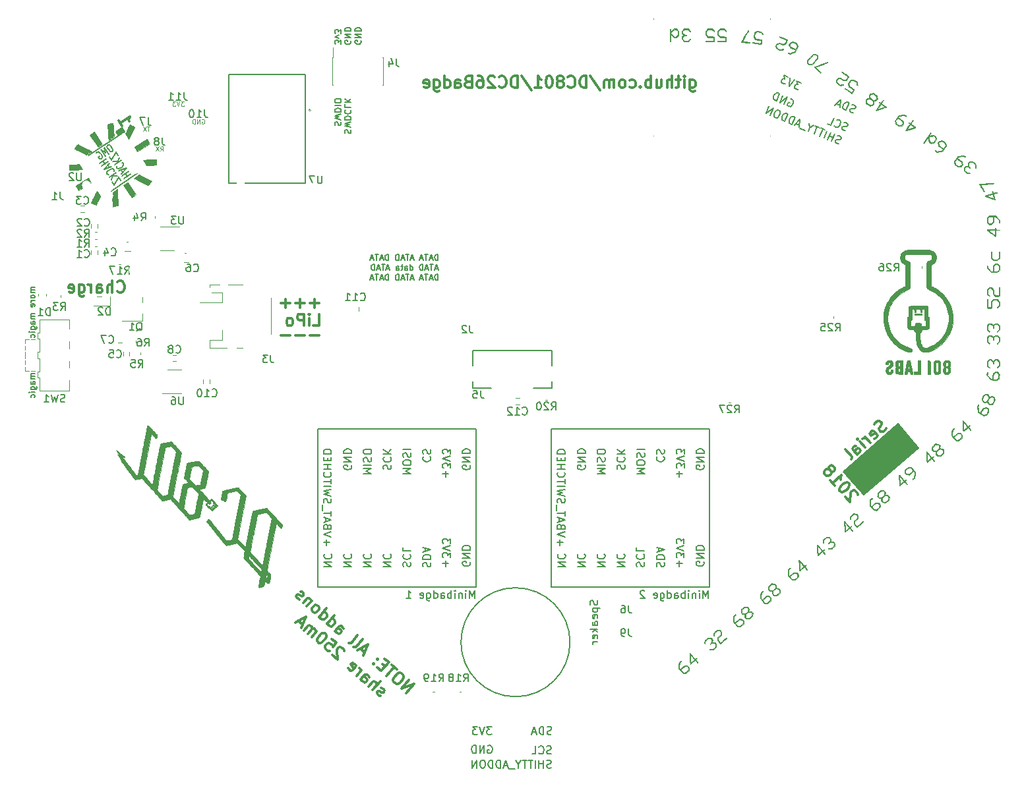
<source format=gbo>
G04 #@! TF.GenerationSoftware,KiCad,Pcbnew,(5.0.0-rc2-dev-321-g78161b592)*
G04 #@! TF.CreationDate,2018-06-20T02:06:47-06:00*
G04 #@! TF.ProjectId,dragon,647261676F6E2E6B696361645F706362,1.0*
G04 #@! TF.SameCoordinates,Original*
G04 #@! TF.FileFunction,Legend,Bot*
G04 #@! TF.FilePolarity,Positive*
%FSLAX46Y46*%
G04 Gerber Fmt 4.6, Leading zero omitted, Abs format (unit mm)*
G04 Created by KiCad (PCBNEW (5.0.0-rc2-dev-321-g78161b592)) date 06/20/18 02:06:47*
%MOMM*%
%LPD*%
G01*
G04 APERTURE LIST*
%ADD10C,0.100000*%
%ADD11C,0.150000*%
%ADD12C,0.300000*%
%ADD13C,0.200000*%
%ADD14C,0.010000*%
%ADD15C,0.120000*%
%ADD16C,0.127000*%
%ADD17C,0.152400*%
%ADD18C,0.900000*%
%ADD19C,1.924000*%
%ADD20C,2.100000*%
%ADD21C,2.100000*%
%ADD22O,2.100000X2.100000*%
%ADD23C,2.178000*%
%ADD24R,0.750000X0.700000*%
%ADD25R,0.700000X0.750000*%
%ADD26R,1.200000X1.150000*%
%ADD27R,1.200000X1.200000*%
%ADD28R,1.000000X1.200000*%
%ADD29R,1.750000X0.800000*%
%ADD30R,2.300000X2.300000*%
%ADD31R,2.000000X2.500000*%
%ADD32R,1.100176X2.150440*%
%ADD33R,1.101191X2.152980*%
%ADD34R,1.100643X2.151610*%
%ADD35R,1.100871X2.152180*%
%ADD36R,1.100982X2.152460*%
%ADD37R,1.100174X2.150430*%
%ADD38R,1.100710X2.151770*%
%ADD39R,1.101055X2.152640*%
%ADD40R,1.900920X1.900920*%
%ADD41R,1.901800X1.901800*%
%ADD42R,1.200585X1.901100*%
%ADD43R,1.200364X1.800640*%
%ADD44R,1.900010X1.400010*%
%ADD45R,1.401290X1.901930*%
%ADD46R,3.800000X1.900000*%
%ADD47R,3.900000X1.400000*%
%ADD48R,1.140000X2.800000*%
%ADD49R,0.680000X0.830000*%
%ADD50R,0.830000X0.680000*%
%ADD51C,1.300000*%
%ADD52R,2.900000X1.650000*%
%ADD53C,0.800000*%
%ADD54R,1.620000X1.050000*%
%ADD55R,0.900000X0.900000*%
%ADD56R,0.654000X1.416000*%
%ADD57R,1.416000X1.746200*%
%ADD58C,1.900000*%
%ADD59R,1.800000X1.400000*%
%ADD60C,1.200000*%
G04 APERTURE END LIST*
D10*
X101147142Y-66990000D02*
X101204285Y-66961428D01*
X101290000Y-66961428D01*
X101375714Y-66990000D01*
X101432857Y-67047142D01*
X101461428Y-67104285D01*
X101490000Y-67218571D01*
X101490000Y-67304285D01*
X101461428Y-67418571D01*
X101432857Y-67475714D01*
X101375714Y-67532857D01*
X101290000Y-67561428D01*
X101232857Y-67561428D01*
X101147142Y-67532857D01*
X101118571Y-67504285D01*
X101118571Y-67304285D01*
X101232857Y-67304285D01*
X100861428Y-67561428D02*
X100861428Y-66961428D01*
X100518571Y-67561428D01*
X100518571Y-66961428D01*
X100232857Y-67561428D02*
X100232857Y-66961428D01*
X100090000Y-66961428D01*
X100004285Y-66990000D01*
X99947142Y-67047142D01*
X99918571Y-67104285D01*
X99890000Y-67218571D01*
X99890000Y-67304285D01*
X99918571Y-67418571D01*
X99947142Y-67475714D01*
X100004285Y-67532857D01*
X100090000Y-67561428D01*
X100232857Y-67561428D01*
X98822857Y-64691428D02*
X98451428Y-64691428D01*
X98651428Y-64920000D01*
X98565714Y-64920000D01*
X98508571Y-64948571D01*
X98480000Y-64977142D01*
X98451428Y-65034285D01*
X98451428Y-65177142D01*
X98480000Y-65234285D01*
X98508571Y-65262857D01*
X98565714Y-65291428D01*
X98737142Y-65291428D01*
X98794285Y-65262857D01*
X98822857Y-65234285D01*
X98280000Y-64691428D02*
X98080000Y-65291428D01*
X97880000Y-64691428D01*
X97737142Y-64691428D02*
X97365714Y-64691428D01*
X97565714Y-64920000D01*
X97480000Y-64920000D01*
X97422857Y-64948571D01*
X97394285Y-64977142D01*
X97365714Y-65034285D01*
X97365714Y-65177142D01*
X97394285Y-65234285D01*
X97422857Y-65262857D01*
X97480000Y-65291428D01*
X97651428Y-65291428D01*
X97708571Y-65262857D01*
X97737142Y-65234285D01*
X95800000Y-71091428D02*
X96000000Y-70805714D01*
X96142857Y-71091428D02*
X96142857Y-70491428D01*
X95914285Y-70491428D01*
X95857142Y-70520000D01*
X95828571Y-70548571D01*
X95800000Y-70605714D01*
X95800000Y-70691428D01*
X95828571Y-70748571D01*
X95857142Y-70777142D01*
X95914285Y-70805714D01*
X96142857Y-70805714D01*
X95600000Y-70491428D02*
X95200000Y-71091428D01*
X95200000Y-70491428D02*
X95600000Y-71091428D01*
X94457142Y-67961428D02*
X94114285Y-67961428D01*
X94285714Y-68561428D02*
X94285714Y-67961428D01*
X93971428Y-67961428D02*
X93571428Y-68561428D01*
X93571428Y-67961428D02*
X93971428Y-68561428D01*
D11*
G36*
X91190000Y-68600000D02*
X90410000Y-69110000D01*
X90140000Y-68630000D01*
X90910000Y-68140000D01*
X91190000Y-68600000D01*
G37*
X91190000Y-68600000D02*
X90410000Y-69110000D01*
X90140000Y-68630000D01*
X90910000Y-68140000D01*
X91190000Y-68600000D01*
D12*
X90407635Y-67138549D02*
X90881971Y-67852481D01*
X90644803Y-67495515D02*
X91894185Y-66665428D01*
X91794758Y-66903001D01*
X91754825Y-67101045D01*
X91774386Y-67259562D01*
D11*
X79689285Y-88621428D02*
X79189285Y-88621428D01*
X79260714Y-88621428D02*
X79225000Y-88657142D01*
X79189285Y-88728571D01*
X79189285Y-88835714D01*
X79225000Y-88907142D01*
X79296428Y-88942857D01*
X79689285Y-88942857D01*
X79296428Y-88942857D02*
X79225000Y-88978571D01*
X79189285Y-89050000D01*
X79189285Y-89157142D01*
X79225000Y-89228571D01*
X79296428Y-89264285D01*
X79689285Y-89264285D01*
X79689285Y-89728571D02*
X79653571Y-89657142D01*
X79617857Y-89621428D01*
X79546428Y-89585714D01*
X79332142Y-89585714D01*
X79260714Y-89621428D01*
X79225000Y-89657142D01*
X79189285Y-89728571D01*
X79189285Y-89835714D01*
X79225000Y-89907142D01*
X79260714Y-89942857D01*
X79332142Y-89978571D01*
X79546428Y-89978571D01*
X79617857Y-89942857D01*
X79653571Y-89907142D01*
X79689285Y-89835714D01*
X79689285Y-89728571D01*
X79689285Y-90300000D02*
X79189285Y-90300000D01*
X79332142Y-90300000D02*
X79260714Y-90335714D01*
X79225000Y-90371428D01*
X79189285Y-90442857D01*
X79189285Y-90514285D01*
X79653571Y-91050000D02*
X79689285Y-90978571D01*
X79689285Y-90835714D01*
X79653571Y-90764285D01*
X79582142Y-90728571D01*
X79296428Y-90728571D01*
X79225000Y-90764285D01*
X79189285Y-90835714D01*
X79189285Y-90978571D01*
X79225000Y-91050000D01*
X79296428Y-91085714D01*
X79367857Y-91085714D01*
X79439285Y-90728571D01*
X79689285Y-91978571D02*
X79189285Y-91978571D01*
X79260714Y-91978571D02*
X79225000Y-92014285D01*
X79189285Y-92085714D01*
X79189285Y-92192857D01*
X79225000Y-92264285D01*
X79296428Y-92300000D01*
X79689285Y-92300000D01*
X79296428Y-92300000D02*
X79225000Y-92335714D01*
X79189285Y-92407142D01*
X79189285Y-92514285D01*
X79225000Y-92585714D01*
X79296428Y-92621428D01*
X79689285Y-92621428D01*
X79689285Y-93300000D02*
X79296428Y-93300000D01*
X79225000Y-93264285D01*
X79189285Y-93192857D01*
X79189285Y-93050000D01*
X79225000Y-92978571D01*
X79653571Y-93300000D02*
X79689285Y-93228571D01*
X79689285Y-93050000D01*
X79653571Y-92978571D01*
X79582142Y-92942857D01*
X79510714Y-92942857D01*
X79439285Y-92978571D01*
X79403571Y-93050000D01*
X79403571Y-93228571D01*
X79367857Y-93300000D01*
X79189285Y-93978571D02*
X79796428Y-93978571D01*
X79867857Y-93942857D01*
X79903571Y-93907142D01*
X79939285Y-93835714D01*
X79939285Y-93728571D01*
X79903571Y-93657142D01*
X79653571Y-93978571D02*
X79689285Y-93907142D01*
X79689285Y-93764285D01*
X79653571Y-93692857D01*
X79617857Y-93657142D01*
X79546428Y-93621428D01*
X79332142Y-93621428D01*
X79260714Y-93657142D01*
X79225000Y-93692857D01*
X79189285Y-93764285D01*
X79189285Y-93907142D01*
X79225000Y-93978571D01*
X79689285Y-94335714D02*
X79189285Y-94335714D01*
X78939285Y-94335714D02*
X78975000Y-94300000D01*
X79010714Y-94335714D01*
X78975000Y-94371428D01*
X78939285Y-94335714D01*
X79010714Y-94335714D01*
X79653571Y-95014285D02*
X79689285Y-94942857D01*
X79689285Y-94800000D01*
X79653571Y-94728571D01*
X79617857Y-94692857D01*
X79546428Y-94657142D01*
X79332142Y-94657142D01*
X79260714Y-94692857D01*
X79225000Y-94728571D01*
X79189285Y-94800000D01*
X79189285Y-94942857D01*
X79225000Y-95014285D01*
X79689285Y-99720000D02*
X79189285Y-99720000D01*
X79260714Y-99720000D02*
X79225000Y-99755714D01*
X79189285Y-99827142D01*
X79189285Y-99934285D01*
X79225000Y-100005714D01*
X79296428Y-100041428D01*
X79689285Y-100041428D01*
X79296428Y-100041428D02*
X79225000Y-100077142D01*
X79189285Y-100148571D01*
X79189285Y-100255714D01*
X79225000Y-100327142D01*
X79296428Y-100362857D01*
X79689285Y-100362857D01*
X79689285Y-101041428D02*
X79296428Y-101041428D01*
X79225000Y-101005714D01*
X79189285Y-100934285D01*
X79189285Y-100791428D01*
X79225000Y-100720000D01*
X79653571Y-101041428D02*
X79689285Y-100970000D01*
X79689285Y-100791428D01*
X79653571Y-100720000D01*
X79582142Y-100684285D01*
X79510714Y-100684285D01*
X79439285Y-100720000D01*
X79403571Y-100791428D01*
X79403571Y-100970000D01*
X79367857Y-101041428D01*
X79189285Y-101720000D02*
X79796428Y-101720000D01*
X79867857Y-101684285D01*
X79903571Y-101648571D01*
X79939285Y-101577142D01*
X79939285Y-101470000D01*
X79903571Y-101398571D01*
X79653571Y-101720000D02*
X79689285Y-101648571D01*
X79689285Y-101505714D01*
X79653571Y-101434285D01*
X79617857Y-101398571D01*
X79546428Y-101362857D01*
X79332142Y-101362857D01*
X79260714Y-101398571D01*
X79225000Y-101434285D01*
X79189285Y-101505714D01*
X79189285Y-101648571D01*
X79225000Y-101720000D01*
X79689285Y-102077142D02*
X79189285Y-102077142D01*
X78939285Y-102077142D02*
X78975000Y-102041428D01*
X79010714Y-102077142D01*
X78975000Y-102112857D01*
X78939285Y-102077142D01*
X79010714Y-102077142D01*
X79653571Y-102755714D02*
X79689285Y-102684285D01*
X79689285Y-102541428D01*
X79653571Y-102470000D01*
X79617857Y-102434285D01*
X79546428Y-102398571D01*
X79332142Y-102398571D01*
X79260714Y-102434285D01*
X79225000Y-102470000D01*
X79189285Y-102541428D01*
X79189285Y-102684285D01*
X79225000Y-102755714D01*
X131443571Y-85114285D02*
X131443571Y-84364285D01*
X131265000Y-84364285D01*
X131157857Y-84400000D01*
X131086428Y-84471428D01*
X131050714Y-84542857D01*
X131015000Y-84685714D01*
X131015000Y-84792857D01*
X131050714Y-84935714D01*
X131086428Y-85007142D01*
X131157857Y-85078571D01*
X131265000Y-85114285D01*
X131443571Y-85114285D01*
X130729285Y-84900000D02*
X130372142Y-84900000D01*
X130800714Y-85114285D02*
X130550714Y-84364285D01*
X130300714Y-85114285D01*
X130157857Y-84364285D02*
X129729285Y-84364285D01*
X129943571Y-85114285D02*
X129943571Y-84364285D01*
X129515000Y-84900000D02*
X129157857Y-84900000D01*
X129586428Y-85114285D02*
X129336428Y-84364285D01*
X129086428Y-85114285D01*
X128300714Y-84900000D02*
X127943571Y-84900000D01*
X128372142Y-85114285D02*
X128122142Y-84364285D01*
X127872142Y-85114285D01*
X127729285Y-84364285D02*
X127300714Y-84364285D01*
X127515000Y-85114285D02*
X127515000Y-84364285D01*
X127086428Y-84900000D02*
X126729285Y-84900000D01*
X127157857Y-85114285D02*
X126907857Y-84364285D01*
X126657857Y-85114285D01*
X126407857Y-85114285D02*
X126407857Y-84364285D01*
X126229285Y-84364285D01*
X126122142Y-84400000D01*
X126050714Y-84471428D01*
X126015000Y-84542857D01*
X125979285Y-84685714D01*
X125979285Y-84792857D01*
X126015000Y-84935714D01*
X126050714Y-85007142D01*
X126122142Y-85078571D01*
X126229285Y-85114285D01*
X126407857Y-85114285D01*
X125086428Y-85114285D02*
X125086428Y-84364285D01*
X124907857Y-84364285D01*
X124800714Y-84400000D01*
X124729285Y-84471428D01*
X124693571Y-84542857D01*
X124657857Y-84685714D01*
X124657857Y-84792857D01*
X124693571Y-84935714D01*
X124729285Y-85007142D01*
X124800714Y-85078571D01*
X124907857Y-85114285D01*
X125086428Y-85114285D01*
X124372142Y-84900000D02*
X124015000Y-84900000D01*
X124443571Y-85114285D02*
X124193571Y-84364285D01*
X123943571Y-85114285D01*
X123800714Y-84364285D02*
X123372142Y-84364285D01*
X123586428Y-85114285D02*
X123586428Y-84364285D01*
X123157857Y-84900000D02*
X122800714Y-84900000D01*
X123229285Y-85114285D02*
X122979285Y-84364285D01*
X122729285Y-85114285D01*
X131407857Y-86175000D02*
X131050714Y-86175000D01*
X131479285Y-86389285D02*
X131229285Y-85639285D01*
X130979285Y-86389285D01*
X130836428Y-85639285D02*
X130407857Y-85639285D01*
X130622142Y-86389285D02*
X130622142Y-85639285D01*
X130193571Y-86175000D02*
X129836428Y-86175000D01*
X130265000Y-86389285D02*
X130015000Y-85639285D01*
X129765000Y-86389285D01*
X129515000Y-86389285D02*
X129515000Y-85639285D01*
X129336428Y-85639285D01*
X129229285Y-85675000D01*
X129157857Y-85746428D01*
X129122142Y-85817857D01*
X129086428Y-85960714D01*
X129086428Y-86067857D01*
X129122142Y-86210714D01*
X129157857Y-86282142D01*
X129229285Y-86353571D01*
X129336428Y-86389285D01*
X129515000Y-86389285D01*
X127872142Y-86389285D02*
X127872142Y-85639285D01*
X127872142Y-86353571D02*
X127943571Y-86389285D01*
X128086428Y-86389285D01*
X128157857Y-86353571D01*
X128193571Y-86317857D01*
X128229285Y-86246428D01*
X128229285Y-86032142D01*
X128193571Y-85960714D01*
X128157857Y-85925000D01*
X128086428Y-85889285D01*
X127943571Y-85889285D01*
X127872142Y-85925000D01*
X127193571Y-86389285D02*
X127193571Y-85996428D01*
X127229285Y-85925000D01*
X127300714Y-85889285D01*
X127443571Y-85889285D01*
X127515000Y-85925000D01*
X127193571Y-86353571D02*
X127265000Y-86389285D01*
X127443571Y-86389285D01*
X127515000Y-86353571D01*
X127550714Y-86282142D01*
X127550714Y-86210714D01*
X127515000Y-86139285D01*
X127443571Y-86103571D01*
X127265000Y-86103571D01*
X127193571Y-86067857D01*
X126943571Y-85889285D02*
X126657857Y-85889285D01*
X126836428Y-85639285D02*
X126836428Y-86282142D01*
X126800714Y-86353571D01*
X126729285Y-86389285D01*
X126657857Y-86389285D01*
X126086428Y-86389285D02*
X126086428Y-85996428D01*
X126122142Y-85925000D01*
X126193571Y-85889285D01*
X126336428Y-85889285D01*
X126407857Y-85925000D01*
X126086428Y-86353571D02*
X126157857Y-86389285D01*
X126336428Y-86389285D01*
X126407857Y-86353571D01*
X126443571Y-86282142D01*
X126443571Y-86210714D01*
X126407857Y-86139285D01*
X126336428Y-86103571D01*
X126157857Y-86103571D01*
X126086428Y-86067857D01*
X125193571Y-86175000D02*
X124836428Y-86175000D01*
X125265000Y-86389285D02*
X125015000Y-85639285D01*
X124765000Y-86389285D01*
X124622142Y-85639285D02*
X124193571Y-85639285D01*
X124407857Y-86389285D02*
X124407857Y-85639285D01*
X123979285Y-86175000D02*
X123622142Y-86175000D01*
X124050714Y-86389285D02*
X123800714Y-85639285D01*
X123550714Y-86389285D01*
X123300714Y-86389285D02*
X123300714Y-85639285D01*
X123122142Y-85639285D01*
X123015000Y-85675000D01*
X122943571Y-85746428D01*
X122907857Y-85817857D01*
X122872142Y-85960714D01*
X122872142Y-86067857D01*
X122907857Y-86210714D01*
X122943571Y-86282142D01*
X123015000Y-86353571D01*
X123122142Y-86389285D01*
X123300714Y-86389285D01*
X131443571Y-87664285D02*
X131443571Y-86914285D01*
X131265000Y-86914285D01*
X131157857Y-86950000D01*
X131086428Y-87021428D01*
X131050714Y-87092857D01*
X131015000Y-87235714D01*
X131015000Y-87342857D01*
X131050714Y-87485714D01*
X131086428Y-87557142D01*
X131157857Y-87628571D01*
X131265000Y-87664285D01*
X131443571Y-87664285D01*
X130729285Y-87450000D02*
X130372142Y-87450000D01*
X130800714Y-87664285D02*
X130550714Y-86914285D01*
X130300714Y-87664285D01*
X130157857Y-86914285D02*
X129729285Y-86914285D01*
X129943571Y-87664285D02*
X129943571Y-86914285D01*
X129515000Y-87450000D02*
X129157857Y-87450000D01*
X129586428Y-87664285D02*
X129336428Y-86914285D01*
X129086428Y-87664285D01*
X128300714Y-87450000D02*
X127943571Y-87450000D01*
X128372142Y-87664285D02*
X128122142Y-86914285D01*
X127872142Y-87664285D01*
X127729285Y-86914285D02*
X127300714Y-86914285D01*
X127515000Y-87664285D02*
X127515000Y-86914285D01*
X127086428Y-87450000D02*
X126729285Y-87450000D01*
X127157857Y-87664285D02*
X126907857Y-86914285D01*
X126657857Y-87664285D01*
X126407857Y-87664285D02*
X126407857Y-86914285D01*
X126229285Y-86914285D01*
X126122142Y-86950000D01*
X126050714Y-87021428D01*
X126015000Y-87092857D01*
X125979285Y-87235714D01*
X125979285Y-87342857D01*
X126015000Y-87485714D01*
X126050714Y-87557142D01*
X126122142Y-87628571D01*
X126229285Y-87664285D01*
X126407857Y-87664285D01*
X125086428Y-87664285D02*
X125086428Y-86914285D01*
X124907857Y-86914285D01*
X124800714Y-86950000D01*
X124729285Y-87021428D01*
X124693571Y-87092857D01*
X124657857Y-87235714D01*
X124657857Y-87342857D01*
X124693571Y-87485714D01*
X124729285Y-87557142D01*
X124800714Y-87628571D01*
X124907857Y-87664285D01*
X125086428Y-87664285D01*
X124372142Y-87450000D02*
X124015000Y-87450000D01*
X124443571Y-87664285D02*
X124193571Y-86914285D01*
X123943571Y-87664285D01*
X123800714Y-86914285D02*
X123372142Y-86914285D01*
X123586428Y-87664285D02*
X123586428Y-86914285D01*
X123157857Y-87450000D02*
X122800714Y-87450000D01*
X123229285Y-87664285D02*
X122979285Y-86914285D01*
X122729285Y-87664285D01*
D13*
X148400000Y-134200000D02*
G75*
G03X148400000Y-134200000I-7000000J0D01*
G01*
D11*
X89125758Y-70259658D02*
X89006769Y-70338714D01*
X88973627Y-70417905D01*
X88966836Y-70536759D01*
X89042497Y-70715175D01*
X89226961Y-70992815D01*
X89362116Y-71131703D01*
X89474314Y-71171501D01*
X89560161Y-71171636D01*
X89679149Y-71092580D01*
X89712292Y-71013389D01*
X89719082Y-70894535D01*
X89643421Y-70716119D01*
X89458958Y-70438479D01*
X89323803Y-70299591D01*
X89211604Y-70259793D01*
X89125758Y-70259658D01*
X89143700Y-71448331D02*
X88590308Y-70615410D01*
X88777358Y-71348702D01*
X88173848Y-70892106D01*
X88727239Y-71725027D01*
X87575509Y-71346812D02*
X87608651Y-71267622D01*
X87697893Y-71208330D01*
X87813486Y-71188701D01*
X87925685Y-71228498D01*
X88008136Y-71288060D01*
X88143291Y-71426948D01*
X88222347Y-71545937D01*
X88298008Y-71724352D01*
X88320964Y-71823442D01*
X88314174Y-71942296D01*
X88251284Y-72041251D01*
X88191790Y-72080779D01*
X88076196Y-72100408D01*
X88020097Y-72080509D01*
X87835633Y-71802868D01*
X87954622Y-71723813D01*
X91132345Y-74618714D02*
X91965266Y-74065322D01*
X91568637Y-74328842D02*
X91331469Y-73971876D01*
X90895177Y-74261748D02*
X91728098Y-73708356D01*
X90955279Y-73835911D02*
X90757639Y-73538439D01*
X90756829Y-74053517D02*
X91451403Y-73291895D01*
X90480134Y-73637057D01*
X90183944Y-73019156D02*
X90164045Y-73075255D01*
X90183674Y-73190849D01*
X90223202Y-73250343D01*
X90322157Y-73313233D01*
X90441010Y-73320023D01*
X90540100Y-73297067D01*
X90718516Y-73221406D01*
X90837505Y-73142350D01*
X90976392Y-73007195D01*
X91035954Y-72924744D01*
X91075752Y-72812545D01*
X91056123Y-72696952D01*
X91016595Y-72637457D01*
X90917640Y-72574568D01*
X90858213Y-72571173D01*
X89926742Y-72804135D02*
X90759663Y-72250744D01*
X89689574Y-72447169D02*
X90343405Y-72398670D01*
X90522495Y-71893778D02*
X90283708Y-72566968D01*
X90384148Y-71685547D02*
X90107452Y-71269087D01*
X89551226Y-72238939D01*
X89274531Y-71822478D01*
X183775633Y-68473403D02*
X183625526Y-68461418D01*
X183406358Y-68368387D01*
X183337297Y-68287340D01*
X183312070Y-68224901D01*
X183305448Y-68118627D01*
X183342661Y-68030960D01*
X183423707Y-67961899D01*
X183486147Y-67936672D01*
X183592420Y-67930051D01*
X183786361Y-67960642D01*
X183892634Y-67954021D01*
X183955074Y-67928794D01*
X184036120Y-67859733D01*
X184073332Y-67772066D01*
X184066711Y-67665792D01*
X184041484Y-67603353D01*
X183972423Y-67522307D01*
X183753255Y-67429275D01*
X183603148Y-67417290D01*
X182347731Y-67815563D02*
X182372958Y-67878003D01*
X182485853Y-67977655D01*
X182573520Y-68014868D01*
X182723627Y-68026853D01*
X182848507Y-67976398D01*
X182929553Y-67907338D01*
X183047811Y-67750610D01*
X183103630Y-67619109D01*
X183134221Y-67425168D01*
X183127600Y-67318895D01*
X183077146Y-67194015D01*
X182964251Y-67094363D01*
X182876584Y-67057151D01*
X182726477Y-67045165D01*
X182664037Y-67070393D01*
X181477681Y-67549712D02*
X181916017Y-67735774D01*
X182306748Y-66815269D01*
X176685835Y-64372429D02*
X176792108Y-64365808D01*
X176923609Y-64421627D01*
X177036504Y-64521279D01*
X177086958Y-64646159D01*
X177093579Y-64752432D01*
X177062988Y-64946372D01*
X177007169Y-65077873D01*
X176888911Y-65234601D01*
X176807865Y-65303662D01*
X176682985Y-65354117D01*
X176532878Y-65342131D01*
X176445211Y-65304919D01*
X176332316Y-65205267D01*
X176307089Y-65142827D01*
X176437333Y-64835992D01*
X176612667Y-64910417D01*
X175875375Y-65063038D02*
X176266106Y-64142533D01*
X175349372Y-64839763D01*
X175740103Y-63919258D01*
X174911036Y-64653700D02*
X175301767Y-63733196D01*
X175082599Y-63640164D01*
X174932493Y-63628179D01*
X174807613Y-63678634D01*
X174726567Y-63747695D01*
X174608308Y-63904423D01*
X174552490Y-64035923D01*
X174521898Y-64229864D01*
X174528519Y-64336137D01*
X174578974Y-64461017D01*
X174691868Y-64560669D01*
X174911036Y-64653700D01*
X178080532Y-62305446D02*
X177510696Y-62063565D01*
X177668681Y-62544477D01*
X177537180Y-62488658D01*
X177430907Y-62495279D01*
X177368467Y-62520507D01*
X177287421Y-62589567D01*
X177194389Y-62808735D01*
X177201011Y-62915009D01*
X177226238Y-62977448D01*
X177295299Y-63058495D01*
X177558300Y-63170132D01*
X177664574Y-63163511D01*
X177727013Y-63138284D01*
X177247694Y-61951927D02*
X176550128Y-62742188D01*
X176634024Y-61691440D01*
X176414857Y-61598409D02*
X175845020Y-61356527D01*
X176003005Y-61837440D01*
X175871505Y-61781621D01*
X175765231Y-61788242D01*
X175702791Y-61813469D01*
X175621745Y-61882530D01*
X175528714Y-62101698D01*
X175535335Y-62207971D01*
X175560562Y-62270411D01*
X175629623Y-62351457D01*
X175892625Y-62463095D01*
X175998898Y-62456474D01*
X176061338Y-62431246D01*
X184774377Y-66181444D02*
X184624270Y-66169459D01*
X184405103Y-66076428D01*
X184336042Y-65995382D01*
X184310814Y-65932942D01*
X184304193Y-65826668D01*
X184341406Y-65739001D01*
X184422452Y-65669940D01*
X184484892Y-65644713D01*
X184591165Y-65638092D01*
X184785106Y-65668683D01*
X184891379Y-65662062D01*
X184953819Y-65636835D01*
X185034865Y-65567774D01*
X185072077Y-65480107D01*
X185065456Y-65373834D01*
X185040229Y-65311394D01*
X184971168Y-65230348D01*
X184752000Y-65137317D01*
X184601893Y-65125331D01*
X183835266Y-65834546D02*
X184225997Y-64914042D01*
X184006830Y-64821010D01*
X183856723Y-64809025D01*
X183731843Y-64859480D01*
X183650797Y-64928541D01*
X183532538Y-65085269D01*
X183476720Y-65216769D01*
X183446128Y-65410710D01*
X183452749Y-65516983D01*
X183503204Y-65641863D01*
X183616098Y-65741515D01*
X183835266Y-65834546D01*
X183070232Y-65199420D02*
X182631897Y-65013358D01*
X183046262Y-65499634D02*
X183130158Y-64448886D01*
X182432592Y-65239147D01*
G36*
X190550000Y-106100000D02*
X193140000Y-109210000D01*
X186090000Y-115270000D01*
X183500000Y-112260000D01*
X190550000Y-106100000D01*
G37*
X190550000Y-106100000D02*
X193140000Y-109210000D01*
X186090000Y-115270000D01*
X183500000Y-112260000D01*
X190550000Y-106100000D01*
D12*
X189025496Y-106693470D02*
X188910634Y-106887962D01*
X188641095Y-107122268D01*
X188486418Y-107162083D01*
X188385648Y-107155037D01*
X188238018Y-107094082D01*
X188144295Y-106986267D01*
X188104480Y-106831590D01*
X188111527Y-106730821D01*
X188172481Y-106583190D01*
X188341251Y-106341837D01*
X188402205Y-106194206D01*
X188409252Y-106093437D01*
X188369437Y-105938760D01*
X188275714Y-105830944D01*
X188128084Y-105769990D01*
X188027314Y-105762944D01*
X187872637Y-105802759D01*
X187603098Y-106037065D01*
X187488236Y-106231557D01*
X187462169Y-108052449D02*
X187616846Y-108012634D01*
X187832477Y-107825189D01*
X187893432Y-107677558D01*
X187853617Y-107522881D01*
X187478726Y-107091619D01*
X187331095Y-107030664D01*
X187176418Y-107070479D01*
X186960787Y-107257925D01*
X186899833Y-107405555D01*
X186939647Y-107560232D01*
X187033370Y-107668048D01*
X187666171Y-107307250D01*
X186969952Y-108574970D02*
X186313893Y-107820261D01*
X186501338Y-108035892D02*
X186353708Y-107974938D01*
X186252939Y-107967891D01*
X186098262Y-108007706D01*
X185990446Y-108101429D01*
X186269150Y-109184168D02*
X185613091Y-108429459D01*
X185285062Y-108052104D02*
X185385831Y-108059150D01*
X185378784Y-108159919D01*
X185278015Y-108152873D01*
X185285062Y-108052104D01*
X185378784Y-108159919D01*
X185244902Y-110074534D02*
X184729427Y-109481548D01*
X184689612Y-109326871D01*
X184750566Y-109179240D01*
X184966197Y-108991795D01*
X185120874Y-108951980D01*
X185198040Y-110020626D02*
X185352717Y-109980811D01*
X185622256Y-109746504D01*
X185683211Y-109598874D01*
X185643396Y-109444197D01*
X185549673Y-109336381D01*
X185402042Y-109275427D01*
X185247365Y-109315242D01*
X184977826Y-109549549D01*
X184823149Y-109589364D01*
X184544100Y-110683732D02*
X184605054Y-110536101D01*
X184565239Y-110381424D01*
X183721735Y-109411083D01*
X185324898Y-115256890D02*
X185330185Y-115156014D01*
X185287676Y-115002055D01*
X185048701Y-114736646D01*
X184900029Y-114678278D01*
X184799152Y-114672991D01*
X184645194Y-114715499D01*
X184539030Y-114811089D01*
X184427580Y-115007556D01*
X184364139Y-116218078D01*
X183742804Y-115528015D01*
X184236185Y-113834256D02*
X184140595Y-113728092D01*
X183991923Y-113669724D01*
X183891047Y-113664437D01*
X183737088Y-113706946D01*
X183476966Y-113845044D01*
X183211557Y-114084019D01*
X183047025Y-114328281D01*
X182988656Y-114476953D01*
X182983370Y-114577830D01*
X183025878Y-114731788D01*
X183121468Y-114837952D01*
X183270140Y-114896320D01*
X183371017Y-114901607D01*
X183524975Y-114859099D01*
X183785098Y-114721000D01*
X184050506Y-114482025D01*
X184215038Y-114237763D01*
X184273407Y-114089091D01*
X184278694Y-113988215D01*
X184236185Y-113834256D01*
X181831002Y-113404744D02*
X182404542Y-114041725D01*
X182117772Y-113723235D02*
X183232489Y-112719539D01*
X183168834Y-112969087D01*
X183158261Y-113170841D01*
X183200769Y-113324800D01*
X181894443Y-112194222D02*
X182043115Y-112252591D01*
X182143991Y-112257877D01*
X182297950Y-112215369D01*
X182351032Y-112167574D01*
X182409400Y-112018902D01*
X182414687Y-111918025D01*
X182372179Y-111764067D01*
X182180999Y-111551740D01*
X182032327Y-111493371D01*
X181931450Y-111488085D01*
X181777491Y-111530593D01*
X181724409Y-111578388D01*
X181666041Y-111727060D01*
X181660754Y-111827937D01*
X181703263Y-111981895D01*
X181894443Y-112194222D01*
X181936951Y-112348181D01*
X181931664Y-112449058D01*
X181873296Y-112597730D01*
X181660969Y-112788910D01*
X181507010Y-112831418D01*
X181406133Y-112826131D01*
X181257461Y-112767763D01*
X181066281Y-112555436D01*
X181023773Y-112401477D01*
X181029060Y-112300600D01*
X181087428Y-112151928D01*
X181299755Y-111960748D01*
X181453714Y-111918240D01*
X181554591Y-111923527D01*
X181703263Y-111981895D01*
X163790000Y-61948571D02*
X163790000Y-63162857D01*
X163861428Y-63305714D01*
X163932857Y-63377142D01*
X164075714Y-63448571D01*
X164290000Y-63448571D01*
X164432857Y-63377142D01*
X163790000Y-62877142D02*
X163932857Y-62948571D01*
X164218571Y-62948571D01*
X164361428Y-62877142D01*
X164432857Y-62805714D01*
X164504285Y-62662857D01*
X164504285Y-62234285D01*
X164432857Y-62091428D01*
X164361428Y-62020000D01*
X164218571Y-61948571D01*
X163932857Y-61948571D01*
X163790000Y-62020000D01*
X163075714Y-62948571D02*
X163075714Y-61948571D01*
X163075714Y-61448571D02*
X163147142Y-61520000D01*
X163075714Y-61591428D01*
X163004285Y-61520000D01*
X163075714Y-61448571D01*
X163075714Y-61591428D01*
X162575714Y-61948571D02*
X162004285Y-61948571D01*
X162361428Y-61448571D02*
X162361428Y-62734285D01*
X162290000Y-62877142D01*
X162147142Y-62948571D01*
X162004285Y-62948571D01*
X161504285Y-62948571D02*
X161504285Y-61448571D01*
X160861428Y-62948571D02*
X160861428Y-62162857D01*
X160932857Y-62020000D01*
X161075714Y-61948571D01*
X161290000Y-61948571D01*
X161432857Y-62020000D01*
X161504285Y-62091428D01*
X159504285Y-61948571D02*
X159504285Y-62948571D01*
X160147142Y-61948571D02*
X160147142Y-62734285D01*
X160075714Y-62877142D01*
X159932857Y-62948571D01*
X159718571Y-62948571D01*
X159575714Y-62877142D01*
X159504285Y-62805714D01*
X158790000Y-62948571D02*
X158790000Y-61448571D01*
X158790000Y-62020000D02*
X158647142Y-61948571D01*
X158361428Y-61948571D01*
X158218571Y-62020000D01*
X158147142Y-62091428D01*
X158075714Y-62234285D01*
X158075714Y-62662857D01*
X158147142Y-62805714D01*
X158218571Y-62877142D01*
X158361428Y-62948571D01*
X158647142Y-62948571D01*
X158790000Y-62877142D01*
X157432857Y-62805714D02*
X157361428Y-62877142D01*
X157432857Y-62948571D01*
X157504285Y-62877142D01*
X157432857Y-62805714D01*
X157432857Y-62948571D01*
X156075714Y-62877142D02*
X156218571Y-62948571D01*
X156504285Y-62948571D01*
X156647142Y-62877142D01*
X156718571Y-62805714D01*
X156790000Y-62662857D01*
X156790000Y-62234285D01*
X156718571Y-62091428D01*
X156647142Y-62020000D01*
X156504285Y-61948571D01*
X156218571Y-61948571D01*
X156075714Y-62020000D01*
X155218571Y-62948571D02*
X155361428Y-62877142D01*
X155432857Y-62805714D01*
X155504285Y-62662857D01*
X155504285Y-62234285D01*
X155432857Y-62091428D01*
X155361428Y-62020000D01*
X155218571Y-61948571D01*
X155004285Y-61948571D01*
X154861428Y-62020000D01*
X154790000Y-62091428D01*
X154718571Y-62234285D01*
X154718571Y-62662857D01*
X154790000Y-62805714D01*
X154861428Y-62877142D01*
X155004285Y-62948571D01*
X155218571Y-62948571D01*
X154075714Y-62948571D02*
X154075714Y-61948571D01*
X154075714Y-62091428D02*
X154004285Y-62020000D01*
X153861428Y-61948571D01*
X153647142Y-61948571D01*
X153504285Y-62020000D01*
X153432857Y-62162857D01*
X153432857Y-62948571D01*
X153432857Y-62162857D02*
X153361428Y-62020000D01*
X153218571Y-61948571D01*
X153004285Y-61948571D01*
X152861428Y-62020000D01*
X152790000Y-62162857D01*
X152790000Y-62948571D01*
X151004285Y-61377142D02*
X152290000Y-63305714D01*
X150504285Y-62948571D02*
X150504285Y-61448571D01*
X150147142Y-61448571D01*
X149932857Y-61520000D01*
X149790000Y-61662857D01*
X149718571Y-61805714D01*
X149647142Y-62091428D01*
X149647142Y-62305714D01*
X149718571Y-62591428D01*
X149790000Y-62734285D01*
X149932857Y-62877142D01*
X150147142Y-62948571D01*
X150504285Y-62948571D01*
X148147142Y-62805714D02*
X148218571Y-62877142D01*
X148432857Y-62948571D01*
X148575714Y-62948571D01*
X148790000Y-62877142D01*
X148932857Y-62734285D01*
X149004285Y-62591428D01*
X149075714Y-62305714D01*
X149075714Y-62091428D01*
X149004285Y-61805714D01*
X148932857Y-61662857D01*
X148790000Y-61520000D01*
X148575714Y-61448571D01*
X148432857Y-61448571D01*
X148218571Y-61520000D01*
X148147142Y-61591428D01*
X147290000Y-62091428D02*
X147432857Y-62020000D01*
X147504285Y-61948571D01*
X147575714Y-61805714D01*
X147575714Y-61734285D01*
X147504285Y-61591428D01*
X147432857Y-61520000D01*
X147290000Y-61448571D01*
X147004285Y-61448571D01*
X146861428Y-61520000D01*
X146790000Y-61591428D01*
X146718571Y-61734285D01*
X146718571Y-61805714D01*
X146790000Y-61948571D01*
X146861428Y-62020000D01*
X147004285Y-62091428D01*
X147290000Y-62091428D01*
X147432857Y-62162857D01*
X147504285Y-62234285D01*
X147575714Y-62377142D01*
X147575714Y-62662857D01*
X147504285Y-62805714D01*
X147432857Y-62877142D01*
X147290000Y-62948571D01*
X147004285Y-62948571D01*
X146861428Y-62877142D01*
X146790000Y-62805714D01*
X146718571Y-62662857D01*
X146718571Y-62377142D01*
X146790000Y-62234285D01*
X146861428Y-62162857D01*
X147004285Y-62091428D01*
X145790000Y-61448571D02*
X145647142Y-61448571D01*
X145504285Y-61520000D01*
X145432857Y-61591428D01*
X145361428Y-61734285D01*
X145290000Y-62020000D01*
X145290000Y-62377142D01*
X145361428Y-62662857D01*
X145432857Y-62805714D01*
X145504285Y-62877142D01*
X145647142Y-62948571D01*
X145790000Y-62948571D01*
X145932857Y-62877142D01*
X146004285Y-62805714D01*
X146075714Y-62662857D01*
X146147142Y-62377142D01*
X146147142Y-62020000D01*
X146075714Y-61734285D01*
X146004285Y-61591428D01*
X145932857Y-61520000D01*
X145790000Y-61448571D01*
X143861428Y-62948571D02*
X144718571Y-62948571D01*
X144290000Y-62948571D02*
X144290000Y-61448571D01*
X144432857Y-61662857D01*
X144575714Y-61805714D01*
X144718571Y-61877142D01*
X142147142Y-61377142D02*
X143432857Y-63305714D01*
X141647142Y-62948571D02*
X141647142Y-61448571D01*
X141290000Y-61448571D01*
X141075714Y-61520000D01*
X140932857Y-61662857D01*
X140861428Y-61805714D01*
X140790000Y-62091428D01*
X140790000Y-62305714D01*
X140861428Y-62591428D01*
X140932857Y-62734285D01*
X141075714Y-62877142D01*
X141290000Y-62948571D01*
X141647142Y-62948571D01*
X139290000Y-62805714D02*
X139361428Y-62877142D01*
X139575714Y-62948571D01*
X139718571Y-62948571D01*
X139932857Y-62877142D01*
X140075714Y-62734285D01*
X140147142Y-62591428D01*
X140218571Y-62305714D01*
X140218571Y-62091428D01*
X140147142Y-61805714D01*
X140075714Y-61662857D01*
X139932857Y-61520000D01*
X139718571Y-61448571D01*
X139575714Y-61448571D01*
X139361428Y-61520000D01*
X139290000Y-61591428D01*
X138718571Y-61591428D02*
X138647142Y-61520000D01*
X138504285Y-61448571D01*
X138147142Y-61448571D01*
X138004285Y-61520000D01*
X137932857Y-61591428D01*
X137861428Y-61734285D01*
X137861428Y-61877142D01*
X137932857Y-62091428D01*
X138790000Y-62948571D01*
X137861428Y-62948571D01*
X136575714Y-61448571D02*
X136861428Y-61448571D01*
X137004285Y-61520000D01*
X137075714Y-61591428D01*
X137218571Y-61805714D01*
X137290000Y-62091428D01*
X137290000Y-62662857D01*
X137218571Y-62805714D01*
X137147142Y-62877142D01*
X137004285Y-62948571D01*
X136718571Y-62948571D01*
X136575714Y-62877142D01*
X136504285Y-62805714D01*
X136432857Y-62662857D01*
X136432857Y-62305714D01*
X136504285Y-62162857D01*
X136575714Y-62091428D01*
X136718571Y-62020000D01*
X137004285Y-62020000D01*
X137147142Y-62091428D01*
X137218571Y-62162857D01*
X137290000Y-62305714D01*
X135290000Y-62162857D02*
X135075714Y-62234285D01*
X135004285Y-62305714D01*
X134932857Y-62448571D01*
X134932857Y-62662857D01*
X135004285Y-62805714D01*
X135075714Y-62877142D01*
X135218571Y-62948571D01*
X135790000Y-62948571D01*
X135790000Y-61448571D01*
X135290000Y-61448571D01*
X135147142Y-61520000D01*
X135075714Y-61591428D01*
X135004285Y-61734285D01*
X135004285Y-61877142D01*
X135075714Y-62020000D01*
X135147142Y-62091428D01*
X135290000Y-62162857D01*
X135790000Y-62162857D01*
X133647142Y-62948571D02*
X133647142Y-62162857D01*
X133718571Y-62020000D01*
X133861428Y-61948571D01*
X134147142Y-61948571D01*
X134290000Y-62020000D01*
X133647142Y-62877142D02*
X133790000Y-62948571D01*
X134147142Y-62948571D01*
X134290000Y-62877142D01*
X134361428Y-62734285D01*
X134361428Y-62591428D01*
X134290000Y-62448571D01*
X134147142Y-62377142D01*
X133790000Y-62377142D01*
X133647142Y-62305714D01*
X132290000Y-62948571D02*
X132290000Y-61448571D01*
X132290000Y-62877142D02*
X132432857Y-62948571D01*
X132718571Y-62948571D01*
X132861428Y-62877142D01*
X132932857Y-62805714D01*
X133004285Y-62662857D01*
X133004285Y-62234285D01*
X132932857Y-62091428D01*
X132861428Y-62020000D01*
X132718571Y-61948571D01*
X132432857Y-61948571D01*
X132290000Y-62020000D01*
X130932857Y-61948571D02*
X130932857Y-63162857D01*
X131004285Y-63305714D01*
X131075714Y-63377142D01*
X131218571Y-63448571D01*
X131432857Y-63448571D01*
X131575714Y-63377142D01*
X130932857Y-62877142D02*
X131075714Y-62948571D01*
X131361428Y-62948571D01*
X131504285Y-62877142D01*
X131575714Y-62805714D01*
X131647142Y-62662857D01*
X131647142Y-62234285D01*
X131575714Y-62091428D01*
X131504285Y-62020000D01*
X131361428Y-61948571D01*
X131075714Y-61948571D01*
X130932857Y-62020000D01*
X129647142Y-62877142D02*
X129790000Y-62948571D01*
X130075714Y-62948571D01*
X130218571Y-62877142D01*
X130290000Y-62734285D01*
X130290000Y-62162857D01*
X130218571Y-62020000D01*
X130075714Y-61948571D01*
X129790000Y-61948571D01*
X129647142Y-62020000D01*
X129575714Y-62162857D01*
X129575714Y-62305714D01*
X130290000Y-62448571D01*
X127380171Y-140712138D02*
X128364259Y-139580073D01*
X126733277Y-140149801D01*
X127717365Y-139017737D01*
X126962656Y-138361678D02*
X126747025Y-138174232D01*
X126592348Y-138134418D01*
X126390809Y-138148510D01*
X126149456Y-138317280D01*
X125821426Y-138694635D01*
X125687889Y-138957128D01*
X125701982Y-139158666D01*
X125762936Y-139306297D01*
X125978567Y-139493742D01*
X126133244Y-139533557D01*
X126334783Y-139519464D01*
X126576136Y-139350694D01*
X126904166Y-138973339D01*
X127037703Y-138710847D01*
X127023610Y-138509308D01*
X126962656Y-138361678D01*
X126154038Y-137658757D02*
X125507145Y-137096421D01*
X124846503Y-138509654D02*
X125830592Y-137377589D01*
X124661176Y-137307470D02*
X124283821Y-136979440D01*
X123606623Y-137431842D02*
X124145701Y-137900456D01*
X125129790Y-136768392D01*
X124590712Y-136299778D01*
X123215175Y-136902275D02*
X123114406Y-136909321D01*
X123121453Y-137010090D01*
X123222222Y-137003044D01*
X123215175Y-136902275D01*
X123121453Y-137010090D01*
X123730650Y-136309288D02*
X123629881Y-136316335D01*
X123636927Y-136417104D01*
X123737697Y-136410058D01*
X123730650Y-136309288D01*
X123636927Y-136417104D01*
X122054925Y-135515109D02*
X121515847Y-135046496D01*
X121881572Y-135932279D02*
X122488306Y-134472185D01*
X121126863Y-135276220D01*
X120587785Y-134807606D02*
X120742462Y-134847421D01*
X120890092Y-134786467D01*
X121733597Y-133816126D01*
X119994799Y-134292131D02*
X120149476Y-134331946D01*
X120297106Y-134270992D01*
X121140611Y-133300651D01*
X118215840Y-132745707D02*
X118731315Y-132152720D01*
X118878946Y-132091766D01*
X119033623Y-132131581D01*
X119249254Y-132319026D01*
X119310208Y-132466657D01*
X118262702Y-132691799D02*
X118323656Y-132839429D01*
X118593195Y-133073736D01*
X118747872Y-133113551D01*
X118895503Y-133052597D01*
X118989225Y-132944781D01*
X119029040Y-132790104D01*
X118968086Y-132642473D01*
X118698547Y-132408167D01*
X118637592Y-132260536D01*
X117191592Y-131855341D02*
X118175680Y-130723276D01*
X117238453Y-131801433D02*
X117299407Y-131949063D01*
X117515038Y-132136509D01*
X117669716Y-132176324D01*
X117770485Y-132169277D01*
X117918115Y-132108323D01*
X118199283Y-131784876D01*
X118239098Y-131630199D01*
X118232052Y-131529430D01*
X118171098Y-131381799D01*
X117955466Y-131194354D01*
X117800789Y-131154539D01*
X116167343Y-130964975D02*
X117151431Y-129832911D01*
X116214204Y-130911067D02*
X116275158Y-131058698D01*
X116490790Y-131246143D01*
X116645467Y-131285958D01*
X116746236Y-131278911D01*
X116893867Y-131217957D01*
X117175035Y-130894510D01*
X117214850Y-130739833D01*
X117207803Y-130639064D01*
X117146849Y-130491433D01*
X116931217Y-130303988D01*
X116776540Y-130264173D01*
X115466541Y-130355777D02*
X115621218Y-130395592D01*
X115721987Y-130388546D01*
X115869618Y-130327591D01*
X116150786Y-130004144D01*
X116190601Y-129849467D01*
X116183554Y-129748698D01*
X116122600Y-129601068D01*
X115960877Y-129460484D01*
X115806200Y-129420669D01*
X115705430Y-129427715D01*
X115557800Y-129488669D01*
X115276632Y-129812116D01*
X115236817Y-129966793D01*
X115243863Y-130067563D01*
X115304818Y-130215193D01*
X115466541Y-130355777D01*
X115260075Y-128851286D02*
X114604016Y-129605995D01*
X115166352Y-128959102D02*
X115159306Y-128858332D01*
X115098351Y-128710702D01*
X114936628Y-128570118D01*
X114781951Y-128530303D01*
X114634320Y-128591257D01*
X114118845Y-129184243D01*
X113680536Y-128708583D02*
X113525859Y-128668768D01*
X113310228Y-128481323D01*
X113249274Y-128333692D01*
X113289089Y-128179015D01*
X113335950Y-128125107D01*
X113483580Y-128064153D01*
X113638257Y-128103968D01*
X113799981Y-128244552D01*
X113954658Y-128284367D01*
X114102289Y-128223413D01*
X114149150Y-128169505D01*
X114188965Y-128014828D01*
X114128010Y-127867197D01*
X113966287Y-127726613D01*
X113811610Y-127686798D01*
X124055985Y-141106606D02*
X123901308Y-141066791D01*
X123685676Y-140879346D01*
X123624722Y-140731715D01*
X123664537Y-140577038D01*
X123711398Y-140523130D01*
X123859029Y-140462176D01*
X124013706Y-140501991D01*
X124175429Y-140642575D01*
X124330106Y-140682390D01*
X124477737Y-140621436D01*
X124524598Y-140567528D01*
X124564413Y-140412851D01*
X124503459Y-140265220D01*
X124341735Y-140124636D01*
X124187058Y-140084821D01*
X123038782Y-140317009D02*
X124022871Y-139184945D01*
X122553612Y-139895257D02*
X123069087Y-139302271D01*
X123216717Y-139241317D01*
X123371394Y-139281132D01*
X123533118Y-139421716D01*
X123594072Y-139569346D01*
X123601119Y-139670115D01*
X121529363Y-139004891D02*
X122044838Y-138411905D01*
X122192469Y-138350951D01*
X122347146Y-138390766D01*
X122562777Y-138578211D01*
X122623731Y-138725842D01*
X121576225Y-138950983D02*
X121637179Y-139098614D01*
X121906718Y-139332921D01*
X122061395Y-139372736D01*
X122209026Y-139311781D01*
X122302748Y-139203966D01*
X122342563Y-139049289D01*
X122281609Y-138901658D01*
X122012070Y-138667351D01*
X121951115Y-138519721D01*
X120990285Y-138536278D02*
X121646344Y-137781568D01*
X121458899Y-137997199D02*
X121498713Y-137842522D01*
X121491667Y-137741753D01*
X121430713Y-137594123D01*
X121322897Y-137500400D01*
X119905082Y-137498281D02*
X119966036Y-137645912D01*
X120181668Y-137833357D01*
X120336345Y-137873172D01*
X120483975Y-137812218D01*
X120858866Y-137380955D01*
X120898681Y-137226278D01*
X120837727Y-137078648D01*
X120622095Y-136891202D01*
X120467418Y-136851387D01*
X120319788Y-136912342D01*
X120226065Y-137020157D01*
X120671421Y-137596587D01*
X119400891Y-135356406D02*
X119393844Y-135255637D01*
X119332890Y-135108007D01*
X119063351Y-134873700D01*
X118908674Y-134833885D01*
X118807905Y-134840931D01*
X118660274Y-134901886D01*
X118566551Y-135009701D01*
X118479875Y-135218286D01*
X118564433Y-136427516D01*
X117863631Y-135818319D01*
X117823471Y-133795889D02*
X118362549Y-134264502D01*
X117947843Y-134850442D01*
X117940797Y-134749673D01*
X117879843Y-134602042D01*
X117610303Y-134367735D01*
X117455626Y-134327920D01*
X117354857Y-134334967D01*
X117207227Y-134395921D01*
X116972920Y-134665460D01*
X116933105Y-134820137D01*
X116940151Y-134920907D01*
X117001106Y-135068537D01*
X117270645Y-135302844D01*
X117425322Y-135342659D01*
X117526091Y-135335612D01*
X117068761Y-133139830D02*
X116960946Y-133046107D01*
X116806269Y-133006292D01*
X116705499Y-133013338D01*
X116557869Y-133074293D01*
X116316516Y-133243063D01*
X116082209Y-133512602D01*
X115948671Y-133775095D01*
X115908856Y-133929772D01*
X115915903Y-134030541D01*
X115976857Y-134178171D01*
X116084673Y-134271894D01*
X116239350Y-134311709D01*
X116340119Y-134304662D01*
X116487749Y-134243708D01*
X116729103Y-134074938D01*
X116963410Y-133805399D01*
X117096947Y-133542906D01*
X117136762Y-133388229D01*
X117129716Y-133287460D01*
X117068761Y-133139830D01*
X115222147Y-133522112D02*
X115878207Y-132767403D01*
X115784484Y-132875218D02*
X115777437Y-132774449D01*
X115716483Y-132626819D01*
X115554760Y-132486234D01*
X115400083Y-132446420D01*
X115252452Y-132507374D01*
X114736977Y-133100360D01*
X115252452Y-132507374D02*
X115292267Y-132352697D01*
X115231313Y-132205066D01*
X115069589Y-132064482D01*
X114914912Y-132024667D01*
X114767282Y-132085622D01*
X114251807Y-132678608D01*
X114047804Y-131933409D02*
X113508726Y-131464795D01*
X113874452Y-132350578D02*
X114481186Y-130890484D01*
X113119742Y-131694519D01*
D13*
X151904761Y-128838095D02*
X151952380Y-128980952D01*
X151952380Y-129219047D01*
X151904761Y-129314285D01*
X151857142Y-129361904D01*
X151761904Y-129409523D01*
X151666666Y-129409523D01*
X151571428Y-129361904D01*
X151523809Y-129314285D01*
X151476190Y-129219047D01*
X151428571Y-129028571D01*
X151380952Y-128933333D01*
X151333333Y-128885714D01*
X151238095Y-128838095D01*
X151142857Y-128838095D01*
X151047619Y-128885714D01*
X151000000Y-128933333D01*
X150952380Y-129028571D01*
X150952380Y-129266666D01*
X151000000Y-129409523D01*
X151285714Y-129838095D02*
X152285714Y-129838095D01*
X151333333Y-129838095D02*
X151285714Y-129933333D01*
X151285714Y-130123809D01*
X151333333Y-130219047D01*
X151380952Y-130266666D01*
X151476190Y-130314285D01*
X151761904Y-130314285D01*
X151857142Y-130266666D01*
X151904761Y-130219047D01*
X151952380Y-130123809D01*
X151952380Y-129933333D01*
X151904761Y-129838095D01*
X151904761Y-131123809D02*
X151952380Y-131028571D01*
X151952380Y-130838095D01*
X151904761Y-130742857D01*
X151809523Y-130695238D01*
X151428571Y-130695238D01*
X151333333Y-130742857D01*
X151285714Y-130838095D01*
X151285714Y-131028571D01*
X151333333Y-131123809D01*
X151428571Y-131171428D01*
X151523809Y-131171428D01*
X151619047Y-130695238D01*
X151952380Y-132028571D02*
X151428571Y-132028571D01*
X151333333Y-131980952D01*
X151285714Y-131885714D01*
X151285714Y-131695238D01*
X151333333Y-131600000D01*
X151904761Y-132028571D02*
X151952380Y-131933333D01*
X151952380Y-131695238D01*
X151904761Y-131600000D01*
X151809523Y-131552380D01*
X151714285Y-131552380D01*
X151619047Y-131600000D01*
X151571428Y-131695238D01*
X151571428Y-131933333D01*
X151523809Y-132028571D01*
X151952380Y-132504761D02*
X150952380Y-132504761D01*
X151571428Y-132600000D02*
X151952380Y-132885714D01*
X151285714Y-132885714D02*
X151666666Y-132504761D01*
X151904761Y-133695238D02*
X151952380Y-133600000D01*
X151952380Y-133409523D01*
X151904761Y-133314285D01*
X151809523Y-133266666D01*
X151428571Y-133266666D01*
X151333333Y-133314285D01*
X151285714Y-133409523D01*
X151285714Y-133600000D01*
X151333333Y-133695238D01*
X151428571Y-133742857D01*
X151523809Y-133742857D01*
X151619047Y-133266666D01*
X151952380Y-134171428D02*
X151285714Y-134171428D01*
X151476190Y-134171428D02*
X151380952Y-134219047D01*
X151333333Y-134266666D01*
X151285714Y-134361904D01*
X151285714Y-134457142D01*
D12*
X116153571Y-94732142D02*
X115010714Y-94732142D01*
X114296428Y-94732142D02*
X113153571Y-94732142D01*
X112439285Y-94732142D02*
X111296428Y-94732142D01*
X116153571Y-90657142D02*
X115010714Y-90657142D01*
X115582142Y-91228571D02*
X115582142Y-90085714D01*
X114296428Y-90657142D02*
X113153571Y-90657142D01*
X113725000Y-91228571D02*
X113725000Y-90085714D01*
X112439285Y-90657142D02*
X111296428Y-90657142D01*
X111867857Y-91228571D02*
X111867857Y-90085714D01*
X115439286Y-93528571D02*
X116153572Y-93528571D01*
X116153572Y-92028571D01*
X114939286Y-93528571D02*
X114939286Y-92528571D01*
X114939286Y-92028571D02*
X115010715Y-92100000D01*
X114939286Y-92171428D01*
X114867858Y-92100000D01*
X114939286Y-92028571D01*
X114939286Y-92171428D01*
X114225000Y-93528571D02*
X114225000Y-92028571D01*
X113653572Y-92028571D01*
X113510715Y-92100000D01*
X113439286Y-92171428D01*
X113367858Y-92314285D01*
X113367858Y-92528571D01*
X113439286Y-92671428D01*
X113510715Y-92742857D01*
X113653572Y-92814285D01*
X114225000Y-92814285D01*
X112510715Y-93528571D02*
X112653572Y-93457142D01*
X112725000Y-93385714D01*
X112796429Y-93242857D01*
X112796429Y-92814285D01*
X112725000Y-92671428D01*
X112653572Y-92600000D01*
X112510715Y-92528571D01*
X112296429Y-92528571D01*
X112153572Y-92600000D01*
X112082143Y-92671428D01*
X112010715Y-92814285D01*
X112010715Y-93242857D01*
X112082143Y-93385714D01*
X112153572Y-93457142D01*
X112296429Y-93528571D01*
X112510715Y-93528571D01*
X90278571Y-89135714D02*
X90350000Y-89207142D01*
X90564285Y-89278571D01*
X90707142Y-89278571D01*
X90921428Y-89207142D01*
X91064285Y-89064285D01*
X91135714Y-88921428D01*
X91207142Y-88635714D01*
X91207142Y-88421428D01*
X91135714Y-88135714D01*
X91064285Y-87992857D01*
X90921428Y-87850000D01*
X90707142Y-87778571D01*
X90564285Y-87778571D01*
X90350000Y-87850000D01*
X90278571Y-87921428D01*
X89635714Y-89278571D02*
X89635714Y-87778571D01*
X88992857Y-89278571D02*
X88992857Y-88492857D01*
X89064285Y-88350000D01*
X89207142Y-88278571D01*
X89421428Y-88278571D01*
X89564285Y-88350000D01*
X89635714Y-88421428D01*
X87635714Y-89278571D02*
X87635714Y-88492857D01*
X87707142Y-88350000D01*
X87850000Y-88278571D01*
X88135714Y-88278571D01*
X88278571Y-88350000D01*
X87635714Y-89207142D02*
X87778571Y-89278571D01*
X88135714Y-89278571D01*
X88278571Y-89207142D01*
X88350000Y-89064285D01*
X88350000Y-88921428D01*
X88278571Y-88778571D01*
X88135714Y-88707142D01*
X87778571Y-88707142D01*
X87635714Y-88635714D01*
X86921428Y-89278571D02*
X86921428Y-88278571D01*
X86921428Y-88564285D02*
X86849999Y-88421428D01*
X86778571Y-88350000D01*
X86635714Y-88278571D01*
X86492857Y-88278571D01*
X85349999Y-88278571D02*
X85349999Y-89492857D01*
X85421428Y-89635714D01*
X85492857Y-89707142D01*
X85635714Y-89778571D01*
X85849999Y-89778571D01*
X85992857Y-89707142D01*
X85349999Y-89207142D02*
X85492857Y-89278571D01*
X85778571Y-89278571D01*
X85921428Y-89207142D01*
X85992857Y-89135714D01*
X86064285Y-88992857D01*
X86064285Y-88564285D01*
X85992857Y-88421428D01*
X85921428Y-88350000D01*
X85778571Y-88278571D01*
X85492857Y-88278571D01*
X85349999Y-88350000D01*
X84064285Y-89207142D02*
X84207142Y-89278571D01*
X84492857Y-89278571D01*
X84635714Y-89207142D01*
X84707142Y-89064285D01*
X84707142Y-88492857D01*
X84635714Y-88350000D01*
X84492857Y-88278571D01*
X84207142Y-88278571D01*
X84064285Y-88350000D01*
X83992857Y-88492857D01*
X83992857Y-88635714D01*
X84707142Y-88778571D01*
D11*
X88867654Y-72081285D02*
X88034733Y-72634677D01*
X88431362Y-72371157D02*
X88668530Y-72728123D01*
X89104822Y-72438251D02*
X88271901Y-72991643D01*
X89044720Y-72864088D02*
X89242360Y-73161560D01*
X89243170Y-72646482D02*
X88548596Y-73408104D01*
X89519865Y-73062942D01*
X89816055Y-73680843D02*
X89835954Y-73624744D01*
X89816325Y-73509150D01*
X89776797Y-73449656D01*
X89677842Y-73386766D01*
X89558989Y-73379976D01*
X89459899Y-73402932D01*
X89281483Y-73478593D01*
X89162494Y-73557649D01*
X89023607Y-73692804D01*
X88964045Y-73775255D01*
X88924247Y-73887454D01*
X88943876Y-74003047D01*
X88983404Y-74062542D01*
X89082359Y-74125431D01*
X89141786Y-74128826D01*
X90073257Y-73895864D02*
X89240336Y-74449255D01*
X90310425Y-74252830D02*
X89656594Y-74301329D01*
X89477504Y-74806221D02*
X89716291Y-74133031D01*
X89615851Y-75014452D02*
X89892547Y-75430912D01*
X90448773Y-74461060D01*
X90725468Y-74877521D01*
X138338095Y-145052380D02*
X137719047Y-145052380D01*
X138052380Y-145433333D01*
X137909523Y-145433333D01*
X137814285Y-145480952D01*
X137766666Y-145528571D01*
X137719047Y-145623809D01*
X137719047Y-145861904D01*
X137766666Y-145957142D01*
X137814285Y-146004761D01*
X137909523Y-146052380D01*
X138195238Y-146052380D01*
X138290476Y-146004761D01*
X138338095Y-145957142D01*
X137433333Y-145052380D02*
X137100000Y-146052380D01*
X136766666Y-145052380D01*
X136528571Y-145052380D02*
X135909523Y-145052380D01*
X136242857Y-145433333D01*
X136100000Y-145433333D01*
X136004761Y-145480952D01*
X135957142Y-145528571D01*
X135909523Y-145623809D01*
X135909523Y-145861904D01*
X135957142Y-145957142D01*
X136004761Y-146004761D01*
X136100000Y-146052380D01*
X136385714Y-146052380D01*
X136480952Y-146004761D01*
X136528571Y-145957142D01*
X146014285Y-146004761D02*
X145871428Y-146052380D01*
X145633333Y-146052380D01*
X145538095Y-146004761D01*
X145490476Y-145957142D01*
X145442857Y-145861904D01*
X145442857Y-145766666D01*
X145490476Y-145671428D01*
X145538095Y-145623809D01*
X145633333Y-145576190D01*
X145823809Y-145528571D01*
X145919047Y-145480952D01*
X145966666Y-145433333D01*
X146014285Y-145338095D01*
X146014285Y-145242857D01*
X145966666Y-145147619D01*
X145919047Y-145100000D01*
X145823809Y-145052380D01*
X145585714Y-145052380D01*
X145442857Y-145100000D01*
X145014285Y-146052380D02*
X145014285Y-145052380D01*
X144776190Y-145052380D01*
X144633333Y-145100000D01*
X144538095Y-145195238D01*
X144490476Y-145290476D01*
X144442857Y-145480952D01*
X144442857Y-145623809D01*
X144490476Y-145814285D01*
X144538095Y-145909523D01*
X144633333Y-146004761D01*
X144776190Y-146052380D01*
X145014285Y-146052380D01*
X144061904Y-145766666D02*
X143585714Y-145766666D01*
X144157142Y-146052380D02*
X143823809Y-145052380D01*
X143490476Y-146052380D01*
X137861904Y-147500000D02*
X137957142Y-147452380D01*
X138100000Y-147452380D01*
X138242857Y-147500000D01*
X138338095Y-147595238D01*
X138385714Y-147690476D01*
X138433333Y-147880952D01*
X138433333Y-148023809D01*
X138385714Y-148214285D01*
X138338095Y-148309523D01*
X138242857Y-148404761D01*
X138100000Y-148452380D01*
X138004761Y-148452380D01*
X137861904Y-148404761D01*
X137814285Y-148357142D01*
X137814285Y-148023809D01*
X138004761Y-148023809D01*
X137385714Y-148452380D02*
X137385714Y-147452380D01*
X136814285Y-148452380D01*
X136814285Y-147452380D01*
X136338095Y-148452380D02*
X136338095Y-147452380D01*
X136100000Y-147452380D01*
X135957142Y-147500000D01*
X135861904Y-147595238D01*
X135814285Y-147690476D01*
X135766666Y-147880952D01*
X135766666Y-148023809D01*
X135814285Y-148214285D01*
X135861904Y-148309523D01*
X135957142Y-148404761D01*
X136100000Y-148452380D01*
X136338095Y-148452380D01*
X145990476Y-148504761D02*
X145847619Y-148552380D01*
X145609523Y-148552380D01*
X145514285Y-148504761D01*
X145466666Y-148457142D01*
X145419047Y-148361904D01*
X145419047Y-148266666D01*
X145466666Y-148171428D01*
X145514285Y-148123809D01*
X145609523Y-148076190D01*
X145800000Y-148028571D01*
X145895238Y-147980952D01*
X145942857Y-147933333D01*
X145990476Y-147838095D01*
X145990476Y-147742857D01*
X145942857Y-147647619D01*
X145895238Y-147600000D01*
X145800000Y-147552380D01*
X145561904Y-147552380D01*
X145419047Y-147600000D01*
X144419047Y-148457142D02*
X144466666Y-148504761D01*
X144609523Y-148552380D01*
X144704761Y-148552380D01*
X144847619Y-148504761D01*
X144942857Y-148409523D01*
X144990476Y-148314285D01*
X145038095Y-148123809D01*
X145038095Y-147980952D01*
X144990476Y-147790476D01*
X144942857Y-147695238D01*
X144847619Y-147600000D01*
X144704761Y-147552380D01*
X144609523Y-147552380D01*
X144466666Y-147600000D01*
X144419047Y-147647619D01*
X143514285Y-148552380D02*
X143990476Y-148552380D01*
X143990476Y-147552380D01*
X118226190Y-67765238D02*
X118188095Y-67650952D01*
X118188095Y-67460476D01*
X118226190Y-67384285D01*
X118264285Y-67346190D01*
X118340476Y-67308095D01*
X118416666Y-67308095D01*
X118492857Y-67346190D01*
X118530952Y-67384285D01*
X118569047Y-67460476D01*
X118607142Y-67612857D01*
X118645238Y-67689047D01*
X118683333Y-67727142D01*
X118759523Y-67765238D01*
X118835714Y-67765238D01*
X118911904Y-67727142D01*
X118950000Y-67689047D01*
X118988095Y-67612857D01*
X118988095Y-67422380D01*
X118950000Y-67308095D01*
X118988095Y-67041428D02*
X118188095Y-66850952D01*
X118759523Y-66698571D01*
X118188095Y-66546190D01*
X118988095Y-66355714D01*
X118188095Y-66050952D02*
X118988095Y-66050952D01*
X118988095Y-65860476D01*
X118950000Y-65746190D01*
X118873809Y-65670000D01*
X118797619Y-65631904D01*
X118645238Y-65593809D01*
X118530952Y-65593809D01*
X118378571Y-65631904D01*
X118302380Y-65670000D01*
X118226190Y-65746190D01*
X118188095Y-65860476D01*
X118188095Y-66050952D01*
X118188095Y-65250952D02*
X118988095Y-65250952D01*
X118988095Y-64717619D02*
X118988095Y-64565238D01*
X118950000Y-64489047D01*
X118873809Y-64412857D01*
X118721428Y-64374761D01*
X118454761Y-64374761D01*
X118302380Y-64412857D01*
X118226190Y-64489047D01*
X118188095Y-64565238D01*
X118188095Y-64717619D01*
X118226190Y-64793809D01*
X118302380Y-64870000D01*
X118454761Y-64908095D01*
X118721428Y-64908095D01*
X118873809Y-64870000D01*
X118950000Y-64793809D01*
X118988095Y-64717619D01*
X119526190Y-68779523D02*
X119488095Y-68665238D01*
X119488095Y-68474761D01*
X119526190Y-68398571D01*
X119564285Y-68360476D01*
X119640476Y-68322380D01*
X119716666Y-68322380D01*
X119792857Y-68360476D01*
X119830952Y-68398571D01*
X119869047Y-68474761D01*
X119907142Y-68627142D01*
X119945238Y-68703333D01*
X119983333Y-68741428D01*
X120059523Y-68779523D01*
X120135714Y-68779523D01*
X120211904Y-68741428D01*
X120250000Y-68703333D01*
X120288095Y-68627142D01*
X120288095Y-68436666D01*
X120250000Y-68322380D01*
X120288095Y-68055714D02*
X119488095Y-67865238D01*
X120059523Y-67712857D01*
X119488095Y-67560476D01*
X120288095Y-67370000D01*
X119488095Y-67065238D02*
X120288095Y-67065238D01*
X120288095Y-66874761D01*
X120250000Y-66760476D01*
X120173809Y-66684285D01*
X120097619Y-66646190D01*
X119945238Y-66608095D01*
X119830952Y-66608095D01*
X119678571Y-66646190D01*
X119602380Y-66684285D01*
X119526190Y-66760476D01*
X119488095Y-66874761D01*
X119488095Y-67065238D01*
X119564285Y-65808095D02*
X119526190Y-65846190D01*
X119488095Y-65960476D01*
X119488095Y-66036666D01*
X119526190Y-66150952D01*
X119602380Y-66227142D01*
X119678571Y-66265238D01*
X119830952Y-66303333D01*
X119945238Y-66303333D01*
X120097619Y-66265238D01*
X120173809Y-66227142D01*
X120250000Y-66150952D01*
X120288095Y-66036666D01*
X120288095Y-65960476D01*
X120250000Y-65846190D01*
X120211904Y-65808095D01*
X119488095Y-65084285D02*
X119488095Y-65465238D01*
X120288095Y-65465238D01*
X119488095Y-64817619D02*
X120288095Y-64817619D01*
X119488095Y-64360476D02*
X119945238Y-64703333D01*
X120288095Y-64360476D02*
X119830952Y-64817619D01*
X118988095Y-57332380D02*
X118988095Y-56837142D01*
X118683333Y-57103809D01*
X118683333Y-56989523D01*
X118645238Y-56913333D01*
X118607142Y-56875238D01*
X118530952Y-56837142D01*
X118340476Y-56837142D01*
X118264285Y-56875238D01*
X118226190Y-56913333D01*
X118188095Y-56989523D01*
X118188095Y-57218095D01*
X118226190Y-57294285D01*
X118264285Y-57332380D01*
X118721428Y-56570476D02*
X118188095Y-56380000D01*
X118721428Y-56189523D01*
X118988095Y-55960952D02*
X118988095Y-55465714D01*
X118683333Y-55732380D01*
X118683333Y-55618095D01*
X118645238Y-55541904D01*
X118607142Y-55503809D01*
X118530952Y-55465714D01*
X118340476Y-55465714D01*
X118264285Y-55503809D01*
X118226190Y-55541904D01*
X118188095Y-55618095D01*
X118188095Y-55846666D01*
X118226190Y-55922857D01*
X118264285Y-55960952D01*
X121550000Y-56889523D02*
X121588095Y-56965714D01*
X121588095Y-57080000D01*
X121550000Y-57194285D01*
X121473809Y-57270476D01*
X121397619Y-57308571D01*
X121245238Y-57346666D01*
X121130952Y-57346666D01*
X120978571Y-57308571D01*
X120902380Y-57270476D01*
X120826190Y-57194285D01*
X120788095Y-57080000D01*
X120788095Y-57003809D01*
X120826190Y-56889523D01*
X120864285Y-56851428D01*
X121130952Y-56851428D01*
X121130952Y-57003809D01*
X120788095Y-56508571D02*
X121588095Y-56508571D01*
X120788095Y-56051428D01*
X121588095Y-56051428D01*
X120788095Y-55670476D02*
X121588095Y-55670476D01*
X121588095Y-55480000D01*
X121550000Y-55365714D01*
X121473809Y-55289523D01*
X121397619Y-55251428D01*
X121245238Y-55213333D01*
X121130952Y-55213333D01*
X120978571Y-55251428D01*
X120902380Y-55289523D01*
X120826190Y-55365714D01*
X120788095Y-55480000D01*
X120788095Y-55670476D01*
X120250000Y-56889523D02*
X120288095Y-56965714D01*
X120288095Y-57080000D01*
X120250000Y-57194285D01*
X120173809Y-57270476D01*
X120097619Y-57308571D01*
X119945238Y-57346666D01*
X119830952Y-57346666D01*
X119678571Y-57308571D01*
X119602380Y-57270476D01*
X119526190Y-57194285D01*
X119488095Y-57080000D01*
X119488095Y-57003809D01*
X119526190Y-56889523D01*
X119564285Y-56851428D01*
X119830952Y-56851428D01*
X119830952Y-57003809D01*
X119488095Y-56508571D02*
X120288095Y-56508571D01*
X119488095Y-56051428D01*
X120288095Y-56051428D01*
X119488095Y-55670476D02*
X120288095Y-55670476D01*
X120288095Y-55480000D01*
X120250000Y-55365714D01*
X120173809Y-55289523D01*
X120097619Y-55251428D01*
X119945238Y-55213333D01*
X119830952Y-55213333D01*
X119678571Y-55251428D01*
X119602380Y-55289523D01*
X119526190Y-55365714D01*
X119488095Y-55480000D01*
X119488095Y-55670476D01*
D14*
G36*
X159081727Y-54089675D02*
X159089674Y-54097622D01*
X159097622Y-54089675D01*
X159089674Y-54081728D01*
X159081727Y-54089675D01*
X159081727Y-54089675D01*
G37*
X159081727Y-54089675D02*
X159089674Y-54097622D01*
X159097622Y-54089675D01*
X159089674Y-54081728D01*
X159081727Y-54089675D01*
G36*
X174102378Y-54089675D02*
X174110325Y-54097622D01*
X174118272Y-54089675D01*
X174110325Y-54081728D01*
X174102378Y-54089675D01*
X174102378Y-54089675D01*
G37*
X174102378Y-54089675D02*
X174110325Y-54097622D01*
X174118272Y-54089675D01*
X174110325Y-54081728D01*
X174102378Y-54089675D01*
G36*
X159081727Y-69110326D02*
X159089674Y-69118273D01*
X159097622Y-69110326D01*
X159089674Y-69102378D01*
X159081727Y-69110326D01*
X159081727Y-69110326D01*
G37*
X159081727Y-69110326D02*
X159089674Y-69118273D01*
X159097622Y-69110326D01*
X159089674Y-69102378D01*
X159081727Y-69110326D01*
G36*
X174102378Y-69110326D02*
X174110325Y-69118273D01*
X174118272Y-69110326D01*
X174110325Y-69102378D01*
X174102378Y-69110326D01*
X174102378Y-69110326D01*
G37*
X174102378Y-69110326D02*
X174110325Y-69118273D01*
X174118272Y-69110326D01*
X174110325Y-69102378D01*
X174102378Y-69110326D01*
G36*
X168326499Y-55504946D02*
X168389349Y-55569044D01*
X168430706Y-55614252D01*
X168453732Y-55644934D01*
X168461589Y-55665453D01*
X168457436Y-55680172D01*
X168455392Y-55682865D01*
X168429773Y-55704763D01*
X168416660Y-55709273D01*
X168398307Y-55698102D01*
X168361733Y-55667879D01*
X168312659Y-55623535D01*
X168269252Y-55582188D01*
X168138661Y-55455103D01*
X167665735Y-55455103D01*
X167551814Y-55569905D01*
X167437892Y-55684706D01*
X167437892Y-56142270D01*
X167552693Y-56256191D01*
X167667495Y-56370113D01*
X168040849Y-56370113D01*
X168176043Y-56370729D01*
X168280319Y-56372681D01*
X168356629Y-56376125D01*
X168407923Y-56381216D01*
X168437153Y-56388112D01*
X168443298Y-56391388D01*
X168454120Y-56402632D01*
X168461707Y-56421379D01*
X168466476Y-56452744D01*
X168468841Y-56501840D01*
X168469217Y-56573781D01*
X168468020Y-56673681D01*
X168467718Y-56692155D01*
X168463042Y-56971648D01*
X167908105Y-56976115D01*
X167353169Y-56980583D01*
X167353169Y-56895397D01*
X168369847Y-56895397D01*
X168369847Y-56471781D01*
X167632007Y-56471781D01*
X167353169Y-56191487D01*
X167353169Y-55632274D01*
X167493316Y-55492854D01*
X167633463Y-55353435D01*
X168175690Y-55353435D01*
X168326499Y-55504946D01*
X168326499Y-55504946D01*
G37*
X168326499Y-55504946D02*
X168389349Y-55569044D01*
X168430706Y-55614252D01*
X168453732Y-55644934D01*
X168461589Y-55665453D01*
X168457436Y-55680172D01*
X168455392Y-55682865D01*
X168429773Y-55704763D01*
X168416660Y-55709273D01*
X168398307Y-55698102D01*
X168361733Y-55667879D01*
X168312659Y-55623535D01*
X168269252Y-55582188D01*
X168138661Y-55455103D01*
X167665735Y-55455103D01*
X167551814Y-55569905D01*
X167437892Y-55684706D01*
X167437892Y-56142270D01*
X167552693Y-56256191D01*
X167667495Y-56370113D01*
X168040849Y-56370113D01*
X168176043Y-56370729D01*
X168280319Y-56372681D01*
X168356629Y-56376125D01*
X168407923Y-56381216D01*
X168437153Y-56388112D01*
X168443298Y-56391388D01*
X168454120Y-56402632D01*
X168461707Y-56421379D01*
X168466476Y-56452744D01*
X168468841Y-56501840D01*
X168469217Y-56573781D01*
X168468020Y-56673681D01*
X168467718Y-56692155D01*
X168463042Y-56971648D01*
X167908105Y-56976115D01*
X167353169Y-56980583D01*
X167353169Y-56895397D01*
X168369847Y-56895397D01*
X168369847Y-56471781D01*
X167632007Y-56471781D01*
X167353169Y-56191487D01*
X167353169Y-55632274D01*
X167493316Y-55492854D01*
X167633463Y-55353435D01*
X168175690Y-55353435D01*
X168326499Y-55504946D01*
G36*
X166791801Y-55495259D02*
X166862285Y-55569221D01*
X166906777Y-55623428D01*
X166926068Y-55658892D01*
X166926790Y-55668746D01*
X166913463Y-55698357D01*
X166887907Y-55704382D01*
X166848012Y-55685914D01*
X166791667Y-55642046D01*
X166728678Y-55583538D01*
X166596699Y-55455103D01*
X166120096Y-55455103D01*
X166016486Y-55565863D01*
X165912875Y-55676623D01*
X165912875Y-56159284D01*
X166019235Y-56264699D01*
X166125595Y-56370113D01*
X166508555Y-56370113D01*
X166637760Y-56370510D01*
X166736877Y-56371846D01*
X166809699Y-56374344D01*
X166860020Y-56378223D01*
X166891633Y-56383705D01*
X166908331Y-56391012D01*
X166910963Y-56393547D01*
X166919148Y-56419360D01*
X166924336Y-56474378D01*
X166926598Y-56560067D01*
X166926006Y-56677891D01*
X166925746Y-56694315D01*
X166921081Y-56971648D01*
X166366144Y-56976115D01*
X165811207Y-56980583D01*
X165811207Y-56895397D01*
X166827885Y-56895397D01*
X166827885Y-56471781D01*
X166090046Y-56471781D01*
X165950627Y-56331634D01*
X165811207Y-56191487D01*
X165811207Y-55632274D01*
X165951355Y-55492854D01*
X166091502Y-55353435D01*
X166650715Y-55353435D01*
X166791801Y-55495259D01*
X166791801Y-55495259D01*
G37*
X166791801Y-55495259D02*
X166862285Y-55569221D01*
X166906777Y-55623428D01*
X166926068Y-55658892D01*
X166926790Y-55668746D01*
X166913463Y-55698357D01*
X166887907Y-55704382D01*
X166848012Y-55685914D01*
X166791667Y-55642046D01*
X166728678Y-55583538D01*
X166596699Y-55455103D01*
X166120096Y-55455103D01*
X166016486Y-55565863D01*
X165912875Y-55676623D01*
X165912875Y-56159284D01*
X166019235Y-56264699D01*
X166125595Y-56370113D01*
X166508555Y-56370113D01*
X166637760Y-56370510D01*
X166736877Y-56371846D01*
X166809699Y-56374344D01*
X166860020Y-56378223D01*
X166891633Y-56383705D01*
X166908331Y-56391012D01*
X166910963Y-56393547D01*
X166919148Y-56419360D01*
X166924336Y-56474378D01*
X166926598Y-56560067D01*
X166926006Y-56677891D01*
X166925746Y-56694315D01*
X166921081Y-56971648D01*
X166366144Y-56976115D01*
X165811207Y-56980583D01*
X165811207Y-56895397D01*
X166827885Y-56895397D01*
X166827885Y-56471781D01*
X166090046Y-56471781D01*
X165950627Y-56331634D01*
X165811207Y-56191487D01*
X165811207Y-55632274D01*
X165951355Y-55492854D01*
X166091502Y-55353435D01*
X166650715Y-55353435D01*
X166791801Y-55495259D01*
G36*
X163717560Y-55504946D02*
X163780409Y-55569044D01*
X163821767Y-55614252D01*
X163844793Y-55644934D01*
X163852649Y-55665453D01*
X163848496Y-55680172D01*
X163846452Y-55682865D01*
X163820833Y-55704763D01*
X163807720Y-55709273D01*
X163789367Y-55698102D01*
X163752794Y-55667879D01*
X163703720Y-55623535D01*
X163660313Y-55582188D01*
X163529721Y-55455103D01*
X163056796Y-55455103D01*
X162942874Y-55569905D01*
X162828953Y-55684706D01*
X162828953Y-55888100D01*
X163057705Y-56114612D01*
X163193262Y-56119514D01*
X163260542Y-56122414D01*
X163301138Y-56126862D01*
X163322242Y-56135485D01*
X163331042Y-56150911D01*
X163334181Y-56171014D01*
X163339542Y-56217612D01*
X163073802Y-56217612D01*
X162951377Y-56340859D01*
X162896339Y-56396849D01*
X162860905Y-56436438D01*
X162840760Y-56467231D01*
X162831586Y-56496831D01*
X162829066Y-56532842D01*
X162828953Y-56556504D01*
X162829724Y-56598820D01*
X162834915Y-56630789D01*
X162848843Y-56660015D01*
X162875825Y-56694102D01*
X162920177Y-56740655D01*
X162951377Y-56772150D01*
X163073802Y-56895397D01*
X163533003Y-56895397D01*
X163659239Y-56768312D01*
X163728481Y-56701889D01*
X163779886Y-56660906D01*
X163816251Y-56643918D01*
X163840373Y-56649480D01*
X163852478Y-56668521D01*
X163847738Y-56691913D01*
X163820540Y-56731956D01*
X163769480Y-56790509D01*
X163724201Y-56837968D01*
X163585450Y-56980120D01*
X163023068Y-56980120D01*
X162883649Y-56839973D01*
X162744229Y-56699826D01*
X162744229Y-56396381D01*
X162858151Y-56281579D01*
X162972073Y-56166778D01*
X162858151Y-56051976D01*
X162744229Y-55937175D01*
X162744229Y-55632274D01*
X162884377Y-55492854D01*
X163024524Y-55353435D01*
X163566751Y-55353435D01*
X163717560Y-55504946D01*
X163717560Y-55504946D01*
G37*
X163717560Y-55504946D02*
X163780409Y-55569044D01*
X163821767Y-55614252D01*
X163844793Y-55644934D01*
X163852649Y-55665453D01*
X163848496Y-55680172D01*
X163846452Y-55682865D01*
X163820833Y-55704763D01*
X163807720Y-55709273D01*
X163789367Y-55698102D01*
X163752794Y-55667879D01*
X163703720Y-55623535D01*
X163660313Y-55582188D01*
X163529721Y-55455103D01*
X163056796Y-55455103D01*
X162942874Y-55569905D01*
X162828953Y-55684706D01*
X162828953Y-55888100D01*
X163057705Y-56114612D01*
X163193262Y-56119514D01*
X163260542Y-56122414D01*
X163301138Y-56126862D01*
X163322242Y-56135485D01*
X163331042Y-56150911D01*
X163334181Y-56171014D01*
X163339542Y-56217612D01*
X163073802Y-56217612D01*
X162951377Y-56340859D01*
X162896339Y-56396849D01*
X162860905Y-56436438D01*
X162840760Y-56467231D01*
X162831586Y-56496831D01*
X162829066Y-56532842D01*
X162828953Y-56556504D01*
X162829724Y-56598820D01*
X162834915Y-56630789D01*
X162848843Y-56660015D01*
X162875825Y-56694102D01*
X162920177Y-56740655D01*
X162951377Y-56772150D01*
X163073802Y-56895397D01*
X163533003Y-56895397D01*
X163659239Y-56768312D01*
X163728481Y-56701889D01*
X163779886Y-56660906D01*
X163816251Y-56643918D01*
X163840373Y-56649480D01*
X163852478Y-56668521D01*
X163847738Y-56691913D01*
X163820540Y-56731956D01*
X163769480Y-56790509D01*
X163724201Y-56837968D01*
X163585450Y-56980120D01*
X163023068Y-56980120D01*
X162883649Y-56839973D01*
X162744229Y-56699826D01*
X162744229Y-56396381D01*
X162858151Y-56281579D01*
X162972073Y-56166778D01*
X162858151Y-56051976D01*
X162744229Y-55937175D01*
X162744229Y-55632274D01*
X162884377Y-55492854D01*
X163024524Y-55353435D01*
X163566751Y-55353435D01*
X163717560Y-55504946D01*
G36*
X162181195Y-55493583D02*
X162320614Y-55633730D01*
X162320614Y-56214091D01*
X162046688Y-56471781D01*
X161735515Y-56471781D01*
X161523962Y-56259694D01*
X161312408Y-56047607D01*
X161303936Y-56509627D01*
X161301355Y-56646590D01*
X161298994Y-56753455D01*
X161296491Y-56834011D01*
X161293488Y-56892045D01*
X161289623Y-56931344D01*
X161284536Y-56955696D01*
X161277867Y-56968888D01*
X161269256Y-56974708D01*
X161259495Y-56976780D01*
X161224994Y-56969467D01*
X161212897Y-56954213D01*
X161210116Y-56930298D01*
X161207790Y-56877024D01*
X161205907Y-56798545D01*
X161204457Y-56699016D01*
X161203428Y-56582591D01*
X161202808Y-56453424D01*
X161202585Y-56315669D01*
X161202749Y-56173481D01*
X161203288Y-56031013D01*
X161204075Y-55909977D01*
X161332450Y-55909977D01*
X161559654Y-56148040D01*
X161786858Y-56386102D01*
X161989396Y-56387058D01*
X162112644Y-56264633D01*
X162235891Y-56142209D01*
X162235891Y-55684706D01*
X162121969Y-55569905D01*
X162008047Y-55455103D01*
X161786387Y-55455103D01*
X161559418Y-55682540D01*
X161332450Y-55909977D01*
X161204075Y-55909977D01*
X161204190Y-55892420D01*
X161205443Y-55761857D01*
X161207038Y-55643477D01*
X161208961Y-55541435D01*
X161211201Y-55459885D01*
X161213748Y-55402981D01*
X161216589Y-55374877D01*
X161217267Y-55372949D01*
X161244087Y-55356549D01*
X161263605Y-55356197D01*
X161276923Y-55361763D01*
X161286403Y-55376190D01*
X161293049Y-55405015D01*
X161297865Y-55453774D01*
X161301855Y-55528003D01*
X161303936Y-55578467D01*
X161312408Y-55794641D01*
X161752480Y-55353435D01*
X162041776Y-55353435D01*
X162181195Y-55493583D01*
X162181195Y-55493583D01*
G37*
X162181195Y-55493583D02*
X162320614Y-55633730D01*
X162320614Y-56214091D01*
X162046688Y-56471781D01*
X161735515Y-56471781D01*
X161523962Y-56259694D01*
X161312408Y-56047607D01*
X161303936Y-56509627D01*
X161301355Y-56646590D01*
X161298994Y-56753455D01*
X161296491Y-56834011D01*
X161293488Y-56892045D01*
X161289623Y-56931344D01*
X161284536Y-56955696D01*
X161277867Y-56968888D01*
X161269256Y-56974708D01*
X161259495Y-56976780D01*
X161224994Y-56969467D01*
X161212897Y-56954213D01*
X161210116Y-56930298D01*
X161207790Y-56877024D01*
X161205907Y-56798545D01*
X161204457Y-56699016D01*
X161203428Y-56582591D01*
X161202808Y-56453424D01*
X161202585Y-56315669D01*
X161202749Y-56173481D01*
X161203288Y-56031013D01*
X161204075Y-55909977D01*
X161332450Y-55909977D01*
X161559654Y-56148040D01*
X161786858Y-56386102D01*
X161989396Y-56387058D01*
X162112644Y-56264633D01*
X162235891Y-56142209D01*
X162235891Y-55684706D01*
X162121969Y-55569905D01*
X162008047Y-55455103D01*
X161786387Y-55455103D01*
X161559418Y-55682540D01*
X161332450Y-55909977D01*
X161204075Y-55909977D01*
X161204190Y-55892420D01*
X161205443Y-55761857D01*
X161207038Y-55643477D01*
X161208961Y-55541435D01*
X161211201Y-55459885D01*
X161213748Y-55402981D01*
X161216589Y-55374877D01*
X161217267Y-55372949D01*
X161244087Y-55356549D01*
X161263605Y-55356197D01*
X161276923Y-55361763D01*
X161286403Y-55376190D01*
X161293049Y-55405015D01*
X161297865Y-55453774D01*
X161301855Y-55528003D01*
X161303936Y-55578467D01*
X161312408Y-55794641D01*
X161752480Y-55353435D01*
X162041776Y-55353435D01*
X162181195Y-55493583D01*
G36*
X171322584Y-55543758D02*
X171331765Y-55560147D01*
X171324429Y-55580079D01*
X171301256Y-55626075D01*
X171263911Y-55695185D01*
X171214064Y-55784456D01*
X171153381Y-55890935D01*
X171083531Y-56011670D01*
X171006181Y-56143709D01*
X170922998Y-56284099D01*
X170920217Y-56288766D01*
X170503124Y-56988592D01*
X170576011Y-56999892D01*
X170613711Y-57004353D01*
X170679348Y-57010649D01*
X170767052Y-57018279D01*
X170870951Y-57026743D01*
X170985175Y-57035540D01*
X171047098Y-57040107D01*
X171160469Y-57048916D01*
X171262938Y-57057973D01*
X171349531Y-57066749D01*
X171415274Y-57074718D01*
X171455195Y-57081348D01*
X171464728Y-57084500D01*
X171476962Y-57111804D01*
X171475461Y-57133245D01*
X171470952Y-57144512D01*
X171461827Y-57153218D01*
X171444853Y-57159328D01*
X171416795Y-57162808D01*
X171374421Y-57163620D01*
X171314497Y-57161731D01*
X171233789Y-57157105D01*
X171129065Y-57149707D01*
X170997090Y-57139501D01*
X170834632Y-57126452D01*
X170831877Y-57126229D01*
X170695723Y-57114515D01*
X170578915Y-57103085D01*
X170484647Y-57092323D01*
X170416111Y-57082610D01*
X170376498Y-57074330D01*
X170368281Y-57070612D01*
X170371975Y-57051799D01*
X170391810Y-57007629D01*
X170425813Y-56941389D01*
X170472012Y-56856364D01*
X170528433Y-56755840D01*
X170593104Y-56643103D01*
X170664050Y-56521438D01*
X170739300Y-56394131D01*
X170816881Y-56264469D01*
X170894818Y-56135736D01*
X170971140Y-56011219D01*
X171043874Y-55894202D01*
X171111045Y-55787973D01*
X171170682Y-55695815D01*
X171220812Y-55621017D01*
X171259461Y-55566862D01*
X171284656Y-55536637D01*
X171292563Y-55531354D01*
X171322584Y-55543758D01*
X171322584Y-55543758D01*
G37*
X171322584Y-55543758D02*
X171331765Y-55560147D01*
X171324429Y-55580079D01*
X171301256Y-55626075D01*
X171263911Y-55695185D01*
X171214064Y-55784456D01*
X171153381Y-55890935D01*
X171083531Y-56011670D01*
X171006181Y-56143709D01*
X170922998Y-56284099D01*
X170920217Y-56288766D01*
X170503124Y-56988592D01*
X170576011Y-56999892D01*
X170613711Y-57004353D01*
X170679348Y-57010649D01*
X170767052Y-57018279D01*
X170870951Y-57026743D01*
X170985175Y-57035540D01*
X171047098Y-57040107D01*
X171160469Y-57048916D01*
X171262938Y-57057973D01*
X171349531Y-57066749D01*
X171415274Y-57074718D01*
X171455195Y-57081348D01*
X171464728Y-57084500D01*
X171476962Y-57111804D01*
X171475461Y-57133245D01*
X171470952Y-57144512D01*
X171461827Y-57153218D01*
X171444853Y-57159328D01*
X171416795Y-57162808D01*
X171374421Y-57163620D01*
X171314497Y-57161731D01*
X171233789Y-57157105D01*
X171129065Y-57149707D01*
X170997090Y-57139501D01*
X170834632Y-57126452D01*
X170831877Y-57126229D01*
X170695723Y-57114515D01*
X170578915Y-57103085D01*
X170484647Y-57092323D01*
X170416111Y-57082610D01*
X170376498Y-57074330D01*
X170368281Y-57070612D01*
X170371975Y-57051799D01*
X170391810Y-57007629D01*
X170425813Y-56941389D01*
X170472012Y-56856364D01*
X170528433Y-56755840D01*
X170593104Y-56643103D01*
X170664050Y-56521438D01*
X170739300Y-56394131D01*
X170816881Y-56264469D01*
X170894818Y-56135736D01*
X170971140Y-56011219D01*
X171043874Y-55894202D01*
X171111045Y-55787973D01*
X171170682Y-55695815D01*
X171220812Y-55621017D01*
X171259461Y-55566862D01*
X171284656Y-55536637D01*
X171292563Y-55531354D01*
X171322584Y-55543758D01*
G36*
X172932293Y-55717745D02*
X173048735Y-55881878D01*
X173094205Y-55947245D01*
X173131363Y-56003086D01*
X173156315Y-56043381D01*
X173165177Y-56061958D01*
X173153538Y-56085001D01*
X173139760Y-56098999D01*
X173121927Y-56109280D01*
X173103043Y-56106948D01*
X173079268Y-56088518D01*
X173046758Y-56050509D01*
X173001672Y-55989437D01*
X172971030Y-55946051D01*
X172878757Y-55814368D01*
X172721200Y-55786539D01*
X172614163Y-55767361D01*
X172534648Y-55753553D01*
X172476635Y-55745633D01*
X172434107Y-55744119D01*
X172401045Y-55749529D01*
X172371430Y-55762380D01*
X172339243Y-55783190D01*
X172298466Y-55812477D01*
X172281733Y-55824347D01*
X172152326Y-55915227D01*
X172123792Y-56070656D01*
X172104332Y-56177140D01*
X172091184Y-56256695D01*
X172084943Y-56315797D01*
X172086206Y-56360920D01*
X172095568Y-56398540D01*
X172113626Y-56435131D01*
X172140974Y-56477168D01*
X172164304Y-56510900D01*
X172211891Y-56574660D01*
X172253734Y-56621180D01*
X172284764Y-56644962D01*
X172289316Y-56646526D01*
X172317067Y-56651857D01*
X172372437Y-56661705D01*
X172449611Y-56675066D01*
X172542773Y-56690932D01*
X172646106Y-56708299D01*
X172656838Y-56710090D01*
X172759807Y-56728112D01*
X172852086Y-56745868D01*
X172928141Y-56762164D01*
X172982440Y-56775806D01*
X173009450Y-56785599D01*
X173010599Y-56786463D01*
X173018739Y-56799117D01*
X173022245Y-56821563D01*
X173020726Y-56858754D01*
X173013789Y-56915643D01*
X173001042Y-56997185D01*
X172987678Y-57076081D01*
X172971547Y-57167739D01*
X172956878Y-57247550D01*
X172944813Y-57309572D01*
X172936493Y-57347865D01*
X172933683Y-57357138D01*
X172926438Y-57363244D01*
X172911492Y-57366517D01*
X172885570Y-57366520D01*
X172845392Y-57362819D01*
X172787681Y-57354977D01*
X172709160Y-57342559D01*
X172606552Y-57325129D01*
X172476577Y-57302251D01*
X172348353Y-57279312D01*
X172223703Y-57256432D01*
X172109652Y-57234567D01*
X172010543Y-57214625D01*
X171930724Y-57197512D01*
X171874540Y-57184136D01*
X171846336Y-57175403D01*
X171844187Y-57174072D01*
X171836947Y-57148375D01*
X171849257Y-57124991D01*
X171857262Y-57116024D01*
X171868813Y-57109921D01*
X171887746Y-57107064D01*
X171917896Y-57107836D01*
X171963100Y-57112619D01*
X172027193Y-57121795D01*
X172114012Y-57135746D01*
X172227392Y-57154854D01*
X172336479Y-57173541D01*
X172458777Y-57194654D01*
X172570899Y-57214208D01*
X172668278Y-57231390D01*
X172746348Y-57245389D01*
X172800543Y-57255393D01*
X172826297Y-57260588D01*
X172827048Y-57260788D01*
X172839307Y-57258267D01*
X172850426Y-57239975D01*
X172861861Y-57201222D01*
X172875070Y-57137314D01*
X172887901Y-57064883D01*
X172901079Y-56986849D01*
X172911693Y-56922590D01*
X172918699Y-56878530D01*
X172921052Y-56861097D01*
X172921026Y-56861038D01*
X172904669Y-56858106D01*
X172859750Y-56850162D01*
X172791088Y-56838055D01*
X172703499Y-56822634D01*
X172601802Y-56804748D01*
X172556366Y-56796762D01*
X172193251Y-56732955D01*
X172078320Y-56564243D01*
X171963388Y-56395530D01*
X172010925Y-56127921D01*
X172027972Y-56036294D01*
X172044289Y-55956434D01*
X172058539Y-55894320D01*
X172069384Y-55855931D01*
X172073827Y-55846653D01*
X172093396Y-55831733D01*
X172134251Y-55802106D01*
X172189887Y-55762452D01*
X172237569Y-55728830D01*
X172385945Y-55624665D01*
X172932293Y-55717745D01*
X172932293Y-55717745D01*
G37*
X172932293Y-55717745D02*
X173048735Y-55881878D01*
X173094205Y-55947245D01*
X173131363Y-56003086D01*
X173156315Y-56043381D01*
X173165177Y-56061958D01*
X173153538Y-56085001D01*
X173139760Y-56098999D01*
X173121927Y-56109280D01*
X173103043Y-56106948D01*
X173079268Y-56088518D01*
X173046758Y-56050509D01*
X173001672Y-55989437D01*
X172971030Y-55946051D01*
X172878757Y-55814368D01*
X172721200Y-55786539D01*
X172614163Y-55767361D01*
X172534648Y-55753553D01*
X172476635Y-55745633D01*
X172434107Y-55744119D01*
X172401045Y-55749529D01*
X172371430Y-55762380D01*
X172339243Y-55783190D01*
X172298466Y-55812477D01*
X172281733Y-55824347D01*
X172152326Y-55915227D01*
X172123792Y-56070656D01*
X172104332Y-56177140D01*
X172091184Y-56256695D01*
X172084943Y-56315797D01*
X172086206Y-56360920D01*
X172095568Y-56398540D01*
X172113626Y-56435131D01*
X172140974Y-56477168D01*
X172164304Y-56510900D01*
X172211891Y-56574660D01*
X172253734Y-56621180D01*
X172284764Y-56644962D01*
X172289316Y-56646526D01*
X172317067Y-56651857D01*
X172372437Y-56661705D01*
X172449611Y-56675066D01*
X172542773Y-56690932D01*
X172646106Y-56708299D01*
X172656838Y-56710090D01*
X172759807Y-56728112D01*
X172852086Y-56745868D01*
X172928141Y-56762164D01*
X172982440Y-56775806D01*
X173009450Y-56785599D01*
X173010599Y-56786463D01*
X173018739Y-56799117D01*
X173022245Y-56821563D01*
X173020726Y-56858754D01*
X173013789Y-56915643D01*
X173001042Y-56997185D01*
X172987678Y-57076081D01*
X172971547Y-57167739D01*
X172956878Y-57247550D01*
X172944813Y-57309572D01*
X172936493Y-57347865D01*
X172933683Y-57357138D01*
X172926438Y-57363244D01*
X172911492Y-57366517D01*
X172885570Y-57366520D01*
X172845392Y-57362819D01*
X172787681Y-57354977D01*
X172709160Y-57342559D01*
X172606552Y-57325129D01*
X172476577Y-57302251D01*
X172348353Y-57279312D01*
X172223703Y-57256432D01*
X172109652Y-57234567D01*
X172010543Y-57214625D01*
X171930724Y-57197512D01*
X171874540Y-57184136D01*
X171846336Y-57175403D01*
X171844187Y-57174072D01*
X171836947Y-57148375D01*
X171849257Y-57124991D01*
X171857262Y-57116024D01*
X171868813Y-57109921D01*
X171887746Y-57107064D01*
X171917896Y-57107836D01*
X171963100Y-57112619D01*
X172027193Y-57121795D01*
X172114012Y-57135746D01*
X172227392Y-57154854D01*
X172336479Y-57173541D01*
X172458777Y-57194654D01*
X172570899Y-57214208D01*
X172668278Y-57231390D01*
X172746348Y-57245389D01*
X172800543Y-57255393D01*
X172826297Y-57260588D01*
X172827048Y-57260788D01*
X172839307Y-57258267D01*
X172850426Y-57239975D01*
X172861861Y-57201222D01*
X172875070Y-57137314D01*
X172887901Y-57064883D01*
X172901079Y-56986849D01*
X172911693Y-56922590D01*
X172918699Y-56878530D01*
X172921052Y-56861097D01*
X172921026Y-56861038D01*
X172904669Y-56858106D01*
X172859750Y-56850162D01*
X172791088Y-56838055D01*
X172703499Y-56822634D01*
X172601802Y-56804748D01*
X172556366Y-56796762D01*
X172193251Y-56732955D01*
X172078320Y-56564243D01*
X171963388Y-56395530D01*
X172010925Y-56127921D01*
X172027972Y-56036294D01*
X172044289Y-55956434D01*
X172058539Y-55894320D01*
X172069384Y-55855931D01*
X172073827Y-55846653D01*
X172093396Y-55831733D01*
X172134251Y-55802106D01*
X172189887Y-55762452D01*
X172237569Y-55728830D01*
X172385945Y-55624665D01*
X172932293Y-55717745D01*
G36*
X175321790Y-56362442D02*
X175370747Y-56378540D01*
X175443004Y-56404311D01*
X175534495Y-56438262D01*
X175641151Y-56478897D01*
X175758907Y-56524723D01*
X175808539Y-56544304D01*
X175949765Y-56600604D01*
X176062183Y-56646355D01*
X176148719Y-56682902D01*
X176212297Y-56711594D01*
X176255843Y-56733776D01*
X176282280Y-56750797D01*
X176294535Y-56764003D01*
X176296179Y-56768885D01*
X176291691Y-56795597D01*
X176276206Y-56847270D01*
X176251846Y-56917619D01*
X176220733Y-57000358D01*
X176202243Y-57047059D01*
X176103589Y-57291916D01*
X175936494Y-57364770D01*
X175865139Y-57394784D01*
X175803276Y-57418790D01*
X175758676Y-57433890D01*
X175741222Y-57437625D01*
X175715615Y-57431509D01*
X175665519Y-57414775D01*
X175597729Y-57389845D01*
X175519036Y-57359139D01*
X175503536Y-57352902D01*
X175424037Y-57321440D01*
X175354674Y-57295271D01*
X175302065Y-57276798D01*
X175272833Y-57268428D01*
X175270398Y-57268179D01*
X175244931Y-57274562D01*
X175197099Y-57291613D01*
X175135482Y-57316182D01*
X175108083Y-57327758D01*
X174969395Y-57387338D01*
X174891935Y-57587102D01*
X174946389Y-57719935D01*
X174973570Y-57783469D01*
X174998088Y-57835907D01*
X175015742Y-57868411D01*
X175019201Y-57873099D01*
X175040627Y-57885877D01*
X175086377Y-57907235D01*
X175148929Y-57934164D01*
X175220761Y-57963655D01*
X175294351Y-57992697D01*
X175362176Y-58018282D01*
X175416715Y-58037399D01*
X175450446Y-58047038D01*
X175455398Y-58047632D01*
X175477810Y-58041107D01*
X175523459Y-58023544D01*
X175584744Y-57997961D01*
X175627429Y-57979321D01*
X175711507Y-57944167D01*
X175769621Y-57925719D01*
X175805161Y-57923744D01*
X175821518Y-57938011D01*
X175822436Y-57965992D01*
X175812983Y-57986357D01*
X175787407Y-58008037D01*
X175740785Y-58034164D01*
X175668194Y-58067868D01*
X175649176Y-58076208D01*
X175576751Y-58106219D01*
X175512805Y-58129933D01*
X175465468Y-58144493D01*
X175445840Y-58147689D01*
X175417997Y-58140932D01*
X175365491Y-58123446D01*
X175294919Y-58097593D01*
X175212878Y-58065738D01*
X175178371Y-58051861D01*
X174946401Y-57957645D01*
X174787265Y-57589473D01*
X174841458Y-57449297D01*
X174895651Y-57309120D01*
X175267343Y-57153216D01*
X175501509Y-57246694D01*
X175735674Y-57340172D01*
X175884087Y-57274522D01*
X176032501Y-57208872D01*
X176106911Y-57023230D01*
X176136142Y-56948653D01*
X176159976Y-56884711D01*
X176175875Y-56838426D01*
X176181321Y-56817207D01*
X176166163Y-56806031D01*
X176123312Y-56784403D01*
X176056699Y-56754051D01*
X175970256Y-56716704D01*
X175867913Y-56674089D01*
X175753604Y-56627933D01*
X175722850Y-56615740D01*
X175589877Y-56563012D01*
X175485253Y-56520886D01*
X175405701Y-56487788D01*
X175347942Y-56462146D01*
X175308697Y-56442388D01*
X175284690Y-56426941D01*
X175272641Y-56414233D01*
X175269272Y-56402691D01*
X175269581Y-56398320D01*
X175284060Y-56367342D01*
X175300200Y-56357513D01*
X175321790Y-56362442D01*
X175321790Y-56362442D01*
G37*
X175321790Y-56362442D02*
X175370747Y-56378540D01*
X175443004Y-56404311D01*
X175534495Y-56438262D01*
X175641151Y-56478897D01*
X175758907Y-56524723D01*
X175808539Y-56544304D01*
X175949765Y-56600604D01*
X176062183Y-56646355D01*
X176148719Y-56682902D01*
X176212297Y-56711594D01*
X176255843Y-56733776D01*
X176282280Y-56750797D01*
X176294535Y-56764003D01*
X176296179Y-56768885D01*
X176291691Y-56795597D01*
X176276206Y-56847270D01*
X176251846Y-56917619D01*
X176220733Y-57000358D01*
X176202243Y-57047059D01*
X176103589Y-57291916D01*
X175936494Y-57364770D01*
X175865139Y-57394784D01*
X175803276Y-57418790D01*
X175758676Y-57433890D01*
X175741222Y-57437625D01*
X175715615Y-57431509D01*
X175665519Y-57414775D01*
X175597729Y-57389845D01*
X175519036Y-57359139D01*
X175503536Y-57352902D01*
X175424037Y-57321440D01*
X175354674Y-57295271D01*
X175302065Y-57276798D01*
X175272833Y-57268428D01*
X175270398Y-57268179D01*
X175244931Y-57274562D01*
X175197099Y-57291613D01*
X175135482Y-57316182D01*
X175108083Y-57327758D01*
X174969395Y-57387338D01*
X174891935Y-57587102D01*
X174946389Y-57719935D01*
X174973570Y-57783469D01*
X174998088Y-57835907D01*
X175015742Y-57868411D01*
X175019201Y-57873099D01*
X175040627Y-57885877D01*
X175086377Y-57907235D01*
X175148929Y-57934164D01*
X175220761Y-57963655D01*
X175294351Y-57992697D01*
X175362176Y-58018282D01*
X175416715Y-58037399D01*
X175450446Y-58047038D01*
X175455398Y-58047632D01*
X175477810Y-58041107D01*
X175523459Y-58023544D01*
X175584744Y-57997961D01*
X175627429Y-57979321D01*
X175711507Y-57944167D01*
X175769621Y-57925719D01*
X175805161Y-57923744D01*
X175821518Y-57938011D01*
X175822436Y-57965992D01*
X175812983Y-57986357D01*
X175787407Y-58008037D01*
X175740785Y-58034164D01*
X175668194Y-58067868D01*
X175649176Y-58076208D01*
X175576751Y-58106219D01*
X175512805Y-58129933D01*
X175465468Y-58144493D01*
X175445840Y-58147689D01*
X175417997Y-58140932D01*
X175365491Y-58123446D01*
X175294919Y-58097593D01*
X175212878Y-58065738D01*
X175178371Y-58051861D01*
X174946401Y-57957645D01*
X174787265Y-57589473D01*
X174841458Y-57449297D01*
X174895651Y-57309120D01*
X175267343Y-57153216D01*
X175501509Y-57246694D01*
X175735674Y-57340172D01*
X175884087Y-57274522D01*
X176032501Y-57208872D01*
X176106911Y-57023230D01*
X176136142Y-56948653D01*
X176159976Y-56884711D01*
X176175875Y-56838426D01*
X176181321Y-56817207D01*
X176166163Y-56806031D01*
X176123312Y-56784403D01*
X176056699Y-56754051D01*
X175970256Y-56716704D01*
X175867913Y-56674089D01*
X175753604Y-56627933D01*
X175722850Y-56615740D01*
X175589877Y-56563012D01*
X175485253Y-56520886D01*
X175405701Y-56487788D01*
X175347942Y-56462146D01*
X175308697Y-56442388D01*
X175284690Y-56426941D01*
X175272641Y-56414233D01*
X175269272Y-56402691D01*
X175269581Y-56398320D01*
X175284060Y-56367342D01*
X175300200Y-56357513D01*
X175321790Y-56362442D01*
G36*
X177222531Y-57097261D02*
X177308448Y-57131605D01*
X177383414Y-57162688D01*
X177441624Y-57188014D01*
X177477274Y-57205090D01*
X177485239Y-57210140D01*
X177500068Y-57234185D01*
X177523135Y-57281176D01*
X177550877Y-57342686D01*
X177579733Y-57410292D01*
X177606138Y-57475568D01*
X177626531Y-57530088D01*
X177637347Y-57565428D01*
X177638211Y-57571868D01*
X177631945Y-57594671D01*
X177614565Y-57644016D01*
X177587886Y-57715116D01*
X177553723Y-57803188D01*
X177513891Y-57903446D01*
X177489945Y-57962736D01*
X177342028Y-58326872D01*
X176994663Y-58474024D01*
X176893738Y-58516628D01*
X176803580Y-58554399D01*
X176728758Y-58585448D01*
X176673838Y-58607885D01*
X176643386Y-58619820D01*
X176638826Y-58621265D01*
X176620369Y-58615084D01*
X176578774Y-58598572D01*
X176521981Y-58574911D01*
X176503408Y-58566998D01*
X176427448Y-58530581D01*
X176382748Y-58499921D01*
X176370420Y-58481266D01*
X176372699Y-58449747D01*
X176396775Y-58437531D01*
X176444699Y-58444507D01*
X176518519Y-58470565D01*
X176524471Y-58473003D01*
X176642925Y-58521849D01*
X176960127Y-58384597D01*
X177277330Y-58247344D01*
X177307441Y-58163607D01*
X177322979Y-58115204D01*
X177330378Y-58081299D01*
X177329647Y-58071964D01*
X177312223Y-58063391D01*
X177268314Y-58044149D01*
X177202833Y-58016323D01*
X177120693Y-57981999D01*
X177026808Y-57943262D01*
X177014229Y-57938106D01*
X176917581Y-57898316D01*
X176830515Y-57862086D01*
X176758361Y-57831665D01*
X176706451Y-57809302D01*
X176680117Y-57797248D01*
X176679173Y-57796739D01*
X176661641Y-57775549D01*
X176635330Y-57729994D01*
X176604055Y-57667167D01*
X176577089Y-57607045D01*
X176502549Y-57432764D01*
X176503911Y-57429153D01*
X176604438Y-57429153D01*
X176668230Y-57577355D01*
X176732021Y-57725558D01*
X177045497Y-57851550D01*
X177141769Y-57890084D01*
X177227194Y-57923974D01*
X177296839Y-57951288D01*
X177345770Y-57970092D01*
X177369054Y-57978454D01*
X177370106Y-57978698D01*
X177380159Y-57964319D01*
X177399707Y-57924183D01*
X177426079Y-57864159D01*
X177456605Y-57790120D01*
X177461719Y-57777309D01*
X177542199Y-57574764D01*
X177479609Y-57425708D01*
X177417019Y-57276651D01*
X177208424Y-57196164D01*
X177128831Y-57166109D01*
X177059449Y-57141133D01*
X177006991Y-57123566D01*
X176978168Y-57115735D01*
X176976065Y-57115539D01*
X176950542Y-57122043D01*
X176902902Y-57139514D01*
X176841784Y-57164693D01*
X176816502Y-57175746D01*
X176751044Y-57205545D01*
X176708835Y-57228817D01*
X176682072Y-57252602D01*
X176662948Y-57283938D01*
X176643658Y-57329868D01*
X176642570Y-57332622D01*
X176604438Y-57429153D01*
X176503911Y-57429153D01*
X176554814Y-57294288D01*
X176607078Y-57155812D01*
X176791094Y-57077936D01*
X176975109Y-57000060D01*
X177222531Y-57097261D01*
X177222531Y-57097261D01*
G37*
X177222531Y-57097261D02*
X177308448Y-57131605D01*
X177383414Y-57162688D01*
X177441624Y-57188014D01*
X177477274Y-57205090D01*
X177485239Y-57210140D01*
X177500068Y-57234185D01*
X177523135Y-57281176D01*
X177550877Y-57342686D01*
X177579733Y-57410292D01*
X177606138Y-57475568D01*
X177626531Y-57530088D01*
X177637347Y-57565428D01*
X177638211Y-57571868D01*
X177631945Y-57594671D01*
X177614565Y-57644016D01*
X177587886Y-57715116D01*
X177553723Y-57803188D01*
X177513891Y-57903446D01*
X177489945Y-57962736D01*
X177342028Y-58326872D01*
X176994663Y-58474024D01*
X176893738Y-58516628D01*
X176803580Y-58554399D01*
X176728758Y-58585448D01*
X176673838Y-58607885D01*
X176643386Y-58619820D01*
X176638826Y-58621265D01*
X176620369Y-58615084D01*
X176578774Y-58598572D01*
X176521981Y-58574911D01*
X176503408Y-58566998D01*
X176427448Y-58530581D01*
X176382748Y-58499921D01*
X176370420Y-58481266D01*
X176372699Y-58449747D01*
X176396775Y-58437531D01*
X176444699Y-58444507D01*
X176518519Y-58470565D01*
X176524471Y-58473003D01*
X176642925Y-58521849D01*
X176960127Y-58384597D01*
X177277330Y-58247344D01*
X177307441Y-58163607D01*
X177322979Y-58115204D01*
X177330378Y-58081299D01*
X177329647Y-58071964D01*
X177312223Y-58063391D01*
X177268314Y-58044149D01*
X177202833Y-58016323D01*
X177120693Y-57981999D01*
X177026808Y-57943262D01*
X177014229Y-57938106D01*
X176917581Y-57898316D01*
X176830515Y-57862086D01*
X176758361Y-57831665D01*
X176706451Y-57809302D01*
X176680117Y-57797248D01*
X176679173Y-57796739D01*
X176661641Y-57775549D01*
X176635330Y-57729994D01*
X176604055Y-57667167D01*
X176577089Y-57607045D01*
X176502549Y-57432764D01*
X176503911Y-57429153D01*
X176604438Y-57429153D01*
X176668230Y-57577355D01*
X176732021Y-57725558D01*
X177045497Y-57851550D01*
X177141769Y-57890084D01*
X177227194Y-57923974D01*
X177296839Y-57951288D01*
X177345770Y-57970092D01*
X177369054Y-57978454D01*
X177370106Y-57978698D01*
X177380159Y-57964319D01*
X177399707Y-57924183D01*
X177426079Y-57864159D01*
X177456605Y-57790120D01*
X177461719Y-57777309D01*
X177542199Y-57574764D01*
X177479609Y-57425708D01*
X177417019Y-57276651D01*
X177208424Y-57196164D01*
X177128831Y-57166109D01*
X177059449Y-57141133D01*
X177006991Y-57123566D01*
X176978168Y-57115735D01*
X176976065Y-57115539D01*
X176950542Y-57122043D01*
X176902902Y-57139514D01*
X176841784Y-57164693D01*
X176816502Y-57175746D01*
X176751044Y-57205545D01*
X176708835Y-57228817D01*
X176682072Y-57252602D01*
X176662948Y-57283938D01*
X176643658Y-57329868D01*
X176642570Y-57332622D01*
X176604438Y-57429153D01*
X176503911Y-57429153D01*
X176554814Y-57294288D01*
X176607078Y-57155812D01*
X176791094Y-57077936D01*
X176975109Y-57000060D01*
X177222531Y-57097261D01*
G36*
X180050746Y-58686632D02*
X180160677Y-58779024D01*
X180170808Y-58908958D01*
X180176932Y-58983746D01*
X180183318Y-59055792D01*
X180188601Y-59109708D01*
X180188679Y-59110430D01*
X180196419Y-59181967D01*
X179837578Y-59589115D01*
X179478737Y-59996264D01*
X179365883Y-59996264D01*
X179292730Y-59997926D01*
X179220392Y-60002224D01*
X179177206Y-60006657D01*
X179139258Y-60010602D01*
X179109804Y-60007409D01*
X179080262Y-59993059D01*
X179042051Y-59963532D01*
X178992686Y-59920241D01*
X178939570Y-59871767D01*
X178906580Y-59836161D01*
X178888053Y-59804305D01*
X178878326Y-59767081D01*
X178873120Y-59727694D01*
X178866794Y-59655810D01*
X178862050Y-59572415D01*
X178860411Y-59519684D01*
X178859350Y-59454862D01*
X178942140Y-59454862D01*
X178952973Y-59611187D01*
X178963806Y-59767511D01*
X179042510Y-59838875D01*
X179090316Y-59879343D01*
X179128192Y-59900921D01*
X179169392Y-59909438D01*
X179205937Y-59910742D01*
X179278441Y-59908670D01*
X179355387Y-59902886D01*
X179375384Y-59900638D01*
X179426739Y-59891220D01*
X179464521Y-59873544D01*
X179501444Y-59840047D01*
X179527885Y-59809904D01*
X179559124Y-59773288D01*
X179608223Y-59716123D01*
X179670831Y-59643457D01*
X179742596Y-59560338D01*
X179819168Y-59471813D01*
X179847183Y-59439466D01*
X180098702Y-59149154D01*
X180074960Y-58832482D01*
X179990902Y-58760076D01*
X179906843Y-58687670D01*
X179747414Y-58699622D01*
X179587985Y-58711575D01*
X179265063Y-59083219D01*
X178942140Y-59454862D01*
X178859350Y-59454862D01*
X178858572Y-59407414D01*
X179198807Y-59019818D01*
X179311612Y-58892477D01*
X179404098Y-58790680D01*
X179477137Y-58713523D01*
X179531604Y-58660103D01*
X179568371Y-58629517D01*
X179584298Y-58621146D01*
X179621371Y-58615315D01*
X179681640Y-58609225D01*
X179754436Y-58603883D01*
X179785184Y-58602156D01*
X179940815Y-58594241D01*
X180050746Y-58686632D01*
X180050746Y-58686632D01*
G37*
X180050746Y-58686632D02*
X180160677Y-58779024D01*
X180170808Y-58908958D01*
X180176932Y-58983746D01*
X180183318Y-59055792D01*
X180188601Y-59109708D01*
X180188679Y-59110430D01*
X180196419Y-59181967D01*
X179837578Y-59589115D01*
X179478737Y-59996264D01*
X179365883Y-59996264D01*
X179292730Y-59997926D01*
X179220392Y-60002224D01*
X179177206Y-60006657D01*
X179139258Y-60010602D01*
X179109804Y-60007409D01*
X179080262Y-59993059D01*
X179042051Y-59963532D01*
X178992686Y-59920241D01*
X178939570Y-59871767D01*
X178906580Y-59836161D01*
X178888053Y-59804305D01*
X178878326Y-59767081D01*
X178873120Y-59727694D01*
X178866794Y-59655810D01*
X178862050Y-59572415D01*
X178860411Y-59519684D01*
X178859350Y-59454862D01*
X178942140Y-59454862D01*
X178952973Y-59611187D01*
X178963806Y-59767511D01*
X179042510Y-59838875D01*
X179090316Y-59879343D01*
X179128192Y-59900921D01*
X179169392Y-59909438D01*
X179205937Y-59910742D01*
X179278441Y-59908670D01*
X179355387Y-59902886D01*
X179375384Y-59900638D01*
X179426739Y-59891220D01*
X179464521Y-59873544D01*
X179501444Y-59840047D01*
X179527885Y-59809904D01*
X179559124Y-59773288D01*
X179608223Y-59716123D01*
X179670831Y-59643457D01*
X179742596Y-59560338D01*
X179819168Y-59471813D01*
X179847183Y-59439466D01*
X180098702Y-59149154D01*
X180074960Y-58832482D01*
X179990902Y-58760076D01*
X179906843Y-58687670D01*
X179747414Y-58699622D01*
X179587985Y-58711575D01*
X179265063Y-59083219D01*
X178942140Y-59454862D01*
X178859350Y-59454862D01*
X178858572Y-59407414D01*
X179198807Y-59019818D01*
X179311612Y-58892477D01*
X179404098Y-58790680D01*
X179477137Y-58713523D01*
X179531604Y-58660103D01*
X179568371Y-58629517D01*
X179584298Y-58621146D01*
X179621371Y-58615315D01*
X179681640Y-58609225D01*
X179754436Y-58603883D01*
X179785184Y-58602156D01*
X179940815Y-58594241D01*
X180050746Y-58686632D01*
G36*
X181433600Y-59644361D02*
X181454939Y-59662965D01*
X181459573Y-59682942D01*
X181455875Y-59692136D01*
X181443133Y-59703522D01*
X181418874Y-59718154D01*
X181380624Y-59737087D01*
X181325911Y-59761373D01*
X181252260Y-59792066D01*
X181157200Y-59830220D01*
X181038255Y-59876888D01*
X180892955Y-59933125D01*
X180718824Y-59999982D01*
X180684477Y-60013130D01*
X180531204Y-60071961D01*
X180388040Y-60127252D01*
X180258012Y-60177811D01*
X180144144Y-60222446D01*
X180049462Y-60259963D01*
X179976991Y-60289171D01*
X179929756Y-60308878D01*
X179910783Y-60317889D01*
X179910550Y-60318212D01*
X179922848Y-60331610D01*
X179956623Y-60364388D01*
X180008262Y-60413146D01*
X180074150Y-60474482D01*
X180150673Y-60544998D01*
X180185779Y-60577141D01*
X180301505Y-60682942D01*
X180394597Y-60768285D01*
X180467440Y-60835568D01*
X180522420Y-60887190D01*
X180561924Y-60925548D01*
X180588337Y-60953041D01*
X180604046Y-60972068D01*
X180611438Y-60985025D01*
X180612898Y-60994313D01*
X180610813Y-61002328D01*
X180610268Y-61003764D01*
X180586780Y-61026715D01*
X180572403Y-61029809D01*
X180553387Y-61018689D01*
X180512896Y-60987245D01*
X180454213Y-60938292D01*
X180380623Y-60874645D01*
X180295410Y-60799118D01*
X180201860Y-60714527D01*
X180163309Y-60679214D01*
X180067989Y-60590753D01*
X179981025Y-60508466D01*
X179905532Y-60435424D01*
X179844624Y-60374699D01*
X179801413Y-60329364D01*
X179779014Y-60302490D01*
X179776594Y-60297684D01*
X179774677Y-60290291D01*
X179773436Y-60283892D01*
X179775290Y-60277464D01*
X179782654Y-60269982D01*
X179797949Y-60260423D01*
X179823589Y-60247761D01*
X179861994Y-60230973D01*
X179915580Y-60209035D01*
X179986765Y-60180923D01*
X180077967Y-60145612D01*
X180191604Y-60102079D01*
X180330091Y-60049300D01*
X180495848Y-59986250D01*
X180651862Y-59926909D01*
X180804179Y-59869259D01*
X180947305Y-59815674D01*
X181078035Y-59767310D01*
X181193164Y-59725327D01*
X181289489Y-59690882D01*
X181363805Y-59665134D01*
X181412907Y-59649240D01*
X181433591Y-59644359D01*
X181433600Y-59644361D01*
X181433600Y-59644361D01*
G37*
X181433600Y-59644361D02*
X181454939Y-59662965D01*
X181459573Y-59682942D01*
X181455875Y-59692136D01*
X181443133Y-59703522D01*
X181418874Y-59718154D01*
X181380624Y-59737087D01*
X181325911Y-59761373D01*
X181252260Y-59792066D01*
X181157200Y-59830220D01*
X181038255Y-59876888D01*
X180892955Y-59933125D01*
X180718824Y-59999982D01*
X180684477Y-60013130D01*
X180531204Y-60071961D01*
X180388040Y-60127252D01*
X180258012Y-60177811D01*
X180144144Y-60222446D01*
X180049462Y-60259963D01*
X179976991Y-60289171D01*
X179929756Y-60308878D01*
X179910783Y-60317889D01*
X179910550Y-60318212D01*
X179922848Y-60331610D01*
X179956623Y-60364388D01*
X180008262Y-60413146D01*
X180074150Y-60474482D01*
X180150673Y-60544998D01*
X180185779Y-60577141D01*
X180301505Y-60682942D01*
X180394597Y-60768285D01*
X180467440Y-60835568D01*
X180522420Y-60887190D01*
X180561924Y-60925548D01*
X180588337Y-60953041D01*
X180604046Y-60972068D01*
X180611438Y-60985025D01*
X180612898Y-60994313D01*
X180610813Y-61002328D01*
X180610268Y-61003764D01*
X180586780Y-61026715D01*
X180572403Y-61029809D01*
X180553387Y-61018689D01*
X180512896Y-60987245D01*
X180454213Y-60938292D01*
X180380623Y-60874645D01*
X180295410Y-60799118D01*
X180201860Y-60714527D01*
X180163309Y-60679214D01*
X180067989Y-60590753D01*
X179981025Y-60508466D01*
X179905532Y-60435424D01*
X179844624Y-60374699D01*
X179801413Y-60329364D01*
X179779014Y-60302490D01*
X179776594Y-60297684D01*
X179774677Y-60290291D01*
X179773436Y-60283892D01*
X179775290Y-60277464D01*
X179782654Y-60269982D01*
X179797949Y-60260423D01*
X179823589Y-60247761D01*
X179861994Y-60230973D01*
X179915580Y-60209035D01*
X179986765Y-60180923D01*
X180077967Y-60145612D01*
X180191604Y-60102079D01*
X180330091Y-60049300D01*
X180495848Y-59986250D01*
X180651862Y-59926909D01*
X180804179Y-59869259D01*
X180947305Y-59815674D01*
X181078035Y-59767310D01*
X181193164Y-59725327D01*
X181289489Y-59690882D01*
X181363805Y-59665134D01*
X181412907Y-59649240D01*
X181433591Y-59644359D01*
X181433600Y-59644361D01*
G36*
X183331360Y-60886262D02*
X183367689Y-60904812D01*
X183419386Y-60935675D01*
X183489135Y-60980495D01*
X183579624Y-61040916D01*
X183693537Y-61118580D01*
X183764273Y-61167258D01*
X183904414Y-61264763D01*
X184016707Y-61344780D01*
X184101953Y-61407918D01*
X184160955Y-61454786D01*
X184194517Y-61485994D01*
X184203642Y-61501021D01*
X184194012Y-61524571D01*
X184168538Y-61569262D01*
X184131290Y-61629086D01*
X184086339Y-61698033D01*
X184037755Y-61770094D01*
X183989609Y-61839260D01*
X183945972Y-61899521D01*
X183910915Y-61944868D01*
X183888507Y-61969292D01*
X183884843Y-61971647D01*
X183861036Y-61977450D01*
X183811703Y-61987507D01*
X183744708Y-62000262D01*
X183687792Y-62010630D01*
X183509873Y-62042441D01*
X183300627Y-61898512D01*
X183091381Y-61754584D01*
X183004096Y-61766134D01*
X182909631Y-61779718D01*
X182841891Y-61793345D01*
X182793841Y-61810059D01*
X182758452Y-61832906D01*
X182728691Y-61864930D01*
X182707283Y-61894670D01*
X182681647Y-61934791D01*
X182665626Y-61970403D01*
X182658843Y-62008965D01*
X182660920Y-62057933D01*
X182671480Y-62124766D01*
X182690145Y-62216920D01*
X182690815Y-62220101D01*
X182698703Y-62252915D01*
X182709697Y-62279415D01*
X182728559Y-62304436D01*
X182760051Y-62332817D01*
X182808936Y-62369395D01*
X182879976Y-62419008D01*
X182900628Y-62433239D01*
X183093508Y-62566036D01*
X183267801Y-62534891D01*
X183342414Y-62522706D01*
X183405708Y-62514491D01*
X183449578Y-62511180D01*
X183464464Y-62512305D01*
X183479985Y-62533605D01*
X183481409Y-62558676D01*
X183475442Y-62576938D01*
X183459456Y-62590713D01*
X183427133Y-62602547D01*
X183372156Y-62614989D01*
X183315010Y-62625749D01*
X183240122Y-62639373D01*
X183173717Y-62651474D01*
X183125725Y-62660242D01*
X183111674Y-62662822D01*
X183087915Y-62661320D01*
X183053456Y-62648023D01*
X183004229Y-62620679D01*
X182936165Y-62577038D01*
X182849033Y-62517518D01*
X182773193Y-62464277D01*
X182707355Y-62417066D01*
X182656518Y-62379546D01*
X182625675Y-62355378D01*
X182618878Y-62348861D01*
X182612373Y-62326774D01*
X182602166Y-62278529D01*
X182589707Y-62211462D01*
X182577675Y-62140507D01*
X182546346Y-61947691D01*
X182630716Y-61831963D01*
X182715085Y-61716236D01*
X182866782Y-61687174D01*
X182955139Y-61670688D01*
X183021992Y-61661551D01*
X183075595Y-61661700D01*
X183124203Y-61673075D01*
X183176068Y-61697612D01*
X183239446Y-61737249D01*
X183322589Y-61793925D01*
X183323176Y-61794329D01*
X183523187Y-61931820D01*
X183651562Y-61911111D01*
X183718861Y-61899228D01*
X183776928Y-61887154D01*
X183814254Y-61877306D01*
X183816625Y-61876453D01*
X183840104Y-61857559D01*
X183877106Y-61816335D01*
X183922602Y-61758810D01*
X183971562Y-61691014D01*
X183972781Y-61689248D01*
X184092247Y-61515992D01*
X184029812Y-61471335D01*
X183998592Y-61449382D01*
X183944100Y-61411467D01*
X183870999Y-61360817D01*
X183783948Y-61300659D01*
X183687612Y-61234218D01*
X183615777Y-61184757D01*
X183519692Y-61117742D01*
X183433618Y-61055976D01*
X183361316Y-61002301D01*
X183306552Y-60959561D01*
X183273086Y-60930596D01*
X183264176Y-60919179D01*
X183277523Y-60892357D01*
X183294059Y-60879529D01*
X183307712Y-60878382D01*
X183331360Y-60886262D01*
X183331360Y-60886262D01*
G37*
X183331360Y-60886262D02*
X183367689Y-60904812D01*
X183419386Y-60935675D01*
X183489135Y-60980495D01*
X183579624Y-61040916D01*
X183693537Y-61118580D01*
X183764273Y-61167258D01*
X183904414Y-61264763D01*
X184016707Y-61344780D01*
X184101953Y-61407918D01*
X184160955Y-61454786D01*
X184194517Y-61485994D01*
X184203642Y-61501021D01*
X184194012Y-61524571D01*
X184168538Y-61569262D01*
X184131290Y-61629086D01*
X184086339Y-61698033D01*
X184037755Y-61770094D01*
X183989609Y-61839260D01*
X183945972Y-61899521D01*
X183910915Y-61944868D01*
X183888507Y-61969292D01*
X183884843Y-61971647D01*
X183861036Y-61977450D01*
X183811703Y-61987507D01*
X183744708Y-62000262D01*
X183687792Y-62010630D01*
X183509873Y-62042441D01*
X183300627Y-61898512D01*
X183091381Y-61754584D01*
X183004096Y-61766134D01*
X182909631Y-61779718D01*
X182841891Y-61793345D01*
X182793841Y-61810059D01*
X182758452Y-61832906D01*
X182728691Y-61864930D01*
X182707283Y-61894670D01*
X182681647Y-61934791D01*
X182665626Y-61970403D01*
X182658843Y-62008965D01*
X182660920Y-62057933D01*
X182671480Y-62124766D01*
X182690145Y-62216920D01*
X182690815Y-62220101D01*
X182698703Y-62252915D01*
X182709697Y-62279415D01*
X182728559Y-62304436D01*
X182760051Y-62332817D01*
X182808936Y-62369395D01*
X182879976Y-62419008D01*
X182900628Y-62433239D01*
X183093508Y-62566036D01*
X183267801Y-62534891D01*
X183342414Y-62522706D01*
X183405708Y-62514491D01*
X183449578Y-62511180D01*
X183464464Y-62512305D01*
X183479985Y-62533605D01*
X183481409Y-62558676D01*
X183475442Y-62576938D01*
X183459456Y-62590713D01*
X183427133Y-62602547D01*
X183372156Y-62614989D01*
X183315010Y-62625749D01*
X183240122Y-62639373D01*
X183173717Y-62651474D01*
X183125725Y-62660242D01*
X183111674Y-62662822D01*
X183087915Y-62661320D01*
X183053456Y-62648023D01*
X183004229Y-62620679D01*
X182936165Y-62577038D01*
X182849033Y-62517518D01*
X182773193Y-62464277D01*
X182707355Y-62417066D01*
X182656518Y-62379546D01*
X182625675Y-62355378D01*
X182618878Y-62348861D01*
X182612373Y-62326774D01*
X182602166Y-62278529D01*
X182589707Y-62211462D01*
X182577675Y-62140507D01*
X182546346Y-61947691D01*
X182630716Y-61831963D01*
X182715085Y-61716236D01*
X182866782Y-61687174D01*
X182955139Y-61670688D01*
X183021992Y-61661551D01*
X183075595Y-61661700D01*
X183124203Y-61673075D01*
X183176068Y-61697612D01*
X183239446Y-61737249D01*
X183322589Y-61793925D01*
X183323176Y-61794329D01*
X183523187Y-61931820D01*
X183651562Y-61911111D01*
X183718861Y-61899228D01*
X183776928Y-61887154D01*
X183814254Y-61877306D01*
X183816625Y-61876453D01*
X183840104Y-61857559D01*
X183877106Y-61816335D01*
X183922602Y-61758810D01*
X183971562Y-61691014D01*
X183972781Y-61689248D01*
X184092247Y-61515992D01*
X184029812Y-61471335D01*
X183998592Y-61449382D01*
X183944100Y-61411467D01*
X183870999Y-61360817D01*
X183783948Y-61300659D01*
X183687612Y-61234218D01*
X183615777Y-61184757D01*
X183519692Y-61117742D01*
X183433618Y-61055976D01*
X183361316Y-61002301D01*
X183306552Y-60959561D01*
X183273086Y-60930596D01*
X183264176Y-60919179D01*
X183277523Y-60892357D01*
X183294059Y-60879529D01*
X183307712Y-60878382D01*
X183331360Y-60886262D01*
G36*
X185032098Y-62033940D02*
X185260588Y-62190593D01*
X185289532Y-62349737D01*
X185306989Y-62449661D01*
X185317243Y-62521235D01*
X185320240Y-62569238D01*
X185315924Y-62598446D01*
X185304242Y-62613637D01*
X185286456Y-62619410D01*
X185264278Y-62616722D01*
X185246056Y-62598722D01*
X185230098Y-62561075D01*
X185214708Y-62499448D01*
X185198192Y-62409505D01*
X185193687Y-62382080D01*
X185172599Y-62251618D01*
X184975604Y-62116447D01*
X184778609Y-61981277D01*
X184622816Y-62011207D01*
X184554475Y-62024911D01*
X184499950Y-62036929D01*
X184466934Y-62045510D01*
X184460766Y-62048087D01*
X184449395Y-62063902D01*
X184422659Y-62102320D01*
X184384289Y-62157946D01*
X184338017Y-62225386D01*
X184327041Y-62241427D01*
X184199574Y-62427818D01*
X184227600Y-62585038D01*
X184255627Y-62742258D01*
X184569007Y-62959317D01*
X184679686Y-63036906D01*
X184763878Y-63098165D01*
X184823762Y-63144838D01*
X184861519Y-63178670D01*
X184879327Y-63201407D01*
X184881428Y-63209422D01*
X184871566Y-63237421D01*
X184845663Y-63284804D01*
X184807811Y-63345764D01*
X184762103Y-63414492D01*
X184712632Y-63485181D01*
X184663492Y-63552022D01*
X184618776Y-63609209D01*
X184582576Y-63650932D01*
X184558987Y-63671385D01*
X184555064Y-63672508D01*
X184534518Y-63662946D01*
X184489894Y-63636217D01*
X184424810Y-63594685D01*
X184342883Y-63540716D01*
X184247730Y-63476675D01*
X184142968Y-63404928D01*
X184094463Y-63371320D01*
X183987724Y-63296381D01*
X183890573Y-63226790D01*
X183806379Y-63165072D01*
X183738514Y-63113749D01*
X183690346Y-63075346D01*
X183665247Y-63052387D01*
X183662375Y-63047723D01*
X183675269Y-63019991D01*
X183689842Y-63007248D01*
X183703162Y-63005636D01*
X183726776Y-63013384D01*
X183763437Y-63032167D01*
X183815899Y-63063656D01*
X183886918Y-63109526D01*
X183979247Y-63171449D01*
X184095640Y-63251098D01*
X184128251Y-63273583D01*
X184232512Y-63344826D01*
X184327841Y-63408575D01*
X184410694Y-63462572D01*
X184477526Y-63504558D01*
X184524794Y-63532272D01*
X184548955Y-63543455D01*
X184551182Y-63543232D01*
X184565604Y-63523683D01*
X184593793Y-63483649D01*
X184630534Y-63430716D01*
X184670611Y-63372473D01*
X184708807Y-63316505D01*
X184739906Y-63270399D01*
X184758692Y-63241745D01*
X184760580Y-63238661D01*
X184760347Y-63231673D01*
X184751838Y-63220171D01*
X184732756Y-63202463D01*
X184700804Y-63176856D01*
X184653682Y-63141655D01*
X184589095Y-63095166D01*
X184504744Y-63035697D01*
X184398330Y-62961555D01*
X184267558Y-62871044D01*
X184177659Y-62809013D01*
X184169971Y-62789918D01*
X184158227Y-62744279D01*
X184144035Y-62678965D01*
X184129237Y-62602136D01*
X184093191Y-62403791D01*
X184248706Y-62178580D01*
X184301158Y-62102622D01*
X184346291Y-62037262D01*
X184380846Y-61987221D01*
X184401565Y-61957216D01*
X184406080Y-61950678D01*
X184422440Y-61946838D01*
X184465606Y-61938374D01*
X184529007Y-61926539D01*
X184605773Y-61912637D01*
X184803607Y-61877286D01*
X185032098Y-62033940D01*
X185032098Y-62033940D01*
G37*
X185032098Y-62033940D02*
X185260588Y-62190593D01*
X185289532Y-62349737D01*
X185306989Y-62449661D01*
X185317243Y-62521235D01*
X185320240Y-62569238D01*
X185315924Y-62598446D01*
X185304242Y-62613637D01*
X185286456Y-62619410D01*
X185264278Y-62616722D01*
X185246056Y-62598722D01*
X185230098Y-62561075D01*
X185214708Y-62499448D01*
X185198192Y-62409505D01*
X185193687Y-62382080D01*
X185172599Y-62251618D01*
X184975604Y-62116447D01*
X184778609Y-61981277D01*
X184622816Y-62011207D01*
X184554475Y-62024911D01*
X184499950Y-62036929D01*
X184466934Y-62045510D01*
X184460766Y-62048087D01*
X184449395Y-62063902D01*
X184422659Y-62102320D01*
X184384289Y-62157946D01*
X184338017Y-62225386D01*
X184327041Y-62241427D01*
X184199574Y-62427818D01*
X184227600Y-62585038D01*
X184255627Y-62742258D01*
X184569007Y-62959317D01*
X184679686Y-63036906D01*
X184763878Y-63098165D01*
X184823762Y-63144838D01*
X184861519Y-63178670D01*
X184879327Y-63201407D01*
X184881428Y-63209422D01*
X184871566Y-63237421D01*
X184845663Y-63284804D01*
X184807811Y-63345764D01*
X184762103Y-63414492D01*
X184712632Y-63485181D01*
X184663492Y-63552022D01*
X184618776Y-63609209D01*
X184582576Y-63650932D01*
X184558987Y-63671385D01*
X184555064Y-63672508D01*
X184534518Y-63662946D01*
X184489894Y-63636217D01*
X184424810Y-63594685D01*
X184342883Y-63540716D01*
X184247730Y-63476675D01*
X184142968Y-63404928D01*
X184094463Y-63371320D01*
X183987724Y-63296381D01*
X183890573Y-63226790D01*
X183806379Y-63165072D01*
X183738514Y-63113749D01*
X183690346Y-63075346D01*
X183665247Y-63052387D01*
X183662375Y-63047723D01*
X183675269Y-63019991D01*
X183689842Y-63007248D01*
X183703162Y-63005636D01*
X183726776Y-63013384D01*
X183763437Y-63032167D01*
X183815899Y-63063656D01*
X183886918Y-63109526D01*
X183979247Y-63171449D01*
X184095640Y-63251098D01*
X184128251Y-63273583D01*
X184232512Y-63344826D01*
X184327841Y-63408575D01*
X184410694Y-63462572D01*
X184477526Y-63504558D01*
X184524794Y-63532272D01*
X184548955Y-63543455D01*
X184551182Y-63543232D01*
X184565604Y-63523683D01*
X184593793Y-63483649D01*
X184630534Y-63430716D01*
X184670611Y-63372473D01*
X184708807Y-63316505D01*
X184739906Y-63270399D01*
X184758692Y-63241745D01*
X184760580Y-63238661D01*
X184760347Y-63231673D01*
X184751838Y-63220171D01*
X184732756Y-63202463D01*
X184700804Y-63176856D01*
X184653682Y-63141655D01*
X184589095Y-63095166D01*
X184504744Y-63035697D01*
X184398330Y-62961555D01*
X184267558Y-62871044D01*
X184177659Y-62809013D01*
X184169971Y-62789918D01*
X184158227Y-62744279D01*
X184144035Y-62678965D01*
X184129237Y-62602136D01*
X184093191Y-62403791D01*
X184248706Y-62178580D01*
X184301158Y-62102622D01*
X184346291Y-62037262D01*
X184380846Y-61987221D01*
X184401565Y-61957216D01*
X184406080Y-61950678D01*
X184422440Y-61946838D01*
X184465606Y-61938374D01*
X184529007Y-61926539D01*
X184605773Y-61912637D01*
X184803607Y-61877286D01*
X185032098Y-62033940D01*
G36*
X187488814Y-63726450D02*
X187590050Y-63795829D01*
X187666408Y-63849003D01*
X187721267Y-63888474D01*
X187758008Y-63916742D01*
X187780012Y-63936307D01*
X187790659Y-63949672D01*
X187790740Y-63949820D01*
X187797859Y-63973956D01*
X187808702Y-64023730D01*
X187821660Y-64091313D01*
X187832230Y-64151537D01*
X187862900Y-64333295D01*
X187779048Y-64456289D01*
X187695197Y-64579282D01*
X187546948Y-64606347D01*
X187479593Y-64619585D01*
X187425555Y-64631969D01*
X187393096Y-64641529D01*
X187387816Y-64644294D01*
X187385979Y-64664013D01*
X187388929Y-64707433D01*
X187395389Y-64764909D01*
X187404085Y-64826800D01*
X187413739Y-64883463D01*
X187423077Y-64925254D01*
X187426324Y-64935355D01*
X187420623Y-64956915D01*
X187399275Y-64998777D01*
X187366223Y-65053591D01*
X187347676Y-65081876D01*
X187261791Y-65209541D01*
X187088768Y-65238940D01*
X187013822Y-65251883D01*
X186949862Y-65263314D01*
X186905272Y-65271713D01*
X186890327Y-65274908D01*
X186868403Y-65267871D01*
X186824252Y-65244186D01*
X186763145Y-65207006D01*
X186690355Y-65159489D01*
X186640629Y-65125495D01*
X186564348Y-65071708D01*
X186498366Y-65023789D01*
X186447547Y-64985381D01*
X186416752Y-64960127D01*
X186409805Y-64952568D01*
X186404425Y-64929746D01*
X186394953Y-64881159D01*
X186382836Y-64814473D01*
X186372385Y-64754275D01*
X186358441Y-64669468D01*
X186352022Y-64608615D01*
X186353309Y-64589793D01*
X186443416Y-64589793D01*
X186464573Y-64720346D01*
X186475808Y-64786790D01*
X186486111Y-64842754D01*
X186493508Y-64877594D01*
X186494297Y-64880521D01*
X186510831Y-64900578D01*
X186550202Y-64934960D01*
X186606984Y-64979288D01*
X186675754Y-65029186D01*
X186695953Y-65043239D01*
X186889043Y-65176336D01*
X187012534Y-65153577D01*
X187078355Y-65141215D01*
X187134842Y-65130193D01*
X187170333Y-65122792D01*
X187171528Y-65122516D01*
X187199221Y-65104516D01*
X187235243Y-65066157D01*
X187265516Y-65024918D01*
X187324000Y-64935624D01*
X187302357Y-64817011D01*
X187290193Y-64751937D01*
X187279200Y-64695858D01*
X187271837Y-64661264D01*
X187253137Y-64634431D01*
X187207826Y-64592987D01*
X187138645Y-64539261D01*
X187075262Y-64494054D01*
X186887563Y-64363979D01*
X186799986Y-64375568D01*
X186705553Y-64389056D01*
X186637865Y-64402392D01*
X186589926Y-64418604D01*
X186554742Y-64440722D01*
X186525317Y-64471772D01*
X186501374Y-64504860D01*
X186443416Y-64589793D01*
X186353309Y-64589793D01*
X186355195Y-64562223D01*
X186370026Y-64520798D01*
X186398584Y-64474848D01*
X186442935Y-64414880D01*
X186447649Y-64408633D01*
X186472985Y-64375756D01*
X186495615Y-64351588D01*
X186521615Y-64333663D01*
X186557060Y-64319514D01*
X186608027Y-64306676D01*
X186680591Y-64292682D01*
X186773588Y-64276327D01*
X186834768Y-64265661D01*
X186804592Y-64100776D01*
X186778872Y-63960237D01*
X186878174Y-63960237D01*
X186906157Y-64117295D01*
X186934139Y-64274353D01*
X187119805Y-64405922D01*
X187194813Y-64458791D01*
X187248601Y-64494922D01*
X187287595Y-64517179D01*
X187318222Y-64528423D01*
X187346908Y-64531517D01*
X187380081Y-64529321D01*
X187393641Y-64527865D01*
X187465159Y-64517639D01*
X187539266Y-64503482D01*
X187562053Y-64498179D01*
X187614830Y-64480412D01*
X187654672Y-64452543D01*
X187694622Y-64405027D01*
X187700588Y-64396792D01*
X187758882Y-64315465D01*
X187737917Y-64185509D01*
X187726073Y-64118120D01*
X187714162Y-64060218D01*
X187704527Y-64023058D01*
X187703523Y-64020230D01*
X187684978Y-63998069D01*
X187643606Y-63962162D01*
X187585102Y-63917064D01*
X187515159Y-63867335D01*
X187497782Y-63855538D01*
X187305470Y-63726172D01*
X187153408Y-63755051D01*
X187001346Y-63783931D01*
X186878174Y-63960237D01*
X186778872Y-63960237D01*
X186774416Y-63935890D01*
X186853310Y-63820045D01*
X186891133Y-63765687D01*
X186922345Y-63722990D01*
X186941658Y-63699119D01*
X186944384Y-63696674D01*
X186965050Y-63690779D01*
X187011856Y-63680513D01*
X187077566Y-63667389D01*
X187144914Y-63654743D01*
X187333265Y-63620340D01*
X187488814Y-63726450D01*
X187488814Y-63726450D01*
G37*
X187488814Y-63726450D02*
X187590050Y-63795829D01*
X187666408Y-63849003D01*
X187721267Y-63888474D01*
X187758008Y-63916742D01*
X187780012Y-63936307D01*
X187790659Y-63949672D01*
X187790740Y-63949820D01*
X187797859Y-63973956D01*
X187808702Y-64023730D01*
X187821660Y-64091313D01*
X187832230Y-64151537D01*
X187862900Y-64333295D01*
X187779048Y-64456289D01*
X187695197Y-64579282D01*
X187546948Y-64606347D01*
X187479593Y-64619585D01*
X187425555Y-64631969D01*
X187393096Y-64641529D01*
X187387816Y-64644294D01*
X187385979Y-64664013D01*
X187388929Y-64707433D01*
X187395389Y-64764909D01*
X187404085Y-64826800D01*
X187413739Y-64883463D01*
X187423077Y-64925254D01*
X187426324Y-64935355D01*
X187420623Y-64956915D01*
X187399275Y-64998777D01*
X187366223Y-65053591D01*
X187347676Y-65081876D01*
X187261791Y-65209541D01*
X187088768Y-65238940D01*
X187013822Y-65251883D01*
X186949862Y-65263314D01*
X186905272Y-65271713D01*
X186890327Y-65274908D01*
X186868403Y-65267871D01*
X186824252Y-65244186D01*
X186763145Y-65207006D01*
X186690355Y-65159489D01*
X186640629Y-65125495D01*
X186564348Y-65071708D01*
X186498366Y-65023789D01*
X186447547Y-64985381D01*
X186416752Y-64960127D01*
X186409805Y-64952568D01*
X186404425Y-64929746D01*
X186394953Y-64881159D01*
X186382836Y-64814473D01*
X186372385Y-64754275D01*
X186358441Y-64669468D01*
X186352022Y-64608615D01*
X186353309Y-64589793D01*
X186443416Y-64589793D01*
X186464573Y-64720346D01*
X186475808Y-64786790D01*
X186486111Y-64842754D01*
X186493508Y-64877594D01*
X186494297Y-64880521D01*
X186510831Y-64900578D01*
X186550202Y-64934960D01*
X186606984Y-64979288D01*
X186675754Y-65029186D01*
X186695953Y-65043239D01*
X186889043Y-65176336D01*
X187012534Y-65153577D01*
X187078355Y-65141215D01*
X187134842Y-65130193D01*
X187170333Y-65122792D01*
X187171528Y-65122516D01*
X187199221Y-65104516D01*
X187235243Y-65066157D01*
X187265516Y-65024918D01*
X187324000Y-64935624D01*
X187302357Y-64817011D01*
X187290193Y-64751937D01*
X187279200Y-64695858D01*
X187271837Y-64661264D01*
X187253137Y-64634431D01*
X187207826Y-64592987D01*
X187138645Y-64539261D01*
X187075262Y-64494054D01*
X186887563Y-64363979D01*
X186799986Y-64375568D01*
X186705553Y-64389056D01*
X186637865Y-64402392D01*
X186589926Y-64418604D01*
X186554742Y-64440722D01*
X186525317Y-64471772D01*
X186501374Y-64504860D01*
X186443416Y-64589793D01*
X186353309Y-64589793D01*
X186355195Y-64562223D01*
X186370026Y-64520798D01*
X186398584Y-64474848D01*
X186442935Y-64414880D01*
X186447649Y-64408633D01*
X186472985Y-64375756D01*
X186495615Y-64351588D01*
X186521615Y-64333663D01*
X186557060Y-64319514D01*
X186608027Y-64306676D01*
X186680591Y-64292682D01*
X186773588Y-64276327D01*
X186834768Y-64265661D01*
X186804592Y-64100776D01*
X186778872Y-63960237D01*
X186878174Y-63960237D01*
X186906157Y-64117295D01*
X186934139Y-64274353D01*
X187119805Y-64405922D01*
X187194813Y-64458791D01*
X187248601Y-64494922D01*
X187287595Y-64517179D01*
X187318222Y-64528423D01*
X187346908Y-64531517D01*
X187380081Y-64529321D01*
X187393641Y-64527865D01*
X187465159Y-64517639D01*
X187539266Y-64503482D01*
X187562053Y-64498179D01*
X187614830Y-64480412D01*
X187654672Y-64452543D01*
X187694622Y-64405027D01*
X187700588Y-64396792D01*
X187758882Y-64315465D01*
X187737917Y-64185509D01*
X187726073Y-64118120D01*
X187714162Y-64060218D01*
X187704527Y-64023058D01*
X187703523Y-64020230D01*
X187684978Y-63998069D01*
X187643606Y-63962162D01*
X187585102Y-63917064D01*
X187515159Y-63867335D01*
X187497782Y-63855538D01*
X187305470Y-63726172D01*
X187153408Y-63755051D01*
X187001346Y-63783931D01*
X186878174Y-63960237D01*
X186778872Y-63960237D01*
X186774416Y-63935890D01*
X186853310Y-63820045D01*
X186891133Y-63765687D01*
X186922345Y-63722990D01*
X186941658Y-63699119D01*
X186944384Y-63696674D01*
X186965050Y-63690779D01*
X187011856Y-63680513D01*
X187077566Y-63667389D01*
X187144914Y-63654743D01*
X187333265Y-63620340D01*
X187488814Y-63726450D01*
G36*
X188620419Y-64518756D02*
X188628748Y-64540619D01*
X188617810Y-64580021D01*
X188586779Y-64639390D01*
X188534829Y-64721152D01*
X188509774Y-64758097D01*
X188462424Y-64828023D01*
X188422955Y-64888169D01*
X188394938Y-64932951D01*
X188381943Y-64956790D01*
X188381454Y-64958703D01*
X188394804Y-64971970D01*
X188432108Y-65001200D01*
X188489248Y-65043373D01*
X188562106Y-65095466D01*
X188646565Y-65154458D01*
X188673749Y-65173186D01*
X188761698Y-65233995D01*
X188840124Y-65288997D01*
X188904709Y-65335099D01*
X188951135Y-65369210D01*
X188975081Y-65388237D01*
X188977185Y-65390462D01*
X188982214Y-65419894D01*
X188979963Y-65428792D01*
X188962853Y-65438207D01*
X188917751Y-65456633D01*
X188848900Y-65482627D01*
X188760543Y-65514744D01*
X188656922Y-65551539D01*
X188542283Y-65591568D01*
X188420867Y-65633387D01*
X188296918Y-65675552D01*
X188174679Y-65716617D01*
X188058394Y-65755139D01*
X187952306Y-65789672D01*
X187860657Y-65818774D01*
X187787692Y-65840998D01*
X187737654Y-65854901D01*
X187715843Y-65859106D01*
X187685268Y-65847036D01*
X187676219Y-65834500D01*
X187672783Y-65827598D01*
X187670261Y-65821832D01*
X187670559Y-65814151D01*
X187675583Y-65801504D01*
X187687241Y-65780841D01*
X187707438Y-65749110D01*
X187731711Y-65712791D01*
X187856171Y-65712791D01*
X187871574Y-65709673D01*
X187915172Y-65696966D01*
X187983046Y-65675911D01*
X188071280Y-65647750D01*
X188175957Y-65613723D01*
X188293157Y-65575072D01*
X188339596Y-65559619D01*
X188823021Y-65398370D01*
X188733559Y-65336077D01*
X188681863Y-65300172D01*
X188612443Y-65252081D01*
X188535476Y-65198851D01*
X188479453Y-65160161D01*
X188314810Y-65046538D01*
X188274598Y-65101221D01*
X188244853Y-65142597D01*
X188203545Y-65201327D01*
X188154008Y-65272537D01*
X188099575Y-65351355D01*
X188043581Y-65432908D01*
X187989359Y-65512323D01*
X187940244Y-65584728D01*
X187899568Y-65645250D01*
X187870666Y-65689015D01*
X187856872Y-65711152D01*
X187856171Y-65712791D01*
X187731711Y-65712791D01*
X187738081Y-65703260D01*
X187781077Y-65640240D01*
X187838331Y-65557000D01*
X187911751Y-65450488D01*
X187959276Y-65381517D01*
X188229446Y-64989270D01*
X188136004Y-64922981D01*
X188078754Y-64878657D01*
X188049558Y-64845089D01*
X188046078Y-64818038D01*
X188064960Y-64794099D01*
X188085571Y-64788420D01*
X188119463Y-64799325D01*
X188172656Y-64828943D01*
X188184854Y-64836493D01*
X188245699Y-64870638D01*
X188285349Y-64884100D01*
X188298712Y-64881114D01*
X188314224Y-64861549D01*
X188344701Y-64820007D01*
X188385870Y-64762410D01*
X188433457Y-64694680D01*
X188437846Y-64688379D01*
X188499207Y-64603581D01*
X188545699Y-64547116D01*
X188578608Y-64517525D01*
X188593652Y-64512008D01*
X188620419Y-64518756D01*
X188620419Y-64518756D01*
G37*
X188620419Y-64518756D02*
X188628748Y-64540619D01*
X188617810Y-64580021D01*
X188586779Y-64639390D01*
X188534829Y-64721152D01*
X188509774Y-64758097D01*
X188462424Y-64828023D01*
X188422955Y-64888169D01*
X188394938Y-64932951D01*
X188381943Y-64956790D01*
X188381454Y-64958703D01*
X188394804Y-64971970D01*
X188432108Y-65001200D01*
X188489248Y-65043373D01*
X188562106Y-65095466D01*
X188646565Y-65154458D01*
X188673749Y-65173186D01*
X188761698Y-65233995D01*
X188840124Y-65288997D01*
X188904709Y-65335099D01*
X188951135Y-65369210D01*
X188975081Y-65388237D01*
X188977185Y-65390462D01*
X188982214Y-65419894D01*
X188979963Y-65428792D01*
X188962853Y-65438207D01*
X188917751Y-65456633D01*
X188848900Y-65482627D01*
X188760543Y-65514744D01*
X188656922Y-65551539D01*
X188542283Y-65591568D01*
X188420867Y-65633387D01*
X188296918Y-65675552D01*
X188174679Y-65716617D01*
X188058394Y-65755139D01*
X187952306Y-65789672D01*
X187860657Y-65818774D01*
X187787692Y-65840998D01*
X187737654Y-65854901D01*
X187715843Y-65859106D01*
X187685268Y-65847036D01*
X187676219Y-65834500D01*
X187672783Y-65827598D01*
X187670261Y-65821832D01*
X187670559Y-65814151D01*
X187675583Y-65801504D01*
X187687241Y-65780841D01*
X187707438Y-65749110D01*
X187731711Y-65712791D01*
X187856171Y-65712791D01*
X187871574Y-65709673D01*
X187915172Y-65696966D01*
X187983046Y-65675911D01*
X188071280Y-65647750D01*
X188175957Y-65613723D01*
X188293157Y-65575072D01*
X188339596Y-65559619D01*
X188823021Y-65398370D01*
X188733559Y-65336077D01*
X188681863Y-65300172D01*
X188612443Y-65252081D01*
X188535476Y-65198851D01*
X188479453Y-65160161D01*
X188314810Y-65046538D01*
X188274598Y-65101221D01*
X188244853Y-65142597D01*
X188203545Y-65201327D01*
X188154008Y-65272537D01*
X188099575Y-65351355D01*
X188043581Y-65432908D01*
X187989359Y-65512323D01*
X187940244Y-65584728D01*
X187899568Y-65645250D01*
X187870666Y-65689015D01*
X187856872Y-65711152D01*
X187856171Y-65712791D01*
X187731711Y-65712791D01*
X187738081Y-65703260D01*
X187781077Y-65640240D01*
X187838331Y-65557000D01*
X187911751Y-65450488D01*
X187959276Y-65381517D01*
X188229446Y-64989270D01*
X188136004Y-64922981D01*
X188078754Y-64878657D01*
X188049558Y-64845089D01*
X188046078Y-64818038D01*
X188064960Y-64794099D01*
X188085571Y-64788420D01*
X188119463Y-64799325D01*
X188172656Y-64828943D01*
X188184854Y-64836493D01*
X188245699Y-64870638D01*
X188285349Y-64884100D01*
X188298712Y-64881114D01*
X188314224Y-64861549D01*
X188344701Y-64820007D01*
X188385870Y-64762410D01*
X188433457Y-64694680D01*
X188437846Y-64688379D01*
X188499207Y-64603581D01*
X188545699Y-64547116D01*
X188578608Y-64517525D01*
X188593652Y-64512008D01*
X188620419Y-64518756D01*
G36*
X191437457Y-66450537D02*
X191506001Y-66496577D01*
X191549421Y-66530140D01*
X191571951Y-66555676D01*
X191577825Y-66577635D01*
X191573996Y-66594050D01*
X191556703Y-66616154D01*
X191526868Y-66617662D01*
X191480642Y-66597587D01*
X191414172Y-66554938D01*
X191409865Y-66551927D01*
X191310520Y-66482240D01*
X191053292Y-66528225D01*
X190925492Y-66551044D01*
X190826701Y-66569049D01*
X190752616Y-66583647D01*
X190698932Y-66596246D01*
X190661346Y-66608254D01*
X190635553Y-66621077D01*
X190617250Y-66636125D01*
X190602133Y-66654804D01*
X190585897Y-66678522D01*
X190583626Y-66681836D01*
X190532519Y-66756118D01*
X190836596Y-66971418D01*
X191140672Y-67186718D01*
X191176440Y-67378640D01*
X191212207Y-67570563D01*
X191044553Y-67819015D01*
X190869475Y-67848656D01*
X190794102Y-67861591D01*
X190729708Y-67872962D01*
X190684608Y-67881284D01*
X190668979Y-67884497D01*
X190646781Y-67877317D01*
X190602850Y-67853387D01*
X190542739Y-67816057D01*
X190471999Y-67768679D01*
X190440227Y-67746428D01*
X190366708Y-67694447D01*
X190302036Y-67649057D01*
X190251711Y-67614096D01*
X190221236Y-67593398D01*
X190215771Y-67589934D01*
X190206230Y-67570564D01*
X190192689Y-67525879D01*
X190176939Y-67463955D01*
X190160772Y-67392869D01*
X190145978Y-67320696D01*
X190134347Y-67255512D01*
X190127671Y-67205393D01*
X190127400Y-67200409D01*
X190224899Y-67200409D01*
X190281993Y-67517503D01*
X190476712Y-67651303D01*
X190671430Y-67785103D01*
X190793053Y-67762697D01*
X190858987Y-67750290D01*
X190916100Y-67739081D01*
X190952289Y-67731450D01*
X190952851Y-67731318D01*
X190983391Y-67712129D01*
X191021483Y-67671490D01*
X191048892Y-67633721D01*
X191106758Y-67545096D01*
X191078109Y-67397049D01*
X191062478Y-67327712D01*
X191045356Y-67269760D01*
X191029624Y-67232409D01*
X191024430Y-67225361D01*
X191004619Y-67210093D01*
X190962385Y-67179605D01*
X190903304Y-67137768D01*
X190832954Y-67088454D01*
X190756911Y-67035533D01*
X190680751Y-66982879D01*
X190610050Y-66934361D01*
X190550386Y-66893852D01*
X190507335Y-66865224D01*
X190489567Y-66854031D01*
X190473128Y-66863007D01*
X190441973Y-66896368D01*
X190399627Y-66949935D01*
X190349613Y-67019531D01*
X190348014Y-67021847D01*
X190224899Y-67200409D01*
X190127400Y-67200409D01*
X190126751Y-67188489D01*
X190136030Y-67169920D01*
X190161629Y-67128645D01*
X190200190Y-67069548D01*
X190248353Y-66997514D01*
X190302762Y-66917426D01*
X190360058Y-66834170D01*
X190416882Y-66752630D01*
X190469878Y-66677690D01*
X190515685Y-66614235D01*
X190550946Y-66567149D01*
X190570017Y-66543757D01*
X190586731Y-66530596D01*
X190614740Y-66517916D01*
X190658231Y-66504651D01*
X190721391Y-66489736D01*
X190808404Y-66472104D01*
X190923457Y-66450688D01*
X190964411Y-66443305D01*
X191326656Y-66378348D01*
X191437457Y-66450537D01*
X191437457Y-66450537D01*
G37*
X191437457Y-66450537D02*
X191506001Y-66496577D01*
X191549421Y-66530140D01*
X191571951Y-66555676D01*
X191577825Y-66577635D01*
X191573996Y-66594050D01*
X191556703Y-66616154D01*
X191526868Y-66617662D01*
X191480642Y-66597587D01*
X191414172Y-66554938D01*
X191409865Y-66551927D01*
X191310520Y-66482240D01*
X191053292Y-66528225D01*
X190925492Y-66551044D01*
X190826701Y-66569049D01*
X190752616Y-66583647D01*
X190698932Y-66596246D01*
X190661346Y-66608254D01*
X190635553Y-66621077D01*
X190617250Y-66636125D01*
X190602133Y-66654804D01*
X190585897Y-66678522D01*
X190583626Y-66681836D01*
X190532519Y-66756118D01*
X190836596Y-66971418D01*
X191140672Y-67186718D01*
X191176440Y-67378640D01*
X191212207Y-67570563D01*
X191044553Y-67819015D01*
X190869475Y-67848656D01*
X190794102Y-67861591D01*
X190729708Y-67872962D01*
X190684608Y-67881284D01*
X190668979Y-67884497D01*
X190646781Y-67877317D01*
X190602850Y-67853387D01*
X190542739Y-67816057D01*
X190471999Y-67768679D01*
X190440227Y-67746428D01*
X190366708Y-67694447D01*
X190302036Y-67649057D01*
X190251711Y-67614096D01*
X190221236Y-67593398D01*
X190215771Y-67589934D01*
X190206230Y-67570564D01*
X190192689Y-67525879D01*
X190176939Y-67463955D01*
X190160772Y-67392869D01*
X190145978Y-67320696D01*
X190134347Y-67255512D01*
X190127671Y-67205393D01*
X190127400Y-67200409D01*
X190224899Y-67200409D01*
X190281993Y-67517503D01*
X190476712Y-67651303D01*
X190671430Y-67785103D01*
X190793053Y-67762697D01*
X190858987Y-67750290D01*
X190916100Y-67739081D01*
X190952289Y-67731450D01*
X190952851Y-67731318D01*
X190983391Y-67712129D01*
X191021483Y-67671490D01*
X191048892Y-67633721D01*
X191106758Y-67545096D01*
X191078109Y-67397049D01*
X191062478Y-67327712D01*
X191045356Y-67269760D01*
X191029624Y-67232409D01*
X191024430Y-67225361D01*
X191004619Y-67210093D01*
X190962385Y-67179605D01*
X190903304Y-67137768D01*
X190832954Y-67088454D01*
X190756911Y-67035533D01*
X190680751Y-66982879D01*
X190610050Y-66934361D01*
X190550386Y-66893852D01*
X190507335Y-66865224D01*
X190489567Y-66854031D01*
X190473128Y-66863007D01*
X190441973Y-66896368D01*
X190399627Y-66949935D01*
X190349613Y-67019531D01*
X190348014Y-67021847D01*
X190224899Y-67200409D01*
X190127400Y-67200409D01*
X190126751Y-67188489D01*
X190136030Y-67169920D01*
X190161629Y-67128645D01*
X190200190Y-67069548D01*
X190248353Y-66997514D01*
X190302762Y-66917426D01*
X190360058Y-66834170D01*
X190416882Y-66752630D01*
X190469878Y-66677690D01*
X190515685Y-66614235D01*
X190550946Y-66567149D01*
X190570017Y-66543757D01*
X190586731Y-66530596D01*
X190614740Y-66517916D01*
X190658231Y-66504651D01*
X190721391Y-66489736D01*
X190808404Y-66472104D01*
X190923457Y-66450688D01*
X190964411Y-66443305D01*
X191326656Y-66378348D01*
X191437457Y-66450537D01*
G36*
X192402944Y-67124686D02*
X192426986Y-67143961D01*
X192431221Y-67156626D01*
X192421980Y-67178840D01*
X192396637Y-67222854D01*
X192358757Y-67282870D01*
X192311906Y-67353093D01*
X192297174Y-67374505D01*
X192244033Y-67451946D01*
X192208325Y-67506643D01*
X192187719Y-67543383D01*
X192179886Y-67566951D01*
X192182496Y-67582136D01*
X192191270Y-67592098D01*
X192213698Y-67608964D01*
X192259246Y-67641454D01*
X192323012Y-67686136D01*
X192400093Y-67739573D01*
X192485587Y-67798332D01*
X192488116Y-67800062D01*
X192572352Y-67858564D01*
X192646724Y-67911855D01*
X192706723Y-67956570D01*
X192747841Y-67989346D01*
X192765569Y-68006817D01*
X192765783Y-68007285D01*
X192762468Y-68037152D01*
X192751250Y-68052699D01*
X192730324Y-68062847D01*
X192680863Y-68082222D01*
X192606545Y-68109522D01*
X192511046Y-68143442D01*
X192398043Y-68182680D01*
X192271213Y-68225930D01*
X192134233Y-68271890D01*
X192115034Y-68278274D01*
X191943315Y-68334892D01*
X191801741Y-68380608D01*
X191688550Y-68415939D01*
X191601979Y-68441403D01*
X191540266Y-68457515D01*
X191501647Y-68464793D01*
X191484361Y-68463753D01*
X191483847Y-68463326D01*
X191466985Y-68434261D01*
X191465377Y-68424279D01*
X191474674Y-68405543D01*
X191500949Y-68362718D01*
X191532730Y-68313501D01*
X191658529Y-68313501D01*
X191663471Y-68316077D01*
X191682477Y-68310912D01*
X191729447Y-68296314D01*
X191800218Y-68273633D01*
X191890623Y-68244217D01*
X191996498Y-68209413D01*
X192113680Y-68170571D01*
X192140405Y-68161671D01*
X192257997Y-68121840D01*
X192363622Y-68084840D01*
X192453418Y-68052122D01*
X192523525Y-68025138D01*
X192570081Y-68005340D01*
X192589227Y-67994178D01*
X192589278Y-67992907D01*
X192570246Y-67978059D01*
X192529975Y-67949174D01*
X192473936Y-67909977D01*
X192407602Y-67864194D01*
X192336446Y-67815551D01*
X192265940Y-67767772D01*
X192201557Y-67724584D01*
X192148770Y-67689711D01*
X192113051Y-67666880D01*
X192099894Y-67659754D01*
X192088441Y-67675944D01*
X192061204Y-67715158D01*
X192021570Y-67772477D01*
X191972923Y-67842979D01*
X191918651Y-67921745D01*
X191862140Y-68003852D01*
X191806776Y-68084381D01*
X191755945Y-68158411D01*
X191713034Y-68221020D01*
X191681428Y-68267288D01*
X191664514Y-68292295D01*
X191662822Y-68294896D01*
X191658529Y-68313501D01*
X191532730Y-68313501D01*
X191541776Y-68299494D01*
X191594727Y-68219567D01*
X191657378Y-68126630D01*
X191727301Y-68024377D01*
X191743440Y-68000966D01*
X192021504Y-67598231D01*
X191934067Y-67537239D01*
X191878662Y-67491563D01*
X191846831Y-67450018D01*
X191840633Y-67416646D01*
X191861956Y-67395561D01*
X191889184Y-67399354D01*
X191933232Y-67419784D01*
X191972583Y-67444238D01*
X192020107Y-67475272D01*
X192057197Y-67496483D01*
X192073332Y-67502735D01*
X192088279Y-67489517D01*
X192117970Y-67453371D01*
X192158336Y-67399558D01*
X192205309Y-67333338D01*
X192213534Y-67321408D01*
X192261069Y-67252177D01*
X192301943Y-67192657D01*
X192332179Y-67148641D01*
X192347797Y-67125923D01*
X192348618Y-67124731D01*
X192371465Y-67116208D01*
X192402944Y-67124686D01*
X192402944Y-67124686D01*
G37*
X192402944Y-67124686D02*
X192426986Y-67143961D01*
X192431221Y-67156626D01*
X192421980Y-67178840D01*
X192396637Y-67222854D01*
X192358757Y-67282870D01*
X192311906Y-67353093D01*
X192297174Y-67374505D01*
X192244033Y-67451946D01*
X192208325Y-67506643D01*
X192187719Y-67543383D01*
X192179886Y-67566951D01*
X192182496Y-67582136D01*
X192191270Y-67592098D01*
X192213698Y-67608964D01*
X192259246Y-67641454D01*
X192323012Y-67686136D01*
X192400093Y-67739573D01*
X192485587Y-67798332D01*
X192488116Y-67800062D01*
X192572352Y-67858564D01*
X192646724Y-67911855D01*
X192706723Y-67956570D01*
X192747841Y-67989346D01*
X192765569Y-68006817D01*
X192765783Y-68007285D01*
X192762468Y-68037152D01*
X192751250Y-68052699D01*
X192730324Y-68062847D01*
X192680863Y-68082222D01*
X192606545Y-68109522D01*
X192511046Y-68143442D01*
X192398043Y-68182680D01*
X192271213Y-68225930D01*
X192134233Y-68271890D01*
X192115034Y-68278274D01*
X191943315Y-68334892D01*
X191801741Y-68380608D01*
X191688550Y-68415939D01*
X191601979Y-68441403D01*
X191540266Y-68457515D01*
X191501647Y-68464793D01*
X191484361Y-68463753D01*
X191483847Y-68463326D01*
X191466985Y-68434261D01*
X191465377Y-68424279D01*
X191474674Y-68405543D01*
X191500949Y-68362718D01*
X191532730Y-68313501D01*
X191658529Y-68313501D01*
X191663471Y-68316077D01*
X191682477Y-68310912D01*
X191729447Y-68296314D01*
X191800218Y-68273633D01*
X191890623Y-68244217D01*
X191996498Y-68209413D01*
X192113680Y-68170571D01*
X192140405Y-68161671D01*
X192257997Y-68121840D01*
X192363622Y-68084840D01*
X192453418Y-68052122D01*
X192523525Y-68025138D01*
X192570081Y-68005340D01*
X192589227Y-67994178D01*
X192589278Y-67992907D01*
X192570246Y-67978059D01*
X192529975Y-67949174D01*
X192473936Y-67909977D01*
X192407602Y-67864194D01*
X192336446Y-67815551D01*
X192265940Y-67767772D01*
X192201557Y-67724584D01*
X192148770Y-67689711D01*
X192113051Y-67666880D01*
X192099894Y-67659754D01*
X192088441Y-67675944D01*
X192061204Y-67715158D01*
X192021570Y-67772477D01*
X191972923Y-67842979D01*
X191918651Y-67921745D01*
X191862140Y-68003852D01*
X191806776Y-68084381D01*
X191755945Y-68158411D01*
X191713034Y-68221020D01*
X191681428Y-68267288D01*
X191664514Y-68292295D01*
X191662822Y-68294896D01*
X191658529Y-68313501D01*
X191532730Y-68313501D01*
X191541776Y-68299494D01*
X191594727Y-68219567D01*
X191657378Y-68126630D01*
X191727301Y-68024377D01*
X191743440Y-68000966D01*
X192021504Y-67598231D01*
X191934067Y-67537239D01*
X191878662Y-67491563D01*
X191846831Y-67450018D01*
X191840633Y-67416646D01*
X191861956Y-67395561D01*
X191889184Y-67399354D01*
X191933232Y-67419784D01*
X191972583Y-67444238D01*
X192020107Y-67475272D01*
X192057197Y-67496483D01*
X192073332Y-67502735D01*
X192088279Y-67489517D01*
X192117970Y-67453371D01*
X192158336Y-67399558D01*
X192205309Y-67333338D01*
X192213534Y-67321408D01*
X192261069Y-67252177D01*
X192301943Y-67192657D01*
X192332179Y-67148641D01*
X192347797Y-67125923D01*
X192348618Y-67124731D01*
X192371465Y-67116208D01*
X192402944Y-67124686D01*
G36*
X194729674Y-68735502D02*
X194735690Y-68759638D01*
X194726358Y-68786211D01*
X194701012Y-68833280D01*
X194663628Y-68893974D01*
X194622466Y-68955300D01*
X194574943Y-69024335D01*
X194545472Y-69070114D01*
X194532115Y-69096745D01*
X194532936Y-69108339D01*
X194545996Y-69109004D01*
X194550451Y-69108061D01*
X194580910Y-69101875D01*
X194637951Y-69091122D01*
X194714773Y-69077051D01*
X194804572Y-69060917D01*
X194858340Y-69051386D01*
X195125019Y-69004347D01*
X195370803Y-69171781D01*
X195445005Y-69561507D01*
X195297920Y-69778964D01*
X195245860Y-69855176D01*
X195199384Y-69921808D01*
X195162244Y-69973586D01*
X195138193Y-70005238D01*
X195132050Y-70012038D01*
X195111020Y-70019525D01*
X195065006Y-70031267D01*
X195002381Y-70045529D01*
X194931515Y-70060571D01*
X194860782Y-70074657D01*
X194798552Y-70086049D01*
X194753198Y-70093009D01*
X194735690Y-70094301D01*
X194718922Y-70085007D01*
X194681421Y-70060578D01*
X194630053Y-70025541D01*
X194607174Y-70009579D01*
X194487130Y-69925304D01*
X194431876Y-69624793D01*
X194414082Y-69528623D01*
X194398378Y-69444890D01*
X194385778Y-69378914D01*
X194377298Y-69336017D01*
X194374001Y-69321502D01*
X194364103Y-69334116D01*
X194337494Y-69371105D01*
X194296668Y-69428919D01*
X194244118Y-69504011D01*
X194182337Y-69592830D01*
X194113816Y-69691828D01*
X194109195Y-69698520D01*
X194039536Y-69798427D01*
X193975409Y-69888496D01*
X193919489Y-69965123D01*
X193874451Y-70024701D01*
X193842971Y-70063625D01*
X193827723Y-70078287D01*
X193827448Y-70078319D01*
X193801190Y-70066523D01*
X193786693Y-70052783D01*
X193777123Y-70032048D01*
X193783857Y-70004415D01*
X193809368Y-69960666D01*
X193812849Y-69955351D01*
X193848912Y-69901367D01*
X193898326Y-69828533D01*
X193958710Y-69740265D01*
X194027687Y-69639981D01*
X194102875Y-69531096D01*
X194181898Y-69417027D01*
X194262375Y-69301191D01*
X194298405Y-69249473D01*
X194479981Y-69249473D01*
X194483877Y-69294812D01*
X194492046Y-69360988D01*
X194503525Y-69441762D01*
X194517354Y-69530892D01*
X194532572Y-69622139D01*
X194548216Y-69709263D01*
X194563326Y-69786022D01*
X194574576Y-69836578D01*
X194594567Y-69868667D01*
X194634967Y-69906408D01*
X194685961Y-69943118D01*
X194737733Y-69972115D01*
X194780468Y-69986717D01*
X194794997Y-69986625D01*
X194828393Y-69979788D01*
X194883293Y-69969564D01*
X194947433Y-69958231D01*
X195014177Y-69943387D01*
X195063976Y-69925765D01*
X195086452Y-69910643D01*
X195103765Y-69886329D01*
X195135462Y-69840644D01*
X195176926Y-69780276D01*
X195220488Y-69716407D01*
X195334053Y-69549359D01*
X195312994Y-69411790D01*
X195299483Y-69330688D01*
X195285542Y-69274682D01*
X195266736Y-69235217D01*
X195238631Y-69203737D01*
X195196793Y-69171687D01*
X195183940Y-69162770D01*
X195107415Y-69110119D01*
X194802094Y-69165890D01*
X194703992Y-69184162D01*
X194617260Y-69200984D01*
X194547477Y-69215219D01*
X194500223Y-69225732D01*
X194481319Y-69231212D01*
X194479981Y-69249473D01*
X194298405Y-69249473D01*
X194341926Y-69187004D01*
X194418174Y-69077882D01*
X194488739Y-68977242D01*
X194551242Y-68888501D01*
X194603303Y-68815075D01*
X194642543Y-68760380D01*
X194666584Y-68727834D01*
X194673060Y-68720080D01*
X194705022Y-68715144D01*
X194729674Y-68735502D01*
X194729674Y-68735502D01*
G37*
X194729674Y-68735502D02*
X194735690Y-68759638D01*
X194726358Y-68786211D01*
X194701012Y-68833280D01*
X194663628Y-68893974D01*
X194622466Y-68955300D01*
X194574943Y-69024335D01*
X194545472Y-69070114D01*
X194532115Y-69096745D01*
X194532936Y-69108339D01*
X194545996Y-69109004D01*
X194550451Y-69108061D01*
X194580910Y-69101875D01*
X194637951Y-69091122D01*
X194714773Y-69077051D01*
X194804572Y-69060917D01*
X194858340Y-69051386D01*
X195125019Y-69004347D01*
X195370803Y-69171781D01*
X195445005Y-69561507D01*
X195297920Y-69778964D01*
X195245860Y-69855176D01*
X195199384Y-69921808D01*
X195162244Y-69973586D01*
X195138193Y-70005238D01*
X195132050Y-70012038D01*
X195111020Y-70019525D01*
X195065006Y-70031267D01*
X195002381Y-70045529D01*
X194931515Y-70060571D01*
X194860782Y-70074657D01*
X194798552Y-70086049D01*
X194753198Y-70093009D01*
X194735690Y-70094301D01*
X194718922Y-70085007D01*
X194681421Y-70060578D01*
X194630053Y-70025541D01*
X194607174Y-70009579D01*
X194487130Y-69925304D01*
X194431876Y-69624793D01*
X194414082Y-69528623D01*
X194398378Y-69444890D01*
X194385778Y-69378914D01*
X194377298Y-69336017D01*
X194374001Y-69321502D01*
X194364103Y-69334116D01*
X194337494Y-69371105D01*
X194296668Y-69428919D01*
X194244118Y-69504011D01*
X194182337Y-69592830D01*
X194113816Y-69691828D01*
X194109195Y-69698520D01*
X194039536Y-69798427D01*
X193975409Y-69888496D01*
X193919489Y-69965123D01*
X193874451Y-70024701D01*
X193842971Y-70063625D01*
X193827723Y-70078287D01*
X193827448Y-70078319D01*
X193801190Y-70066523D01*
X193786693Y-70052783D01*
X193777123Y-70032048D01*
X193783857Y-70004415D01*
X193809368Y-69960666D01*
X193812849Y-69955351D01*
X193848912Y-69901367D01*
X193898326Y-69828533D01*
X193958710Y-69740265D01*
X194027687Y-69639981D01*
X194102875Y-69531096D01*
X194181898Y-69417027D01*
X194262375Y-69301191D01*
X194298405Y-69249473D01*
X194479981Y-69249473D01*
X194483877Y-69294812D01*
X194492046Y-69360988D01*
X194503525Y-69441762D01*
X194517354Y-69530892D01*
X194532572Y-69622139D01*
X194548216Y-69709263D01*
X194563326Y-69786022D01*
X194574576Y-69836578D01*
X194594567Y-69868667D01*
X194634967Y-69906408D01*
X194685961Y-69943118D01*
X194737733Y-69972115D01*
X194780468Y-69986717D01*
X194794997Y-69986625D01*
X194828393Y-69979788D01*
X194883293Y-69969564D01*
X194947433Y-69958231D01*
X195014177Y-69943387D01*
X195063976Y-69925765D01*
X195086452Y-69910643D01*
X195103765Y-69886329D01*
X195135462Y-69840644D01*
X195176926Y-69780276D01*
X195220488Y-69716407D01*
X195334053Y-69549359D01*
X195312994Y-69411790D01*
X195299483Y-69330688D01*
X195285542Y-69274682D01*
X195266736Y-69235217D01*
X195238631Y-69203737D01*
X195196793Y-69171687D01*
X195183940Y-69162770D01*
X195107415Y-69110119D01*
X194802094Y-69165890D01*
X194703992Y-69184162D01*
X194617260Y-69200984D01*
X194547477Y-69215219D01*
X194500223Y-69225732D01*
X194481319Y-69231212D01*
X194479981Y-69249473D01*
X194298405Y-69249473D01*
X194341926Y-69187004D01*
X194418174Y-69077882D01*
X194488739Y-68977242D01*
X194551242Y-68888501D01*
X194603303Y-68815075D01*
X194642543Y-68760380D01*
X194666584Y-68727834D01*
X194673060Y-68720080D01*
X194705022Y-68715144D01*
X194729674Y-68735502D01*
G36*
X196197133Y-69733498D02*
X196222293Y-69750043D01*
X196267443Y-69780693D01*
X196326398Y-69821154D01*
X196392973Y-69867136D01*
X196460983Y-69914347D01*
X196524242Y-69958498D01*
X196576565Y-69995296D01*
X196611767Y-70020450D01*
X196623220Y-70029101D01*
X196632622Y-70050669D01*
X196645522Y-70097135D01*
X196660146Y-70159919D01*
X196674719Y-70230441D01*
X196687466Y-70300123D01*
X196696612Y-70360384D01*
X196700372Y-70402068D01*
X196691167Y-70432889D01*
X196662437Y-70487122D01*
X196613691Y-70565574D01*
X196544440Y-70669048D01*
X196488670Y-70749432D01*
X196424734Y-70839983D01*
X196365797Y-70922265D01*
X196315138Y-70991798D01*
X196276033Y-71044098D01*
X196251760Y-71074686D01*
X196247209Y-71079590D01*
X196217531Y-71093424D01*
X196155258Y-71110461D01*
X196061507Y-71130447D01*
X195937395Y-71153126D01*
X195887925Y-71161498D01*
X195784163Y-71178808D01*
X195690240Y-71194578D01*
X195611903Y-71207834D01*
X195554897Y-71217603D01*
X195524969Y-71222914D01*
X195523616Y-71223176D01*
X195490576Y-71216554D01*
X195437746Y-71190026D01*
X195375466Y-71149741D01*
X195312338Y-71102250D01*
X195275640Y-71066048D01*
X195261540Y-71037169D01*
X195261089Y-71031454D01*
X195268112Y-71002989D01*
X195291243Y-70995425D01*
X195333221Y-71009278D01*
X195396788Y-71045063D01*
X195423151Y-71061891D01*
X195528385Y-71130454D01*
X195814059Y-71078426D01*
X195911777Y-71060576D01*
X196000832Y-71044210D01*
X196074592Y-71030554D01*
X196126425Y-71020836D01*
X196146463Y-71016960D01*
X196193211Y-70991710D01*
X196242635Y-70935613D01*
X196245528Y-70931456D01*
X196273363Y-70888730D01*
X196289856Y-70858907D01*
X196291994Y-70850268D01*
X196276950Y-70839400D01*
X196238482Y-70812127D01*
X196180913Y-70771501D01*
X196108569Y-70720574D01*
X196025772Y-70662395D01*
X196015010Y-70654840D01*
X195929204Y-70594228D01*
X195851533Y-70538650D01*
X195786836Y-70491622D01*
X195739953Y-70456667D01*
X195715721Y-70437302D01*
X195715014Y-70436636D01*
X195697289Y-70404305D01*
X195678119Y-70341975D01*
X195658606Y-70253439D01*
X195653053Y-70223474D01*
X195624134Y-70061494D01*
X195722439Y-70061494D01*
X195745473Y-70184283D01*
X195758111Y-70250246D01*
X195769487Y-70307189D01*
X195777223Y-70343229D01*
X195777453Y-70344190D01*
X195792920Y-70363492D01*
X195830706Y-70396934D01*
X195885895Y-70441033D01*
X195953569Y-70492307D01*
X196028810Y-70547271D01*
X196106702Y-70602443D01*
X196182327Y-70654340D01*
X196250767Y-70699478D01*
X196307106Y-70734375D01*
X196346426Y-70755547D01*
X196363801Y-70759522D01*
X196376821Y-70741616D01*
X196404868Y-70701704D01*
X196443796Y-70645723D01*
X196488722Y-70580678D01*
X196603687Y-70413725D01*
X196582868Y-70284673D01*
X196571101Y-70217647D01*
X196559324Y-70160259D01*
X196549868Y-70123743D01*
X196548953Y-70121173D01*
X196530568Y-70099336D01*
X196489374Y-70063644D01*
X196431032Y-70018625D01*
X196361201Y-69968808D01*
X196343212Y-69956541D01*
X196150567Y-69826356D01*
X195998065Y-69856051D01*
X195845564Y-69885745D01*
X195784001Y-69973619D01*
X195722439Y-70061494D01*
X195624134Y-70061494D01*
X195619976Y-70038210D01*
X195702656Y-69915682D01*
X195751089Y-69848496D01*
X195789311Y-69807057D01*
X195821959Y-69786646D01*
X195832395Y-69783703D01*
X195959570Y-69759332D01*
X196062112Y-69742162D01*
X196137742Y-69732505D01*
X196184180Y-69730676D01*
X196197133Y-69733498D01*
X196197133Y-69733498D01*
G37*
X196197133Y-69733498D02*
X196222293Y-69750043D01*
X196267443Y-69780693D01*
X196326398Y-69821154D01*
X196392973Y-69867136D01*
X196460983Y-69914347D01*
X196524242Y-69958498D01*
X196576565Y-69995296D01*
X196611767Y-70020450D01*
X196623220Y-70029101D01*
X196632622Y-70050669D01*
X196645522Y-70097135D01*
X196660146Y-70159919D01*
X196674719Y-70230441D01*
X196687466Y-70300123D01*
X196696612Y-70360384D01*
X196700372Y-70402068D01*
X196691167Y-70432889D01*
X196662437Y-70487122D01*
X196613691Y-70565574D01*
X196544440Y-70669048D01*
X196488670Y-70749432D01*
X196424734Y-70839983D01*
X196365797Y-70922265D01*
X196315138Y-70991798D01*
X196276033Y-71044098D01*
X196251760Y-71074686D01*
X196247209Y-71079590D01*
X196217531Y-71093424D01*
X196155258Y-71110461D01*
X196061507Y-71130447D01*
X195937395Y-71153126D01*
X195887925Y-71161498D01*
X195784163Y-71178808D01*
X195690240Y-71194578D01*
X195611903Y-71207834D01*
X195554897Y-71217603D01*
X195524969Y-71222914D01*
X195523616Y-71223176D01*
X195490576Y-71216554D01*
X195437746Y-71190026D01*
X195375466Y-71149741D01*
X195312338Y-71102250D01*
X195275640Y-71066048D01*
X195261540Y-71037169D01*
X195261089Y-71031454D01*
X195268112Y-71002989D01*
X195291243Y-70995425D01*
X195333221Y-71009278D01*
X195396788Y-71045063D01*
X195423151Y-71061891D01*
X195528385Y-71130454D01*
X195814059Y-71078426D01*
X195911777Y-71060576D01*
X196000832Y-71044210D01*
X196074592Y-71030554D01*
X196126425Y-71020836D01*
X196146463Y-71016960D01*
X196193211Y-70991710D01*
X196242635Y-70935613D01*
X196245528Y-70931456D01*
X196273363Y-70888730D01*
X196289856Y-70858907D01*
X196291994Y-70850268D01*
X196276950Y-70839400D01*
X196238482Y-70812127D01*
X196180913Y-70771501D01*
X196108569Y-70720574D01*
X196025772Y-70662395D01*
X196015010Y-70654840D01*
X195929204Y-70594228D01*
X195851533Y-70538650D01*
X195786836Y-70491622D01*
X195739953Y-70456667D01*
X195715721Y-70437302D01*
X195715014Y-70436636D01*
X195697289Y-70404305D01*
X195678119Y-70341975D01*
X195658606Y-70253439D01*
X195653053Y-70223474D01*
X195624134Y-70061494D01*
X195722439Y-70061494D01*
X195745473Y-70184283D01*
X195758111Y-70250246D01*
X195769487Y-70307189D01*
X195777223Y-70343229D01*
X195777453Y-70344190D01*
X195792920Y-70363492D01*
X195830706Y-70396934D01*
X195885895Y-70441033D01*
X195953569Y-70492307D01*
X196028810Y-70547271D01*
X196106702Y-70602443D01*
X196182327Y-70654340D01*
X196250767Y-70699478D01*
X196307106Y-70734375D01*
X196346426Y-70755547D01*
X196363801Y-70759522D01*
X196376821Y-70741616D01*
X196404868Y-70701704D01*
X196443796Y-70645723D01*
X196488722Y-70580678D01*
X196603687Y-70413725D01*
X196582868Y-70284673D01*
X196571101Y-70217647D01*
X196559324Y-70160259D01*
X196549868Y-70123743D01*
X196548953Y-70121173D01*
X196530568Y-70099336D01*
X196489374Y-70063644D01*
X196431032Y-70018625D01*
X196361201Y-69968808D01*
X196343212Y-69956541D01*
X196150567Y-69826356D01*
X195998065Y-69856051D01*
X195845564Y-69885745D01*
X195784001Y-69973619D01*
X195722439Y-70061494D01*
X195624134Y-70061494D01*
X195619976Y-70038210D01*
X195702656Y-69915682D01*
X195751089Y-69848496D01*
X195789311Y-69807057D01*
X195821959Y-69786646D01*
X195832395Y-69783703D01*
X195959570Y-69759332D01*
X196062112Y-69742162D01*
X196137742Y-69732505D01*
X196184180Y-69730676D01*
X196197133Y-69733498D01*
G36*
X199028651Y-71686428D02*
X199097195Y-71732468D01*
X199140615Y-71766031D01*
X199163145Y-71791566D01*
X199169019Y-71813526D01*
X199165191Y-71829940D01*
X199147915Y-71852035D01*
X199118114Y-71853561D01*
X199071934Y-71833524D01*
X199005519Y-71790935D01*
X199000876Y-71787690D01*
X198901348Y-71717874D01*
X198601941Y-71772425D01*
X198502765Y-71790589D01*
X198412997Y-71807203D01*
X198338853Y-71821105D01*
X198286546Y-71831130D01*
X198263866Y-71835742D01*
X198232319Y-71854286D01*
X198194643Y-71891898D01*
X198174592Y-71918059D01*
X198123987Y-71991610D01*
X198416597Y-72198321D01*
X198504230Y-72260317D01*
X198582596Y-72315924D01*
X198647423Y-72362099D01*
X198694439Y-72395796D01*
X198719373Y-72413970D01*
X198721970Y-72415993D01*
X198729925Y-72436144D01*
X198741876Y-72482573D01*
X198756140Y-72548146D01*
X198769595Y-72617814D01*
X198804457Y-72808672D01*
X198722942Y-72928218D01*
X198683844Y-72983472D01*
X198650400Y-73026958D01*
X198628116Y-73051650D01*
X198623931Y-73054568D01*
X198600899Y-73060047D01*
X198552087Y-73069613D01*
X198485145Y-73081817D01*
X198423381Y-73092557D01*
X198240329Y-73123741D01*
X198152820Y-73064228D01*
X198097917Y-73026727D01*
X198027565Y-72978448D01*
X197954173Y-72927911D01*
X197929753Y-72911053D01*
X197871516Y-72870835D01*
X197824860Y-72838658D01*
X197796029Y-72818823D01*
X197789860Y-72814621D01*
X197785236Y-72797986D01*
X197776375Y-72756037D01*
X197764773Y-72696861D01*
X197751923Y-72628543D01*
X197739320Y-72559171D01*
X197728460Y-72496831D01*
X197720837Y-72449610D01*
X197719234Y-72436296D01*
X197816093Y-72436296D01*
X197872813Y-72751314D01*
X198067659Y-72886300D01*
X198262504Y-73021286D01*
X198418077Y-72993656D01*
X198573649Y-72966025D01*
X198636075Y-72873506D01*
X198698502Y-72780987D01*
X198669618Y-72628485D01*
X198640734Y-72475984D01*
X198354080Y-72276674D01*
X198267628Y-72217513D01*
X198190565Y-72166584D01*
X198127158Y-72126557D01*
X198081673Y-72100105D01*
X198058377Y-72089900D01*
X198056440Y-72090283D01*
X198042998Y-72108619D01*
X198014588Y-72148910D01*
X197975406Y-72205162D01*
X197930774Y-72269749D01*
X197816093Y-72436296D01*
X197719234Y-72436296D01*
X197717945Y-72425595D01*
X197717945Y-72425552D01*
X197727201Y-72407718D01*
X197752750Y-72367082D01*
X197791268Y-72308475D01*
X197839429Y-72236730D01*
X197893910Y-72156678D01*
X197951383Y-72073149D01*
X198008525Y-71990976D01*
X198062011Y-71914989D01*
X198108514Y-71850020D01*
X198144710Y-71800900D01*
X198167275Y-71772461D01*
X198167927Y-71771733D01*
X198193062Y-71758364D01*
X198247640Y-71741918D01*
X198332788Y-71722126D01*
X198449632Y-71698721D01*
X198555323Y-71679246D01*
X198917850Y-71614238D01*
X199028651Y-71686428D01*
X199028651Y-71686428D01*
G37*
X199028651Y-71686428D02*
X199097195Y-71732468D01*
X199140615Y-71766031D01*
X199163145Y-71791566D01*
X199169019Y-71813526D01*
X199165191Y-71829940D01*
X199147915Y-71852035D01*
X199118114Y-71853561D01*
X199071934Y-71833524D01*
X199005519Y-71790935D01*
X199000876Y-71787690D01*
X198901348Y-71717874D01*
X198601941Y-71772425D01*
X198502765Y-71790589D01*
X198412997Y-71807203D01*
X198338853Y-71821105D01*
X198286546Y-71831130D01*
X198263866Y-71835742D01*
X198232319Y-71854286D01*
X198194643Y-71891898D01*
X198174592Y-71918059D01*
X198123987Y-71991610D01*
X198416597Y-72198321D01*
X198504230Y-72260317D01*
X198582596Y-72315924D01*
X198647423Y-72362099D01*
X198694439Y-72395796D01*
X198719373Y-72413970D01*
X198721970Y-72415993D01*
X198729925Y-72436144D01*
X198741876Y-72482573D01*
X198756140Y-72548146D01*
X198769595Y-72617814D01*
X198804457Y-72808672D01*
X198722942Y-72928218D01*
X198683844Y-72983472D01*
X198650400Y-73026958D01*
X198628116Y-73051650D01*
X198623931Y-73054568D01*
X198600899Y-73060047D01*
X198552087Y-73069613D01*
X198485145Y-73081817D01*
X198423381Y-73092557D01*
X198240329Y-73123741D01*
X198152820Y-73064228D01*
X198097917Y-73026727D01*
X198027565Y-72978448D01*
X197954173Y-72927911D01*
X197929753Y-72911053D01*
X197871516Y-72870835D01*
X197824860Y-72838658D01*
X197796029Y-72818823D01*
X197789860Y-72814621D01*
X197785236Y-72797986D01*
X197776375Y-72756037D01*
X197764773Y-72696861D01*
X197751923Y-72628543D01*
X197739320Y-72559171D01*
X197728460Y-72496831D01*
X197720837Y-72449610D01*
X197719234Y-72436296D01*
X197816093Y-72436296D01*
X197872813Y-72751314D01*
X198067659Y-72886300D01*
X198262504Y-73021286D01*
X198418077Y-72993656D01*
X198573649Y-72966025D01*
X198636075Y-72873506D01*
X198698502Y-72780987D01*
X198669618Y-72628485D01*
X198640734Y-72475984D01*
X198354080Y-72276674D01*
X198267628Y-72217513D01*
X198190565Y-72166584D01*
X198127158Y-72126557D01*
X198081673Y-72100105D01*
X198058377Y-72089900D01*
X198056440Y-72090283D01*
X198042998Y-72108619D01*
X198014588Y-72148910D01*
X197975406Y-72205162D01*
X197930774Y-72269749D01*
X197816093Y-72436296D01*
X197719234Y-72436296D01*
X197717945Y-72425595D01*
X197717945Y-72425552D01*
X197727201Y-72407718D01*
X197752750Y-72367082D01*
X197791268Y-72308475D01*
X197839429Y-72236730D01*
X197893910Y-72156678D01*
X197951383Y-72073149D01*
X198008525Y-71990976D01*
X198062011Y-71914989D01*
X198108514Y-71850020D01*
X198144710Y-71800900D01*
X198167275Y-71772461D01*
X198167927Y-71771733D01*
X198193062Y-71758364D01*
X198247640Y-71741918D01*
X198332788Y-71722126D01*
X198449632Y-71698721D01*
X198555323Y-71679246D01*
X198917850Y-71614238D01*
X199028651Y-71686428D01*
G36*
X200304603Y-72623312D02*
X200496865Y-72813002D01*
X200496865Y-73031162D01*
X200496684Y-73120405D01*
X200495506Y-73181074D01*
X200492378Y-73218486D01*
X200486348Y-73237955D01*
X200476464Y-73244798D01*
X200461771Y-73244329D01*
X200458739Y-73243907D01*
X200442024Y-73239798D01*
X200430854Y-73229092D01*
X200423875Y-73205727D01*
X200419731Y-73163638D01*
X200417068Y-73096761D01*
X200415866Y-73052101D01*
X200411119Y-72865710D01*
X200082357Y-72535290D01*
X199741412Y-72535290D01*
X199670106Y-72607946D01*
X199598799Y-72680602D01*
X199598799Y-73009042D01*
X199676153Y-73080344D01*
X199734447Y-73137403D01*
X199767520Y-73179472D01*
X199777783Y-73211182D01*
X199767646Y-73237166D01*
X199761390Y-73244137D01*
X199745960Y-73255576D01*
X199728650Y-73254535D01*
X199703321Y-73237586D01*
X199663834Y-73201305D01*
X199636396Y-73174382D01*
X199538510Y-73077518D01*
X199216271Y-73077518D01*
X199056571Y-73239656D01*
X199056683Y-73400048D01*
X199056796Y-73560440D01*
X199401754Y-73882388D01*
X199589236Y-73890860D01*
X199671196Y-73895011D01*
X199725094Y-73899487D01*
X199756742Y-73905602D01*
X199771955Y-73914669D01*
X199776544Y-73928002D01*
X199776718Y-73933222D01*
X199774632Y-73947340D01*
X199764713Y-73957087D01*
X199741463Y-73963463D01*
X199699387Y-73967468D01*
X199632989Y-73970101D01*
X199564910Y-73971756D01*
X199353102Y-73976401D01*
X198971848Y-73593799D01*
X198971848Y-73186597D01*
X199069279Y-73090301D01*
X199166711Y-72994005D01*
X199336157Y-72989164D01*
X199505604Y-72984323D01*
X199515252Y-72628485D01*
X199611565Y-72531054D01*
X199707878Y-72433622D01*
X200112342Y-72433622D01*
X200304603Y-72623312D01*
X200304603Y-72623312D01*
G37*
X200304603Y-72623312D02*
X200496865Y-72813002D01*
X200496865Y-73031162D01*
X200496684Y-73120405D01*
X200495506Y-73181074D01*
X200492378Y-73218486D01*
X200486348Y-73237955D01*
X200476464Y-73244798D01*
X200461771Y-73244329D01*
X200458739Y-73243907D01*
X200442024Y-73239798D01*
X200430854Y-73229092D01*
X200423875Y-73205727D01*
X200419731Y-73163638D01*
X200417068Y-73096761D01*
X200415866Y-73052101D01*
X200411119Y-72865710D01*
X200082357Y-72535290D01*
X199741412Y-72535290D01*
X199670106Y-72607946D01*
X199598799Y-72680602D01*
X199598799Y-73009042D01*
X199676153Y-73080344D01*
X199734447Y-73137403D01*
X199767520Y-73179472D01*
X199777783Y-73211182D01*
X199767646Y-73237166D01*
X199761390Y-73244137D01*
X199745960Y-73255576D01*
X199728650Y-73254535D01*
X199703321Y-73237586D01*
X199663834Y-73201305D01*
X199636396Y-73174382D01*
X199538510Y-73077518D01*
X199216271Y-73077518D01*
X199056571Y-73239656D01*
X199056683Y-73400048D01*
X199056796Y-73560440D01*
X199401754Y-73882388D01*
X199589236Y-73890860D01*
X199671196Y-73895011D01*
X199725094Y-73899487D01*
X199756742Y-73905602D01*
X199771955Y-73914669D01*
X199776544Y-73928002D01*
X199776718Y-73933222D01*
X199774632Y-73947340D01*
X199764713Y-73957087D01*
X199741463Y-73963463D01*
X199699387Y-73967468D01*
X199632989Y-73970101D01*
X199564910Y-73971756D01*
X199353102Y-73976401D01*
X198971848Y-73593799D01*
X198971848Y-73186597D01*
X199069279Y-73090301D01*
X199166711Y-72994005D01*
X199336157Y-72989164D01*
X199505604Y-72984323D01*
X199515252Y-72628485D01*
X199611565Y-72531054D01*
X199707878Y-72433622D01*
X200112342Y-72433622D01*
X200304603Y-72623312D01*
G36*
X202749004Y-75190497D02*
X202764015Y-75218212D01*
X202752478Y-75250363D01*
X202748581Y-75254419D01*
X202729590Y-75261304D01*
X202685120Y-75269356D01*
X202613871Y-75278714D01*
X202514541Y-75289514D01*
X202385829Y-75301895D01*
X202226433Y-75315992D01*
X202035054Y-75331944D01*
X201945630Y-75339166D01*
X201785690Y-75352168D01*
X201635519Y-75364742D01*
X201498618Y-75376567D01*
X201378490Y-75387324D01*
X201278638Y-75396695D01*
X201202562Y-75404359D01*
X201153766Y-75409997D01*
X201136299Y-75412978D01*
X201129521Y-75419835D01*
X201130062Y-75434899D01*
X201139503Y-75461225D01*
X201159424Y-75501866D01*
X201191408Y-75559878D01*
X201237033Y-75638315D01*
X201297882Y-75740232D01*
X201352343Y-75830419D01*
X201416157Y-75936227D01*
X201473813Y-76032662D01*
X201523073Y-76115915D01*
X201561700Y-76182176D01*
X201587457Y-76227636D01*
X201598107Y-76248484D01*
X201598265Y-76249202D01*
X201584260Y-76268499D01*
X201553796Y-76283016D01*
X201524203Y-76285356D01*
X201518870Y-76283107D01*
X201505872Y-76266241D01*
X201477701Y-76223919D01*
X201436625Y-76159739D01*
X201384913Y-76077303D01*
X201324831Y-75980210D01*
X201258648Y-75872060D01*
X201225804Y-75817977D01*
X201144158Y-75682353D01*
X201079532Y-75572708D01*
X201030722Y-75486449D01*
X200996525Y-75420982D01*
X200975738Y-75373714D01*
X200967155Y-75342052D01*
X200969574Y-75323402D01*
X200981791Y-75315172D01*
X200991963Y-75314147D01*
X201012705Y-75312796D01*
X201063886Y-75308946D01*
X201142167Y-75302862D01*
X201244210Y-75294809D01*
X201366677Y-75285051D01*
X201506231Y-75273854D01*
X201659534Y-75261483D01*
X201823246Y-75248202D01*
X201843963Y-75246517D01*
X202009428Y-75233111D01*
X202165471Y-75220584D01*
X202308663Y-75209201D01*
X202435577Y-75199232D01*
X202542785Y-75190941D01*
X202626860Y-75184598D01*
X202684373Y-75180468D01*
X202711898Y-75178819D01*
X202712907Y-75178801D01*
X202749004Y-75190497D01*
X202749004Y-75190497D01*
G37*
X202749004Y-75190497D02*
X202764015Y-75218212D01*
X202752478Y-75250363D01*
X202748581Y-75254419D01*
X202729590Y-75261304D01*
X202685120Y-75269356D01*
X202613871Y-75278714D01*
X202514541Y-75289514D01*
X202385829Y-75301895D01*
X202226433Y-75315992D01*
X202035054Y-75331944D01*
X201945630Y-75339166D01*
X201785690Y-75352168D01*
X201635519Y-75364742D01*
X201498618Y-75376567D01*
X201378490Y-75387324D01*
X201278638Y-75396695D01*
X201202562Y-75404359D01*
X201153766Y-75409997D01*
X201136299Y-75412978D01*
X201129521Y-75419835D01*
X201130062Y-75434899D01*
X201139503Y-75461225D01*
X201159424Y-75501866D01*
X201191408Y-75559878D01*
X201237033Y-75638315D01*
X201297882Y-75740232D01*
X201352343Y-75830419D01*
X201416157Y-75936227D01*
X201473813Y-76032662D01*
X201523073Y-76115915D01*
X201561700Y-76182176D01*
X201587457Y-76227636D01*
X201598107Y-76248484D01*
X201598265Y-76249202D01*
X201584260Y-76268499D01*
X201553796Y-76283016D01*
X201524203Y-76285356D01*
X201518870Y-76283107D01*
X201505872Y-76266241D01*
X201477701Y-76223919D01*
X201436625Y-76159739D01*
X201384913Y-76077303D01*
X201324831Y-75980210D01*
X201258648Y-75872060D01*
X201225804Y-75817977D01*
X201144158Y-75682353D01*
X201079532Y-75572708D01*
X201030722Y-75486449D01*
X200996525Y-75420982D01*
X200975738Y-75373714D01*
X200967155Y-75342052D01*
X200969574Y-75323402D01*
X200981791Y-75315172D01*
X200991963Y-75314147D01*
X201012705Y-75312796D01*
X201063886Y-75308946D01*
X201142167Y-75302862D01*
X201244210Y-75294809D01*
X201366677Y-75285051D01*
X201506231Y-75273854D01*
X201659534Y-75261483D01*
X201823246Y-75248202D01*
X201843963Y-75246517D01*
X202009428Y-75233111D01*
X202165471Y-75220584D01*
X202308663Y-75209201D01*
X202435577Y-75199232D01*
X202542785Y-75190941D01*
X202626860Y-75184598D01*
X202684373Y-75180468D01*
X202711898Y-75178819D01*
X202712907Y-75178801D01*
X202749004Y-75190497D01*
G36*
X202658992Y-76266807D02*
X202684355Y-76313767D01*
X202707238Y-76383343D01*
X202725236Y-76440507D01*
X202740603Y-76469940D01*
X202756757Y-76477254D01*
X202763425Y-76475553D01*
X202789510Y-76467068D01*
X202841020Y-76451466D01*
X202910780Y-76430886D01*
X202991615Y-76407463D01*
X203001090Y-76404744D01*
X203097064Y-76378428D01*
X203165056Y-76363359D01*
X203209079Y-76359603D01*
X203233143Y-76367224D01*
X203241258Y-76386289D01*
X203239199Y-76408621D01*
X203228628Y-76423838D01*
X203199976Y-76440612D01*
X203149173Y-76460627D01*
X203072145Y-76485568D01*
X203004621Y-76505644D01*
X202921962Y-76529912D01*
X202851791Y-76550939D01*
X202800114Y-76566893D01*
X202772941Y-76575941D01*
X202770346Y-76577123D01*
X202773212Y-76594098D01*
X202784355Y-76638824D01*
X202802489Y-76706537D01*
X202826328Y-76792476D01*
X202854584Y-76891877D01*
X202866884Y-76934509D01*
X202902513Y-77059463D01*
X202928261Y-77155671D01*
X202944547Y-77226673D01*
X202951791Y-77276008D01*
X202950411Y-77307217D01*
X202940828Y-77323840D01*
X202923460Y-77329416D01*
X202913636Y-77329294D01*
X202893986Y-77323164D01*
X202846262Y-77306273D01*
X202774048Y-77279947D01*
X202680929Y-77245512D01*
X202570491Y-77204296D01*
X202446318Y-77157626D01*
X202311996Y-77106827D01*
X202292995Y-77099617D01*
X202157558Y-77047942D01*
X202031912Y-76999502D01*
X201919631Y-76955713D01*
X201824292Y-76917991D01*
X201749472Y-76887752D01*
X201698745Y-76866414D01*
X201675689Y-76855393D01*
X201674897Y-76854779D01*
X201664915Y-76839495D01*
X201665757Y-76835313D01*
X201893708Y-76835313D01*
X201910387Y-76842674D01*
X201953909Y-76860223D01*
X202019442Y-76886097D01*
X202102154Y-76918435D01*
X202197214Y-76955376D01*
X202299790Y-76995056D01*
X202405049Y-77035616D01*
X202508161Y-77075193D01*
X202604293Y-77111924D01*
X202688612Y-77143949D01*
X202756289Y-77169406D01*
X202802490Y-77186433D01*
X202822383Y-77193168D01*
X202822515Y-77193191D01*
X202834900Y-77183180D01*
X202834906Y-77182355D01*
X202829827Y-77155790D01*
X202816549Y-77105661D01*
X202797065Y-77038269D01*
X202773369Y-76959916D01*
X202747452Y-76876904D01*
X202721309Y-76795534D01*
X202696931Y-76722108D01*
X202676312Y-76662926D01*
X202661445Y-76624292D01*
X202654629Y-76612296D01*
X202629841Y-76617989D01*
X202579923Y-76631344D01*
X202510324Y-76650763D01*
X202426488Y-76674652D01*
X202333863Y-76701414D01*
X202237896Y-76729452D01*
X202144033Y-76757170D01*
X202057722Y-76782972D01*
X201984408Y-76805260D01*
X201929539Y-76822440D01*
X201898562Y-76832913D01*
X201893708Y-76835313D01*
X201665757Y-76835313D01*
X201668037Y-76823995D01*
X201686965Y-76807130D01*
X201724402Y-76787748D01*
X201783049Y-76764698D01*
X201865608Y-76736831D01*
X201974781Y-76702995D01*
X202113271Y-76662040D01*
X202158045Y-76649031D01*
X202277803Y-76614173D01*
X202386630Y-76582182D01*
X202480366Y-76554307D01*
X202554850Y-76531797D01*
X202605920Y-76515899D01*
X202629415Y-76507863D01*
X202630440Y-76507308D01*
X202629881Y-76488730D01*
X202621511Y-76447013D01*
X202608413Y-76395916D01*
X202593319Y-76337557D01*
X202588411Y-76302122D01*
X202593428Y-76280297D01*
X202604775Y-76266015D01*
X202632835Y-76251312D01*
X202658992Y-76266807D01*
X202658992Y-76266807D01*
G37*
X202658992Y-76266807D02*
X202684355Y-76313767D01*
X202707238Y-76383343D01*
X202725236Y-76440507D01*
X202740603Y-76469940D01*
X202756757Y-76477254D01*
X202763425Y-76475553D01*
X202789510Y-76467068D01*
X202841020Y-76451466D01*
X202910780Y-76430886D01*
X202991615Y-76407463D01*
X203001090Y-76404744D01*
X203097064Y-76378428D01*
X203165056Y-76363359D01*
X203209079Y-76359603D01*
X203233143Y-76367224D01*
X203241258Y-76386289D01*
X203239199Y-76408621D01*
X203228628Y-76423838D01*
X203199976Y-76440612D01*
X203149173Y-76460627D01*
X203072145Y-76485568D01*
X203004621Y-76505644D01*
X202921962Y-76529912D01*
X202851791Y-76550939D01*
X202800114Y-76566893D01*
X202772941Y-76575941D01*
X202770346Y-76577123D01*
X202773212Y-76594098D01*
X202784355Y-76638824D01*
X202802489Y-76706537D01*
X202826328Y-76792476D01*
X202854584Y-76891877D01*
X202866884Y-76934509D01*
X202902513Y-77059463D01*
X202928261Y-77155671D01*
X202944547Y-77226673D01*
X202951791Y-77276008D01*
X202950411Y-77307217D01*
X202940828Y-77323840D01*
X202923460Y-77329416D01*
X202913636Y-77329294D01*
X202893986Y-77323164D01*
X202846262Y-77306273D01*
X202774048Y-77279947D01*
X202680929Y-77245512D01*
X202570491Y-77204296D01*
X202446318Y-77157626D01*
X202311996Y-77106827D01*
X202292995Y-77099617D01*
X202157558Y-77047942D01*
X202031912Y-76999502D01*
X201919631Y-76955713D01*
X201824292Y-76917991D01*
X201749472Y-76887752D01*
X201698745Y-76866414D01*
X201675689Y-76855393D01*
X201674897Y-76854779D01*
X201664915Y-76839495D01*
X201665757Y-76835313D01*
X201893708Y-76835313D01*
X201910387Y-76842674D01*
X201953909Y-76860223D01*
X202019442Y-76886097D01*
X202102154Y-76918435D01*
X202197214Y-76955376D01*
X202299790Y-76995056D01*
X202405049Y-77035616D01*
X202508161Y-77075193D01*
X202604293Y-77111924D01*
X202688612Y-77143949D01*
X202756289Y-77169406D01*
X202802490Y-77186433D01*
X202822383Y-77193168D01*
X202822515Y-77193191D01*
X202834900Y-77183180D01*
X202834906Y-77182355D01*
X202829827Y-77155790D01*
X202816549Y-77105661D01*
X202797065Y-77038269D01*
X202773369Y-76959916D01*
X202747452Y-76876904D01*
X202721309Y-76795534D01*
X202696931Y-76722108D01*
X202676312Y-76662926D01*
X202661445Y-76624292D01*
X202654629Y-76612296D01*
X202629841Y-76617989D01*
X202579923Y-76631344D01*
X202510324Y-76650763D01*
X202426488Y-76674652D01*
X202333863Y-76701414D01*
X202237896Y-76729452D01*
X202144033Y-76757170D01*
X202057722Y-76782972D01*
X201984408Y-76805260D01*
X201929539Y-76822440D01*
X201898562Y-76832913D01*
X201893708Y-76835313D01*
X201665757Y-76835313D01*
X201668037Y-76823995D01*
X201686965Y-76807130D01*
X201724402Y-76787748D01*
X201783049Y-76764698D01*
X201865608Y-76736831D01*
X201974781Y-76702995D01*
X202113271Y-76662040D01*
X202158045Y-76649031D01*
X202277803Y-76614173D01*
X202386630Y-76582182D01*
X202480366Y-76554307D01*
X202554850Y-76531797D01*
X202605920Y-76515899D01*
X202629415Y-76507863D01*
X202630440Y-76507308D01*
X202629881Y-76488730D01*
X202621511Y-76447013D01*
X202608413Y-76395916D01*
X202593319Y-76337557D01*
X202588411Y-76302122D01*
X202593428Y-76280297D01*
X202604775Y-76266015D01*
X202632835Y-76251312D01*
X202658992Y-76266807D01*
G36*
X203280219Y-79664936D02*
X203546898Y-79932006D01*
X203546898Y-80086738D01*
X203545874Y-80162522D01*
X203542090Y-80210869D01*
X203534477Y-80238192D01*
X203521965Y-80250902D01*
X203519333Y-80252048D01*
X203485681Y-80255502D01*
X203462927Y-80233825D01*
X203449861Y-80184443D01*
X203445270Y-80104778D01*
X203445230Y-80094529D01*
X203445230Y-79965056D01*
X203212022Y-79732294D01*
X202978814Y-79499533D01*
X202788141Y-79499533D01*
X202776202Y-79868078D01*
X202764262Y-80236624D01*
X202626435Y-80376417D01*
X202488607Y-80516211D01*
X202199052Y-80516211D01*
X202056682Y-80373097D01*
X201914312Y-80229984D01*
X201918222Y-79953718D01*
X201921424Y-79727376D01*
X202004937Y-79727376D01*
X202004937Y-80184940D01*
X202118858Y-80299741D01*
X202232780Y-80414543D01*
X202453119Y-80414543D01*
X202567920Y-80300621D01*
X202682722Y-80186699D01*
X202682722Y-79499533D01*
X202234540Y-79499533D01*
X202119738Y-79613455D01*
X202004937Y-79727376D01*
X201921424Y-79727376D01*
X201922131Y-79677451D01*
X202060592Y-79537658D01*
X202199052Y-79397865D01*
X203013539Y-79397865D01*
X203280219Y-79664936D01*
X203280219Y-79664936D01*
G37*
X203280219Y-79664936D02*
X203546898Y-79932006D01*
X203546898Y-80086738D01*
X203545874Y-80162522D01*
X203542090Y-80210869D01*
X203534477Y-80238192D01*
X203521965Y-80250902D01*
X203519333Y-80252048D01*
X203485681Y-80255502D01*
X203462927Y-80233825D01*
X203449861Y-80184443D01*
X203445270Y-80104778D01*
X203445230Y-80094529D01*
X203445230Y-79965056D01*
X203212022Y-79732294D01*
X202978814Y-79499533D01*
X202788141Y-79499533D01*
X202776202Y-79868078D01*
X202764262Y-80236624D01*
X202626435Y-80376417D01*
X202488607Y-80516211D01*
X202199052Y-80516211D01*
X202056682Y-80373097D01*
X201914312Y-80229984D01*
X201918222Y-79953718D01*
X201921424Y-79727376D01*
X202004937Y-79727376D01*
X202004937Y-80184940D01*
X202118858Y-80299741D01*
X202232780Y-80414543D01*
X202453119Y-80414543D01*
X202567920Y-80300621D01*
X202682722Y-80186699D01*
X202682722Y-79499533D01*
X202234540Y-79499533D01*
X202119738Y-79613455D01*
X202004937Y-79727376D01*
X201921424Y-79727376D01*
X201922131Y-79677451D01*
X202060592Y-79537658D01*
X202199052Y-79397865D01*
X203013539Y-79397865D01*
X203280219Y-79664936D01*
G36*
X203009672Y-80933230D02*
X203022756Y-80943697D01*
X203029783Y-80970016D01*
X203033562Y-81019444D01*
X203035056Y-81053754D01*
X203040026Y-81176154D01*
X203289226Y-81180839D01*
X203385843Y-81182903D01*
X203453650Y-81185381D01*
X203497725Y-81189058D01*
X203523144Y-81194722D01*
X203534984Y-81203157D01*
X203538323Y-81215150D01*
X203538426Y-81219413D01*
X203536609Y-81232570D01*
X203527779Y-81241951D01*
X203506865Y-81248338D01*
X203468799Y-81252516D01*
X203408509Y-81255264D01*
X203320927Y-81257368D01*
X203288492Y-81257991D01*
X203038559Y-81262680D01*
X203038559Y-81641669D01*
X203038302Y-81766096D01*
X203037342Y-81860739D01*
X203035397Y-81929701D01*
X203032183Y-81977086D01*
X203027420Y-82006996D01*
X203020824Y-82023533D01*
X203012113Y-82030801D01*
X203011756Y-82030942D01*
X202986425Y-82039856D01*
X202980771Y-82041227D01*
X202966741Y-82031440D01*
X202928520Y-82003531D01*
X202869053Y-81959684D01*
X202791282Y-81902079D01*
X202698153Y-81832897D01*
X202592609Y-81754321D01*
X202477595Y-81668532D01*
X202449114Y-81647265D01*
X202309196Y-81542371D01*
X202194649Y-81455543D01*
X202103346Y-81385041D01*
X202033159Y-81329124D01*
X201981960Y-81286052D01*
X201971284Y-81276112D01*
X202132627Y-81276112D01*
X202132869Y-81277707D01*
X202153088Y-81294588D01*
X202195348Y-81327690D01*
X202255484Y-81373892D01*
X202329334Y-81430074D01*
X202412734Y-81493118D01*
X202501520Y-81559904D01*
X202591530Y-81627313D01*
X202678600Y-81692224D01*
X202758566Y-81751519D01*
X202827266Y-81802078D01*
X202880536Y-81840781D01*
X202914212Y-81864510D01*
X202924183Y-81870615D01*
X202928241Y-81854948D01*
X202931763Y-81810712D01*
X202934526Y-81743228D01*
X202936309Y-81657814D01*
X202936891Y-81566778D01*
X202936891Y-81261774D01*
X202526831Y-81261774D01*
X202393495Y-81262402D01*
X202285391Y-81264231D01*
X202204534Y-81267180D01*
X202152940Y-81271168D01*
X202132627Y-81276112D01*
X201971284Y-81276112D01*
X201947622Y-81254084D01*
X201928018Y-81231479D01*
X201921019Y-81216497D01*
X201920926Y-81215177D01*
X201920213Y-81177051D01*
X202935407Y-81177051D01*
X202940385Y-81054203D01*
X202943595Y-80990868D01*
X202948680Y-80954163D01*
X202958431Y-80936843D01*
X202975641Y-80931659D01*
X202987725Y-80931354D01*
X203009672Y-80933230D01*
X203009672Y-80933230D01*
G37*
X203009672Y-80933230D02*
X203022756Y-80943697D01*
X203029783Y-80970016D01*
X203033562Y-81019444D01*
X203035056Y-81053754D01*
X203040026Y-81176154D01*
X203289226Y-81180839D01*
X203385843Y-81182903D01*
X203453650Y-81185381D01*
X203497725Y-81189058D01*
X203523144Y-81194722D01*
X203534984Y-81203157D01*
X203538323Y-81215150D01*
X203538426Y-81219413D01*
X203536609Y-81232570D01*
X203527779Y-81241951D01*
X203506865Y-81248338D01*
X203468799Y-81252516D01*
X203408509Y-81255264D01*
X203320927Y-81257368D01*
X203288492Y-81257991D01*
X203038559Y-81262680D01*
X203038559Y-81641669D01*
X203038302Y-81766096D01*
X203037342Y-81860739D01*
X203035397Y-81929701D01*
X203032183Y-81977086D01*
X203027420Y-82006996D01*
X203020824Y-82023533D01*
X203012113Y-82030801D01*
X203011756Y-82030942D01*
X202986425Y-82039856D01*
X202980771Y-82041227D01*
X202966741Y-82031440D01*
X202928520Y-82003531D01*
X202869053Y-81959684D01*
X202791282Y-81902079D01*
X202698153Y-81832897D01*
X202592609Y-81754321D01*
X202477595Y-81668532D01*
X202449114Y-81647265D01*
X202309196Y-81542371D01*
X202194649Y-81455543D01*
X202103346Y-81385041D01*
X202033159Y-81329124D01*
X201981960Y-81286052D01*
X201971284Y-81276112D01*
X202132627Y-81276112D01*
X202132869Y-81277707D01*
X202153088Y-81294588D01*
X202195348Y-81327690D01*
X202255484Y-81373892D01*
X202329334Y-81430074D01*
X202412734Y-81493118D01*
X202501520Y-81559904D01*
X202591530Y-81627313D01*
X202678600Y-81692224D01*
X202758566Y-81751519D01*
X202827266Y-81802078D01*
X202880536Y-81840781D01*
X202914212Y-81864510D01*
X202924183Y-81870615D01*
X202928241Y-81854948D01*
X202931763Y-81810712D01*
X202934526Y-81743228D01*
X202936309Y-81657814D01*
X202936891Y-81566778D01*
X202936891Y-81261774D01*
X202526831Y-81261774D01*
X202393495Y-81262402D01*
X202285391Y-81264231D01*
X202204534Y-81267180D01*
X202152940Y-81271168D01*
X202132627Y-81276112D01*
X201971284Y-81276112D01*
X201947622Y-81254084D01*
X201928018Y-81231479D01*
X201921019Y-81216497D01*
X201920926Y-81215177D01*
X201920213Y-81177051D01*
X202935407Y-81177051D01*
X202940385Y-81054203D01*
X202943595Y-80990868D01*
X202948680Y-80954163D01*
X202958431Y-80936843D01*
X202975641Y-80931659D01*
X202987725Y-80931354D01*
X203009672Y-80933230D01*
G36*
X202513275Y-84776988D02*
X202635700Y-84900235D01*
X202758124Y-85023482D01*
X203217387Y-85023482D01*
X203444573Y-84794542D01*
X203449138Y-84404909D01*
X203453702Y-84015277D01*
X203538426Y-84015277D01*
X203547528Y-84827315D01*
X203399301Y-84976233D01*
X203251073Y-85125150D01*
X202712470Y-85125150D01*
X202570222Y-84986305D01*
X202427975Y-84847461D01*
X202437025Y-84015277D01*
X202513275Y-84004447D01*
X202513275Y-84776988D01*
X202513275Y-84776988D01*
G37*
X202513275Y-84776988D02*
X202635700Y-84900235D01*
X202758124Y-85023482D01*
X203217387Y-85023482D01*
X203444573Y-84794542D01*
X203449138Y-84404909D01*
X203453702Y-84015277D01*
X203538426Y-84015277D01*
X203547528Y-84827315D01*
X203399301Y-84976233D01*
X203251073Y-85125150D01*
X202712470Y-85125150D01*
X202570222Y-84986305D01*
X202427975Y-84847461D01*
X202437025Y-84015277D01*
X202513275Y-84004447D01*
X202513275Y-84776988D01*
G36*
X203546898Y-85829060D02*
X203546898Y-86371287D01*
X203249696Y-86667111D01*
X202995862Y-86663594D01*
X202890303Y-86661885D01*
X202781527Y-86659701D01*
X202681181Y-86657302D01*
X202600914Y-86654948D01*
X202589169Y-86654538D01*
X202436311Y-86648997D01*
X201918875Y-86109211D01*
X201923781Y-85960309D01*
X201926717Y-85888823D01*
X201931042Y-85844404D01*
X201938656Y-85820237D01*
X201951461Y-85809503D01*
X201966811Y-85805993D01*
X201985877Y-85805101D01*
X201997223Y-85813577D01*
X202002847Y-85838095D01*
X202004749Y-85885330D01*
X202004937Y-85933289D01*
X202004937Y-86066001D01*
X202505213Y-86565443D01*
X202682722Y-86565443D01*
X202682722Y-85861332D01*
X202784390Y-85861332D01*
X202784390Y-86565443D01*
X203215627Y-86565443D01*
X203330429Y-86451522D01*
X203445230Y-86337600D01*
X203445230Y-85863092D01*
X203331308Y-85748290D01*
X203217387Y-85633489D01*
X203013993Y-85633489D01*
X202899191Y-85747411D01*
X202784390Y-85861332D01*
X202682722Y-85861332D01*
X202682722Y-85827604D01*
X202963016Y-85548766D01*
X203268060Y-85548766D01*
X203546898Y-85829060D01*
X203546898Y-85829060D01*
G37*
X203546898Y-85829060D02*
X203546898Y-86371287D01*
X203249696Y-86667111D01*
X202995862Y-86663594D01*
X202890303Y-86661885D01*
X202781527Y-86659701D01*
X202681181Y-86657302D01*
X202600914Y-86654948D01*
X202589169Y-86654538D01*
X202436311Y-86648997D01*
X201918875Y-86109211D01*
X201923781Y-85960309D01*
X201926717Y-85888823D01*
X201931042Y-85844404D01*
X201938656Y-85820237D01*
X201951461Y-85809503D01*
X201966811Y-85805993D01*
X201985877Y-85805101D01*
X201997223Y-85813577D01*
X202002847Y-85838095D01*
X202004749Y-85885330D01*
X202004937Y-85933289D01*
X202004937Y-86066001D01*
X202505213Y-86565443D01*
X202682722Y-86565443D01*
X202682722Y-85861332D01*
X202784390Y-85861332D01*
X202784390Y-86565443D01*
X203215627Y-86565443D01*
X203330429Y-86451522D01*
X203445230Y-86337600D01*
X203445230Y-85863092D01*
X203331308Y-85748290D01*
X203217387Y-85633489D01*
X203013993Y-85633489D01*
X202899191Y-85747411D01*
X202784390Y-85861332D01*
X202682722Y-85861332D01*
X202682722Y-85827604D01*
X202963016Y-85548766D01*
X203268060Y-85548766D01*
X203546898Y-85829060D01*
G36*
X202784390Y-88899662D02*
X202784390Y-89404578D01*
X202899191Y-89518500D01*
X203013993Y-89632421D01*
X203444726Y-89632421D01*
X203449214Y-89128319D01*
X203453702Y-88624216D01*
X203538426Y-88624216D01*
X203542906Y-89155941D01*
X203543857Y-89321888D01*
X203543601Y-89455825D01*
X203542088Y-89559610D01*
X203539269Y-89635103D01*
X203535093Y-89684161D01*
X203529512Y-89708643D01*
X203528123Y-89710878D01*
X203512449Y-89720086D01*
X203480225Y-89726672D01*
X203427175Y-89730975D01*
X203349025Y-89733334D01*
X203241499Y-89734088D01*
X203235210Y-89734089D01*
X202961560Y-89734089D01*
X202682722Y-89453795D01*
X202682722Y-88945316D01*
X202559475Y-88822891D01*
X202503485Y-88767853D01*
X202463895Y-88732419D01*
X202433103Y-88712274D01*
X202403503Y-88703100D01*
X202367491Y-88700580D01*
X202343829Y-88700467D01*
X202301513Y-88701238D01*
X202269544Y-88706429D01*
X202240318Y-88720357D01*
X202206231Y-88747339D01*
X202159679Y-88791691D01*
X202128184Y-88822891D01*
X202004937Y-88945316D01*
X202004937Y-89404517D01*
X202132021Y-89530754D01*
X202198444Y-89599995D01*
X202239427Y-89651400D01*
X202256416Y-89687765D01*
X202250853Y-89711887D01*
X202231812Y-89723993D01*
X202208421Y-89719252D01*
X202168378Y-89692055D01*
X202109825Y-89640994D01*
X202062366Y-89595715D01*
X201920213Y-89456964D01*
X201920213Y-88894582D01*
X202060361Y-88755163D01*
X202200508Y-88615744D01*
X202507264Y-88615744D01*
X202784390Y-88899662D01*
X202784390Y-88899662D01*
G37*
X202784390Y-88899662D02*
X202784390Y-89404578D01*
X202899191Y-89518500D01*
X203013993Y-89632421D01*
X203444726Y-89632421D01*
X203449214Y-89128319D01*
X203453702Y-88624216D01*
X203538426Y-88624216D01*
X203542906Y-89155941D01*
X203543857Y-89321888D01*
X203543601Y-89455825D01*
X203542088Y-89559610D01*
X203539269Y-89635103D01*
X203535093Y-89684161D01*
X203529512Y-89708643D01*
X203528123Y-89710878D01*
X203512449Y-89720086D01*
X203480225Y-89726672D01*
X203427175Y-89730975D01*
X203349025Y-89733334D01*
X203241499Y-89734088D01*
X203235210Y-89734089D01*
X202961560Y-89734089D01*
X202682722Y-89453795D01*
X202682722Y-88945316D01*
X202559475Y-88822891D01*
X202503485Y-88767853D01*
X202463895Y-88732419D01*
X202433103Y-88712274D01*
X202403503Y-88703100D01*
X202367491Y-88700580D01*
X202343829Y-88700467D01*
X202301513Y-88701238D01*
X202269544Y-88706429D01*
X202240318Y-88720357D01*
X202206231Y-88747339D01*
X202159679Y-88791691D01*
X202128184Y-88822891D01*
X202004937Y-88945316D01*
X202004937Y-89404517D01*
X202132021Y-89530754D01*
X202198444Y-89599995D01*
X202239427Y-89651400D01*
X202256416Y-89687765D01*
X202250853Y-89711887D01*
X202231812Y-89723993D01*
X202208421Y-89719252D01*
X202168378Y-89692055D01*
X202109825Y-89640994D01*
X202062366Y-89595715D01*
X201920213Y-89456964D01*
X201920213Y-88894582D01*
X202060361Y-88755163D01*
X202200508Y-88615744D01*
X202507264Y-88615744D01*
X202784390Y-88899662D01*
G36*
X202004937Y-91157438D02*
X202428552Y-91157438D01*
X202428552Y-90419598D01*
X202568699Y-90280179D01*
X202708847Y-90140760D01*
X203268060Y-90140760D01*
X203407479Y-90280907D01*
X203546898Y-90421055D01*
X203546898Y-90963281D01*
X203395387Y-91114090D01*
X203331289Y-91176940D01*
X203286081Y-91218298D01*
X203255399Y-91241324D01*
X203234880Y-91249180D01*
X203220161Y-91245027D01*
X203217468Y-91242983D01*
X203195571Y-91217364D01*
X203191061Y-91204251D01*
X203202231Y-91185898D01*
X203232454Y-91149325D01*
X203276799Y-91100251D01*
X203318145Y-91056844D01*
X203445230Y-90926252D01*
X203445230Y-90453327D01*
X203330429Y-90339405D01*
X203215627Y-90225483D01*
X202758064Y-90225483D01*
X202644142Y-90340285D01*
X202530220Y-90455086D01*
X202530220Y-90824321D01*
X202529405Y-90949821D01*
X202527070Y-91056584D01*
X202523380Y-91140812D01*
X202518502Y-91198708D01*
X202512679Y-91226331D01*
X202503851Y-91238550D01*
X202489081Y-91247299D01*
X202463227Y-91253151D01*
X202421149Y-91256680D01*
X202357706Y-91258460D01*
X202267756Y-91259065D01*
X202218972Y-91259106D01*
X202125474Y-91258445D01*
X202044106Y-91256619D01*
X201980798Y-91253859D01*
X201941478Y-91250400D01*
X201931510Y-91247809D01*
X201928774Y-91228721D01*
X201926277Y-91179843D01*
X201924102Y-91105276D01*
X201922331Y-91009120D01*
X201921047Y-90895475D01*
X201920333Y-90768440D01*
X201920213Y-90688637D01*
X201920213Y-90140760D01*
X202004937Y-90140760D01*
X202004937Y-91157438D01*
X202004937Y-91157438D01*
G37*
X202004937Y-91157438D02*
X202428552Y-91157438D01*
X202428552Y-90419598D01*
X202568699Y-90280179D01*
X202708847Y-90140760D01*
X203268060Y-90140760D01*
X203407479Y-90280907D01*
X203546898Y-90421055D01*
X203546898Y-90963281D01*
X203395387Y-91114090D01*
X203331289Y-91176940D01*
X203286081Y-91218298D01*
X203255399Y-91241324D01*
X203234880Y-91249180D01*
X203220161Y-91245027D01*
X203217468Y-91242983D01*
X203195571Y-91217364D01*
X203191061Y-91204251D01*
X203202231Y-91185898D01*
X203232454Y-91149325D01*
X203276799Y-91100251D01*
X203318145Y-91056844D01*
X203445230Y-90926252D01*
X203445230Y-90453327D01*
X203330429Y-90339405D01*
X203215627Y-90225483D01*
X202758064Y-90225483D01*
X202644142Y-90340285D01*
X202530220Y-90455086D01*
X202530220Y-90824321D01*
X202529405Y-90949821D01*
X202527070Y-91056584D01*
X202523380Y-91140812D01*
X202518502Y-91198708D01*
X202512679Y-91226331D01*
X202503851Y-91238550D01*
X202489081Y-91247299D01*
X202463227Y-91253151D01*
X202421149Y-91256680D01*
X202357706Y-91258460D01*
X202267756Y-91259065D01*
X202218972Y-91259106D01*
X202125474Y-91258445D01*
X202044106Y-91256619D01*
X201980798Y-91253859D01*
X201941478Y-91250400D01*
X201931510Y-91247809D01*
X201928774Y-91228721D01*
X201926277Y-91179843D01*
X201924102Y-91105276D01*
X201922331Y-91009120D01*
X201921047Y-90895475D01*
X201920333Y-90768440D01*
X201920213Y-90688637D01*
X201920213Y-90140760D01*
X202004937Y-90140760D01*
X202004937Y-91157438D01*
G36*
X202618754Y-93338605D02*
X202733556Y-93452526D01*
X202848357Y-93338605D01*
X202963159Y-93224683D01*
X203268060Y-93224683D01*
X203546898Y-93504977D01*
X203546898Y-94047204D01*
X203395387Y-94198013D01*
X203331289Y-94260863D01*
X203286081Y-94302220D01*
X203255399Y-94325247D01*
X203234880Y-94333103D01*
X203220161Y-94328950D01*
X203217468Y-94326906D01*
X203195571Y-94301287D01*
X203191061Y-94288174D01*
X203202231Y-94269821D01*
X203232454Y-94233247D01*
X203276799Y-94184174D01*
X203318145Y-94140767D01*
X203445230Y-94010175D01*
X203445230Y-93537250D01*
X203330429Y-93423328D01*
X203215627Y-93309406D01*
X203012233Y-93309406D01*
X202898977Y-93423782D01*
X202785722Y-93538159D01*
X202780819Y-93673716D01*
X202777919Y-93740995D01*
X202773471Y-93781592D01*
X202764848Y-93802695D01*
X202749422Y-93811495D01*
X202729320Y-93814634D01*
X202682722Y-93819996D01*
X202682722Y-93554255D01*
X202559475Y-93431831D01*
X202503485Y-93376792D01*
X202463895Y-93341359D01*
X202433103Y-93321213D01*
X202403503Y-93312039D01*
X202367491Y-93309520D01*
X202343829Y-93309406D01*
X202301513Y-93310177D01*
X202269544Y-93315368D01*
X202240318Y-93329296D01*
X202206231Y-93356278D01*
X202159679Y-93400631D01*
X202128184Y-93431831D01*
X202004937Y-93554255D01*
X202004937Y-94013456D01*
X202132021Y-94139693D01*
X202198444Y-94208935D01*
X202239427Y-94260340D01*
X202256416Y-94296705D01*
X202250853Y-94320826D01*
X202231812Y-94332932D01*
X202208421Y-94328191D01*
X202168378Y-94300994D01*
X202109825Y-94249933D01*
X202062366Y-94204654D01*
X201920213Y-94065903D01*
X201920213Y-93503521D01*
X202060361Y-93364102D01*
X202200508Y-93224683D01*
X202503953Y-93224683D01*
X202618754Y-93338605D01*
X202618754Y-93338605D01*
G37*
X202618754Y-93338605D02*
X202733556Y-93452526D01*
X202848357Y-93338605D01*
X202963159Y-93224683D01*
X203268060Y-93224683D01*
X203546898Y-93504977D01*
X203546898Y-94047204D01*
X203395387Y-94198013D01*
X203331289Y-94260863D01*
X203286081Y-94302220D01*
X203255399Y-94325247D01*
X203234880Y-94333103D01*
X203220161Y-94328950D01*
X203217468Y-94326906D01*
X203195571Y-94301287D01*
X203191061Y-94288174D01*
X203202231Y-94269821D01*
X203232454Y-94233247D01*
X203276799Y-94184174D01*
X203318145Y-94140767D01*
X203445230Y-94010175D01*
X203445230Y-93537250D01*
X203330429Y-93423328D01*
X203215627Y-93309406D01*
X203012233Y-93309406D01*
X202898977Y-93423782D01*
X202785722Y-93538159D01*
X202780819Y-93673716D01*
X202777919Y-93740995D01*
X202773471Y-93781592D01*
X202764848Y-93802695D01*
X202749422Y-93811495D01*
X202729320Y-93814634D01*
X202682722Y-93819996D01*
X202682722Y-93554255D01*
X202559475Y-93431831D01*
X202503485Y-93376792D01*
X202463895Y-93341359D01*
X202433103Y-93321213D01*
X202403503Y-93312039D01*
X202367491Y-93309520D01*
X202343829Y-93309406D01*
X202301513Y-93310177D01*
X202269544Y-93315368D01*
X202240318Y-93329296D01*
X202206231Y-93356278D01*
X202159679Y-93400631D01*
X202128184Y-93431831D01*
X202004937Y-93554255D01*
X202004937Y-94013456D01*
X202132021Y-94139693D01*
X202198444Y-94208935D01*
X202239427Y-94260340D01*
X202256416Y-94296705D01*
X202250853Y-94320826D01*
X202231812Y-94332932D01*
X202208421Y-94328191D01*
X202168378Y-94300994D01*
X202109825Y-94249933D01*
X202062366Y-94204654D01*
X201920213Y-94065903D01*
X201920213Y-93503521D01*
X202060361Y-93364102D01*
X202200508Y-93224683D01*
X202503953Y-93224683D01*
X202618754Y-93338605D01*
G36*
X202618754Y-94863621D02*
X202733556Y-94977543D01*
X202848357Y-94863621D01*
X202963159Y-94749700D01*
X203268060Y-94749700D01*
X203546898Y-95029994D01*
X203546898Y-95572221D01*
X203395387Y-95723030D01*
X203331289Y-95785879D01*
X203286081Y-95827237D01*
X203255399Y-95850263D01*
X203234880Y-95858119D01*
X203220161Y-95853966D01*
X203217468Y-95851923D01*
X203195571Y-95826303D01*
X203191061Y-95813191D01*
X203202231Y-95794838D01*
X203232454Y-95758264D01*
X203276799Y-95709190D01*
X203318145Y-95665783D01*
X203445230Y-95535192D01*
X203445230Y-95062266D01*
X203330429Y-94948345D01*
X203215627Y-94834423D01*
X203012233Y-94834423D01*
X202898977Y-94948799D01*
X202785722Y-95063175D01*
X202780819Y-95198732D01*
X202777919Y-95266012D01*
X202773471Y-95306609D01*
X202764848Y-95327712D01*
X202749422Y-95336512D01*
X202729320Y-95339651D01*
X202682722Y-95345013D01*
X202682722Y-95079272D01*
X202559475Y-94956847D01*
X202503485Y-94901809D01*
X202463895Y-94866375D01*
X202433103Y-94846230D01*
X202403503Y-94837056D01*
X202367491Y-94834536D01*
X202343829Y-94834423D01*
X202301513Y-94835194D01*
X202269544Y-94840385D01*
X202240318Y-94854313D01*
X202206231Y-94881295D01*
X202159679Y-94925647D01*
X202128184Y-94956847D01*
X202004937Y-95079272D01*
X202004937Y-95538473D01*
X202132021Y-95664710D01*
X202198444Y-95733951D01*
X202239427Y-95785356D01*
X202256416Y-95821721D01*
X202250853Y-95845843D01*
X202231812Y-95857948D01*
X202208421Y-95853208D01*
X202168378Y-95826011D01*
X202109825Y-95774950D01*
X202062366Y-95729671D01*
X201920213Y-95590920D01*
X201920213Y-95028538D01*
X202060361Y-94889119D01*
X202200508Y-94749700D01*
X202503953Y-94749700D01*
X202618754Y-94863621D01*
X202618754Y-94863621D01*
G37*
X202618754Y-94863621D02*
X202733556Y-94977543D01*
X202848357Y-94863621D01*
X202963159Y-94749700D01*
X203268060Y-94749700D01*
X203546898Y-95029994D01*
X203546898Y-95572221D01*
X203395387Y-95723030D01*
X203331289Y-95785879D01*
X203286081Y-95827237D01*
X203255399Y-95850263D01*
X203234880Y-95858119D01*
X203220161Y-95853966D01*
X203217468Y-95851923D01*
X203195571Y-95826303D01*
X203191061Y-95813191D01*
X203202231Y-95794838D01*
X203232454Y-95758264D01*
X203276799Y-95709190D01*
X203318145Y-95665783D01*
X203445230Y-95535192D01*
X203445230Y-95062266D01*
X203330429Y-94948345D01*
X203215627Y-94834423D01*
X203012233Y-94834423D01*
X202898977Y-94948799D01*
X202785722Y-95063175D01*
X202780819Y-95198732D01*
X202777919Y-95266012D01*
X202773471Y-95306609D01*
X202764848Y-95327712D01*
X202749422Y-95336512D01*
X202729320Y-95339651D01*
X202682722Y-95345013D01*
X202682722Y-95079272D01*
X202559475Y-94956847D01*
X202503485Y-94901809D01*
X202463895Y-94866375D01*
X202433103Y-94846230D01*
X202403503Y-94837056D01*
X202367491Y-94834536D01*
X202343829Y-94834423D01*
X202301513Y-94835194D01*
X202269544Y-94840385D01*
X202240318Y-94854313D01*
X202206231Y-94881295D01*
X202159679Y-94925647D01*
X202128184Y-94956847D01*
X202004937Y-95079272D01*
X202004937Y-95538473D01*
X202132021Y-95664710D01*
X202198444Y-95733951D01*
X202239427Y-95785356D01*
X202256416Y-95821721D01*
X202250853Y-95845843D01*
X202231812Y-95857948D01*
X202208421Y-95853208D01*
X202168378Y-95826011D01*
X202109825Y-95774950D01*
X202062366Y-95729671D01*
X201920213Y-95590920D01*
X201920213Y-95028538D01*
X202060361Y-94889119D01*
X202200508Y-94749700D01*
X202503953Y-94749700D01*
X202618754Y-94863621D01*
G36*
X202618754Y-97947544D02*
X202733556Y-98061466D01*
X202848357Y-97947544D01*
X202963159Y-97833622D01*
X203268060Y-97833622D01*
X203546898Y-98113916D01*
X203546898Y-98656143D01*
X203395387Y-98806952D01*
X203331289Y-98869802D01*
X203286081Y-98911160D01*
X203255399Y-98934186D01*
X203234880Y-98942042D01*
X203220161Y-98937889D01*
X203217468Y-98935845D01*
X203195571Y-98910226D01*
X203191061Y-98897113D01*
X203202231Y-98878760D01*
X203232454Y-98842186D01*
X203276799Y-98793113D01*
X203318145Y-98749706D01*
X203445230Y-98619114D01*
X203445230Y-98146189D01*
X203330429Y-98032267D01*
X203215627Y-97918345D01*
X203012233Y-97918345D01*
X202898977Y-98032722D01*
X202785722Y-98147098D01*
X202780819Y-98282655D01*
X202777919Y-98349934D01*
X202773471Y-98390531D01*
X202764848Y-98411635D01*
X202749422Y-98420434D01*
X202729320Y-98423574D01*
X202682722Y-98428935D01*
X202682722Y-98163194D01*
X202559475Y-98040770D01*
X202503485Y-97985731D01*
X202463895Y-97950298D01*
X202433103Y-97930153D01*
X202403503Y-97920979D01*
X202367491Y-97918459D01*
X202343829Y-97918345D01*
X202301513Y-97919116D01*
X202269544Y-97924308D01*
X202240318Y-97938236D01*
X202206231Y-97965217D01*
X202159679Y-98009570D01*
X202128184Y-98040770D01*
X202004937Y-98163194D01*
X202004937Y-98622396D01*
X202132021Y-98748632D01*
X202198444Y-98817874D01*
X202239427Y-98869279D01*
X202256416Y-98905644D01*
X202250853Y-98929766D01*
X202231812Y-98941871D01*
X202208421Y-98937130D01*
X202168378Y-98909933D01*
X202109825Y-98858873D01*
X202062366Y-98813594D01*
X201920213Y-98674842D01*
X201920213Y-98112460D01*
X202060361Y-97973041D01*
X202200508Y-97833622D01*
X202503953Y-97833622D01*
X202618754Y-97947544D01*
X202618754Y-97947544D01*
G37*
X202618754Y-97947544D02*
X202733556Y-98061466D01*
X202848357Y-97947544D01*
X202963159Y-97833622D01*
X203268060Y-97833622D01*
X203546898Y-98113916D01*
X203546898Y-98656143D01*
X203395387Y-98806952D01*
X203331289Y-98869802D01*
X203286081Y-98911160D01*
X203255399Y-98934186D01*
X203234880Y-98942042D01*
X203220161Y-98937889D01*
X203217468Y-98935845D01*
X203195571Y-98910226D01*
X203191061Y-98897113D01*
X203202231Y-98878760D01*
X203232454Y-98842186D01*
X203276799Y-98793113D01*
X203318145Y-98749706D01*
X203445230Y-98619114D01*
X203445230Y-98146189D01*
X203330429Y-98032267D01*
X203215627Y-97918345D01*
X203012233Y-97918345D01*
X202898977Y-98032722D01*
X202785722Y-98147098D01*
X202780819Y-98282655D01*
X202777919Y-98349934D01*
X202773471Y-98390531D01*
X202764848Y-98411635D01*
X202749422Y-98420434D01*
X202729320Y-98423574D01*
X202682722Y-98428935D01*
X202682722Y-98163194D01*
X202559475Y-98040770D01*
X202503485Y-97985731D01*
X202463895Y-97950298D01*
X202433103Y-97930153D01*
X202403503Y-97920979D01*
X202367491Y-97918459D01*
X202343829Y-97918345D01*
X202301513Y-97919116D01*
X202269544Y-97924308D01*
X202240318Y-97938236D01*
X202206231Y-97965217D01*
X202159679Y-98009570D01*
X202128184Y-98040770D01*
X202004937Y-98163194D01*
X202004937Y-98622396D01*
X202132021Y-98748632D01*
X202198444Y-98817874D01*
X202239427Y-98869279D01*
X202256416Y-98905644D01*
X202250853Y-98929766D01*
X202231812Y-98941871D01*
X202208421Y-98937130D01*
X202168378Y-98909933D01*
X202109825Y-98858873D01*
X202062366Y-98813594D01*
X201920213Y-98674842D01*
X201920213Y-98112460D01*
X202060361Y-97973041D01*
X202200508Y-97833622D01*
X202503953Y-97833622D01*
X202618754Y-97947544D01*
G36*
X203311905Y-99447179D02*
X203431007Y-99605633D01*
X203550108Y-99764088D01*
X203513091Y-100031577D01*
X203499423Y-100124124D01*
X203485785Y-100205483D01*
X203473351Y-100269413D01*
X203463295Y-100309673D01*
X203458923Y-100319831D01*
X203439461Y-100337532D01*
X203400950Y-100368603D01*
X203349965Y-100408116D01*
X203293085Y-100451145D01*
X203236886Y-100492766D01*
X203187945Y-100528051D01*
X203152839Y-100552076D01*
X203138279Y-100559978D01*
X203120139Y-100556925D01*
X203074458Y-100549652D01*
X203007190Y-100539098D01*
X202924290Y-100526198D01*
X202877585Y-100518967D01*
X202774295Y-100503114D01*
X202669373Y-100487198D01*
X202573651Y-100472853D01*
X202497960Y-100461708D01*
X202483869Y-100459675D01*
X202344322Y-100439665D01*
X202308434Y-100391079D01*
X202688687Y-100391079D01*
X202757719Y-100400551D01*
X202816291Y-100408928D01*
X202886688Y-100419452D01*
X202919947Y-100424578D01*
X203008053Y-100437099D01*
X203072449Y-100441123D01*
X203122680Y-100434669D01*
X203168294Y-100415756D01*
X203218838Y-100382401D01*
X203254967Y-100355045D01*
X203307072Y-100314917D01*
X203347670Y-100283862D01*
X203370328Y-100266794D01*
X203372889Y-100265000D01*
X203376620Y-100248482D01*
X203384178Y-100204498D01*
X203394576Y-100139129D01*
X203406830Y-100058455D01*
X203411189Y-100028987D01*
X203445579Y-99794968D01*
X203350261Y-99670523D01*
X203302620Y-99609524D01*
X203266676Y-99569958D01*
X203233769Y-99546164D01*
X203195242Y-99532478D01*
X203142435Y-99523240D01*
X203120386Y-99520200D01*
X203081790Y-99516173D01*
X203051092Y-99518764D01*
X203019810Y-99531517D01*
X202979457Y-99557977D01*
X202921551Y-99601687D01*
X202917050Y-99605154D01*
X202862271Y-99648163D01*
X202818876Y-99683746D01*
X202793101Y-99706714D01*
X202788751Y-99711896D01*
X202785189Y-99731326D01*
X202777659Y-99779052D01*
X202766954Y-99849816D01*
X202753868Y-99938359D01*
X202739193Y-100039424D01*
X202736664Y-100057014D01*
X202688687Y-100391079D01*
X202308434Y-100391079D01*
X202115759Y-100130236D01*
X201887196Y-99820808D01*
X201904622Y-99712572D01*
X201917801Y-99632112D01*
X201927937Y-99579290D01*
X201937402Y-99548291D01*
X201948567Y-99533299D01*
X201963803Y-99528497D01*
X201979842Y-99528085D01*
X202008911Y-99532890D01*
X202019886Y-99554072D01*
X202020871Y-99583155D01*
X202017406Y-99633955D01*
X202009861Y-99697317D01*
X202006042Y-99722472D01*
X201992223Y-99806719D01*
X202194377Y-100073651D01*
X202256988Y-100155907D01*
X202312913Y-100228593D01*
X202358851Y-100287479D01*
X202391500Y-100328338D01*
X202407557Y-100346944D01*
X202408306Y-100347540D01*
X202430684Y-100353643D01*
X202474779Y-100361528D01*
X202505365Y-100365992D01*
X202590650Y-100377486D01*
X202645999Y-100009109D01*
X202665983Y-99879948D01*
X202682736Y-99780967D01*
X202697010Y-99708691D01*
X202709552Y-99659646D01*
X202721112Y-99630357D01*
X202730161Y-99618813D01*
X202756137Y-99599510D01*
X202801755Y-99566036D01*
X202859213Y-99524106D01*
X202890372Y-99501444D01*
X203021771Y-99405995D01*
X203311905Y-99447179D01*
X203311905Y-99447179D01*
G37*
X203311905Y-99447179D02*
X203431007Y-99605633D01*
X203550108Y-99764088D01*
X203513091Y-100031577D01*
X203499423Y-100124124D01*
X203485785Y-100205483D01*
X203473351Y-100269413D01*
X203463295Y-100309673D01*
X203458923Y-100319831D01*
X203439461Y-100337532D01*
X203400950Y-100368603D01*
X203349965Y-100408116D01*
X203293085Y-100451145D01*
X203236886Y-100492766D01*
X203187945Y-100528051D01*
X203152839Y-100552076D01*
X203138279Y-100559978D01*
X203120139Y-100556925D01*
X203074458Y-100549652D01*
X203007190Y-100539098D01*
X202924290Y-100526198D01*
X202877585Y-100518967D01*
X202774295Y-100503114D01*
X202669373Y-100487198D01*
X202573651Y-100472853D01*
X202497960Y-100461708D01*
X202483869Y-100459675D01*
X202344322Y-100439665D01*
X202308434Y-100391079D01*
X202688687Y-100391079D01*
X202757719Y-100400551D01*
X202816291Y-100408928D01*
X202886688Y-100419452D01*
X202919947Y-100424578D01*
X203008053Y-100437099D01*
X203072449Y-100441123D01*
X203122680Y-100434669D01*
X203168294Y-100415756D01*
X203218838Y-100382401D01*
X203254967Y-100355045D01*
X203307072Y-100314917D01*
X203347670Y-100283862D01*
X203370328Y-100266794D01*
X203372889Y-100265000D01*
X203376620Y-100248482D01*
X203384178Y-100204498D01*
X203394576Y-100139129D01*
X203406830Y-100058455D01*
X203411189Y-100028987D01*
X203445579Y-99794968D01*
X203350261Y-99670523D01*
X203302620Y-99609524D01*
X203266676Y-99569958D01*
X203233769Y-99546164D01*
X203195242Y-99532478D01*
X203142435Y-99523240D01*
X203120386Y-99520200D01*
X203081790Y-99516173D01*
X203051092Y-99518764D01*
X203019810Y-99531517D01*
X202979457Y-99557977D01*
X202921551Y-99601687D01*
X202917050Y-99605154D01*
X202862271Y-99648163D01*
X202818876Y-99683746D01*
X202793101Y-99706714D01*
X202788751Y-99711896D01*
X202785189Y-99731326D01*
X202777659Y-99779052D01*
X202766954Y-99849816D01*
X202753868Y-99938359D01*
X202739193Y-100039424D01*
X202736664Y-100057014D01*
X202688687Y-100391079D01*
X202308434Y-100391079D01*
X202115759Y-100130236D01*
X201887196Y-99820808D01*
X201904622Y-99712572D01*
X201917801Y-99632112D01*
X201927937Y-99579290D01*
X201937402Y-99548291D01*
X201948567Y-99533299D01*
X201963803Y-99528497D01*
X201979842Y-99528085D01*
X202008911Y-99532890D01*
X202019886Y-99554072D01*
X202020871Y-99583155D01*
X202017406Y-99633955D01*
X202009861Y-99697317D01*
X202006042Y-99722472D01*
X201992223Y-99806719D01*
X202194377Y-100073651D01*
X202256988Y-100155907D01*
X202312913Y-100228593D01*
X202358851Y-100287479D01*
X202391500Y-100328338D01*
X202407557Y-100346944D01*
X202408306Y-100347540D01*
X202430684Y-100353643D01*
X202474779Y-100361528D01*
X202505365Y-100365992D01*
X202590650Y-100377486D01*
X202645999Y-100009109D01*
X202665983Y-99879948D01*
X202682736Y-99780967D01*
X202697010Y-99708691D01*
X202709552Y-99659646D01*
X202721112Y-99630357D01*
X202730161Y-99618813D01*
X202756137Y-99599510D01*
X202801755Y-99566036D01*
X202859213Y-99524106D01*
X202890372Y-99501444D01*
X203021771Y-99405995D01*
X203311905Y-99447179D01*
G36*
X201956959Y-102325873D02*
X202095012Y-102383255D01*
X202152654Y-102518812D01*
X202180121Y-102581559D01*
X202203739Y-102632171D01*
X202219691Y-102662594D01*
X202222962Y-102667200D01*
X202243126Y-102666639D01*
X202286270Y-102654239D01*
X202344629Y-102632413D01*
X202372765Y-102620603D01*
X202437105Y-102593805D01*
X202491134Y-102573286D01*
X202526258Y-102562232D01*
X202533045Y-102561174D01*
X202559040Y-102566963D01*
X202607164Y-102582312D01*
X202668083Y-102604189D01*
X202682998Y-102609854D01*
X202809806Y-102658535D01*
X202888800Y-102841997D01*
X202922282Y-102920707D01*
X202943671Y-102975442D01*
X202954558Y-103013234D01*
X202956535Y-103041110D01*
X202951194Y-103066101D01*
X202943965Y-103085611D01*
X202928420Y-103124657D01*
X202903642Y-103186667D01*
X202873027Y-103263154D01*
X202839969Y-103345631D01*
X202839555Y-103346662D01*
X202758973Y-103547560D01*
X202583701Y-103622012D01*
X202511627Y-103651847D01*
X202450215Y-103675818D01*
X202406608Y-103691227D01*
X202388838Y-103695577D01*
X202364418Y-103689233D01*
X202318043Y-103673305D01*
X202259122Y-103651051D01*
X202250634Y-103647706D01*
X202132021Y-103600721D01*
X202055770Y-103447623D01*
X201979520Y-103294525D01*
X201829741Y-103357636D01*
X201679962Y-103420748D01*
X201542799Y-103367180D01*
X201405637Y-103313612D01*
X201323835Y-103128220D01*
X201242032Y-102942828D01*
X201242422Y-102941853D01*
X201348016Y-102941853D01*
X201389204Y-103035336D01*
X201426970Y-103119610D01*
X201455942Y-103178465D01*
X201480399Y-103217745D01*
X201504623Y-103243298D01*
X201532893Y-103260967D01*
X201564376Y-103274583D01*
X201615824Y-103293451D01*
X201657301Y-103302120D01*
X201698315Y-103299648D01*
X201748371Y-103285094D01*
X201816976Y-103257518D01*
X201841173Y-103247176D01*
X201896637Y-103223349D01*
X202069867Y-103223349D01*
X202132771Y-103371905D01*
X202162766Y-103441237D01*
X202185777Y-103486572D01*
X202207761Y-103515234D01*
X202234676Y-103534546D01*
X202272479Y-103551834D01*
X202282461Y-103555934D01*
X202334141Y-103575988D01*
X202374202Y-103589609D01*
X202388740Y-103593102D01*
X202411918Y-103587133D01*
X202457690Y-103569723D01*
X202518062Y-103544022D01*
X202550550Y-103529357D01*
X202692867Y-103463917D01*
X202772775Y-103254007D01*
X202802468Y-103174535D01*
X202827120Y-103105745D01*
X202844462Y-103054186D01*
X202852222Y-103026406D01*
X202852426Y-103024343D01*
X202845700Y-103000800D01*
X202827959Y-102954821D01*
X202802480Y-102894698D01*
X202790600Y-102867977D01*
X202760262Y-102802283D01*
X202736758Y-102760010D01*
X202713278Y-102733561D01*
X202683012Y-102715335D01*
X202639149Y-102697733D01*
X202637463Y-102697102D01*
X202585283Y-102678466D01*
X202545907Y-102666022D01*
X202531272Y-102662842D01*
X202510328Y-102669551D01*
X202466459Y-102687524D01*
X202407374Y-102713533D01*
X202375169Y-102728247D01*
X202233689Y-102793653D01*
X202069867Y-103223349D01*
X201896637Y-103223349D01*
X201979818Y-103187615D01*
X202062155Y-102973902D01*
X202096652Y-102883406D01*
X202119224Y-102816126D01*
X202129790Y-102763527D01*
X202128272Y-102717072D01*
X202114591Y-102668228D01*
X202088668Y-102608458D01*
X202058180Y-102545226D01*
X202029668Y-102491887D01*
X202001136Y-102458138D01*
X201960903Y-102433244D01*
X201914794Y-102413432D01*
X201816179Y-102373838D01*
X201522015Y-102502432D01*
X201435015Y-102722142D01*
X201348016Y-102941853D01*
X201242422Y-102941853D01*
X201344644Y-102686891D01*
X201447257Y-102430953D01*
X201818905Y-102268491D01*
X201956959Y-102325873D01*
X201956959Y-102325873D01*
G37*
X201956959Y-102325873D02*
X202095012Y-102383255D01*
X202152654Y-102518812D01*
X202180121Y-102581559D01*
X202203739Y-102632171D01*
X202219691Y-102662594D01*
X202222962Y-102667200D01*
X202243126Y-102666639D01*
X202286270Y-102654239D01*
X202344629Y-102632413D01*
X202372765Y-102620603D01*
X202437105Y-102593805D01*
X202491134Y-102573286D01*
X202526258Y-102562232D01*
X202533045Y-102561174D01*
X202559
... [430803 chars truncated]
</source>
